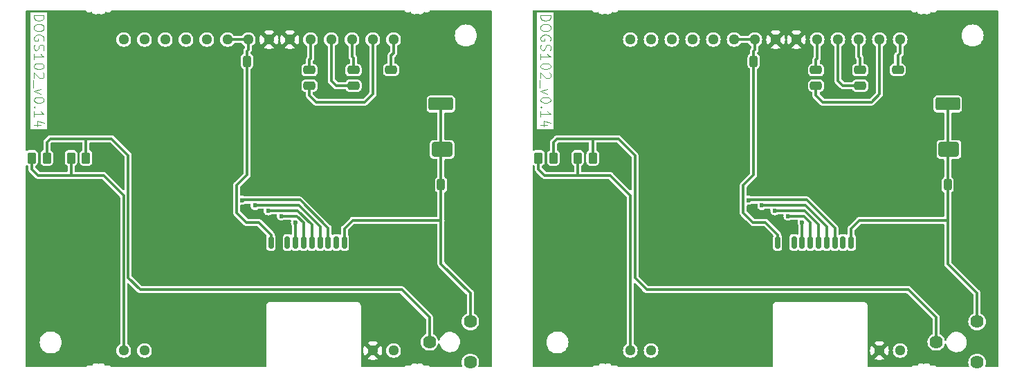
<source format=gtl>
G04 #@! TF.GenerationSoftware,KiCad,Pcbnew,7.0.10*
G04 #@! TF.CreationDate,2024-03-22T18:32:09+01:00*
G04 #@! TF.ProjectId,dogs102,646f6773-3130-4322-9e6b-696361645f70,rev?*
G04 #@! TF.SameCoordinates,Original*
G04 #@! TF.FileFunction,Copper,L1,Top*
G04 #@! TF.FilePolarity,Positive*
%FSLAX46Y46*%
G04 Gerber Fmt 4.6, Leading zero omitted, Abs format (unit mm)*
G04 Created by KiCad (PCBNEW 7.0.10) date 2024-03-22 18:32:09*
%MOMM*%
%LPD*%
G01*
G04 APERTURE LIST*
G04 Aperture macros list*
%AMRoundRect*
0 Rectangle with rounded corners*
0 $1 Rounding radius*
0 $2 $3 $4 $5 $6 $7 $8 $9 X,Y pos of 4 corners*
0 Add a 4 corners polygon primitive as box body*
4,1,4,$2,$3,$4,$5,$6,$7,$8,$9,$2,$3,0*
0 Add four circle primitives for the rounded corners*
1,1,$1+$1,$2,$3*
1,1,$1+$1,$4,$5*
1,1,$1+$1,$6,$7*
1,1,$1+$1,$8,$9*
0 Add four rect primitives between the rounded corners*
20,1,$1+$1,$2,$3,$4,$5,0*
20,1,$1+$1,$4,$5,$6,$7,0*
20,1,$1+$1,$6,$7,$8,$9,0*
20,1,$1+$1,$8,$9,$2,$3,0*%
G04 Aperture macros list end*
%ADD10C,0.101600*%
G04 #@! TA.AperFunction,NonConductor*
%ADD11C,0.101600*%
G04 #@! TD*
G04 #@! TA.AperFunction,SMDPad,CuDef*
%ADD12RoundRect,0.150000X-0.150000X-0.625000X0.150000X-0.625000X0.150000X0.625000X-0.150000X0.625000X0*%
G04 #@! TD*
G04 #@! TA.AperFunction,SMDPad,CuDef*
%ADD13RoundRect,0.250000X-0.350000X-0.650000X0.350000X-0.650000X0.350000X0.650000X-0.350000X0.650000X0*%
G04 #@! TD*
G04 #@! TA.AperFunction,SMDPad,CuDef*
%ADD14RoundRect,0.250000X-0.262500X-0.450000X0.262500X-0.450000X0.262500X0.450000X-0.262500X0.450000X0*%
G04 #@! TD*
G04 #@! TA.AperFunction,ComponentPad*
%ADD15C,1.620000*%
G04 #@! TD*
G04 #@! TA.AperFunction,ComponentPad*
%ADD16C,1.280000*%
G04 #@! TD*
G04 #@! TA.AperFunction,SMDPad,CuDef*
%ADD17RoundRect,0.250000X-1.000000X-0.650000X1.000000X-0.650000X1.000000X0.650000X-1.000000X0.650000X0*%
G04 #@! TD*
G04 #@! TA.AperFunction,SMDPad,CuDef*
%ADD18RoundRect,0.243750X-0.243750X-0.456250X0.243750X-0.456250X0.243750X0.456250X-0.243750X0.456250X0*%
G04 #@! TD*
G04 #@! TA.AperFunction,SMDPad,CuDef*
%ADD19RoundRect,0.250000X-1.250000X-0.550000X1.250000X-0.550000X1.250000X0.550000X-1.250000X0.550000X0*%
G04 #@! TD*
G04 #@! TA.AperFunction,SMDPad,CuDef*
%ADD20RoundRect,0.243750X0.243750X0.456250X-0.243750X0.456250X-0.243750X-0.456250X0.243750X-0.456250X0*%
G04 #@! TD*
G04 #@! TA.AperFunction,SMDPad,CuDef*
%ADD21RoundRect,0.250000X0.475000X-0.250000X0.475000X0.250000X-0.475000X0.250000X-0.475000X-0.250000X0*%
G04 #@! TD*
G04 #@! TA.AperFunction,ViaPad*
%ADD22C,0.600000*%
G04 #@! TD*
G04 #@! TA.AperFunction,Conductor*
%ADD23C,0.350000*%
G04 #@! TD*
G04 APERTURE END LIST*
D10*
D11*
X181601331Y-83354103D02*
X182807831Y-83354103D01*
X182807831Y-83354103D02*
X182807831Y-83641365D01*
X182807831Y-83641365D02*
X182750379Y-83813722D01*
X182750379Y-83813722D02*
X182635474Y-83928627D01*
X182635474Y-83928627D02*
X182520569Y-83986080D01*
X182520569Y-83986080D02*
X182290760Y-84043532D01*
X182290760Y-84043532D02*
X182118403Y-84043532D01*
X182118403Y-84043532D02*
X181888593Y-83986080D01*
X181888593Y-83986080D02*
X181773688Y-83928627D01*
X181773688Y-83928627D02*
X181658784Y-83813722D01*
X181658784Y-83813722D02*
X181601331Y-83641365D01*
X181601331Y-83641365D02*
X181601331Y-83354103D01*
X182807831Y-84790413D02*
X182807831Y-85020222D01*
X182807831Y-85020222D02*
X182750379Y-85135127D01*
X182750379Y-85135127D02*
X182635474Y-85250032D01*
X182635474Y-85250032D02*
X182405664Y-85307484D01*
X182405664Y-85307484D02*
X182003498Y-85307484D01*
X182003498Y-85307484D02*
X181773688Y-85250032D01*
X181773688Y-85250032D02*
X181658784Y-85135127D01*
X181658784Y-85135127D02*
X181601331Y-85020222D01*
X181601331Y-85020222D02*
X181601331Y-84790413D01*
X181601331Y-84790413D02*
X181658784Y-84675508D01*
X181658784Y-84675508D02*
X181773688Y-84560603D01*
X181773688Y-84560603D02*
X182003498Y-84503151D01*
X182003498Y-84503151D02*
X182405664Y-84503151D01*
X182405664Y-84503151D02*
X182635474Y-84560603D01*
X182635474Y-84560603D02*
X182750379Y-84675508D01*
X182750379Y-84675508D02*
X182807831Y-84790413D01*
X182750379Y-86456532D02*
X182807831Y-86341627D01*
X182807831Y-86341627D02*
X182807831Y-86169270D01*
X182807831Y-86169270D02*
X182750379Y-85996913D01*
X182750379Y-85996913D02*
X182635474Y-85882008D01*
X182635474Y-85882008D02*
X182520569Y-85824555D01*
X182520569Y-85824555D02*
X182290760Y-85767103D01*
X182290760Y-85767103D02*
X182118403Y-85767103D01*
X182118403Y-85767103D02*
X181888593Y-85824555D01*
X181888593Y-85824555D02*
X181773688Y-85882008D01*
X181773688Y-85882008D02*
X181658784Y-85996913D01*
X181658784Y-85996913D02*
X181601331Y-86169270D01*
X181601331Y-86169270D02*
X181601331Y-86284174D01*
X181601331Y-86284174D02*
X181658784Y-86456532D01*
X181658784Y-86456532D02*
X181716236Y-86513984D01*
X181716236Y-86513984D02*
X182118403Y-86513984D01*
X182118403Y-86513984D02*
X182118403Y-86284174D01*
X181658784Y-86973603D02*
X181601331Y-87145960D01*
X181601331Y-87145960D02*
X181601331Y-87433222D01*
X181601331Y-87433222D02*
X181658784Y-87548127D01*
X181658784Y-87548127D02*
X181716236Y-87605579D01*
X181716236Y-87605579D02*
X181831141Y-87663032D01*
X181831141Y-87663032D02*
X181946045Y-87663032D01*
X181946045Y-87663032D02*
X182060950Y-87605579D01*
X182060950Y-87605579D02*
X182118403Y-87548127D01*
X182118403Y-87548127D02*
X182175855Y-87433222D01*
X182175855Y-87433222D02*
X182233307Y-87203413D01*
X182233307Y-87203413D02*
X182290760Y-87088508D01*
X182290760Y-87088508D02*
X182348212Y-87031055D01*
X182348212Y-87031055D02*
X182463117Y-86973603D01*
X182463117Y-86973603D02*
X182578022Y-86973603D01*
X182578022Y-86973603D02*
X182692926Y-87031055D01*
X182692926Y-87031055D02*
X182750379Y-87088508D01*
X182750379Y-87088508D02*
X182807831Y-87203413D01*
X182807831Y-87203413D02*
X182807831Y-87490674D01*
X182807831Y-87490674D02*
X182750379Y-87663032D01*
X181601331Y-88812080D02*
X181601331Y-88122651D01*
X181601331Y-88467365D02*
X182807831Y-88467365D01*
X182807831Y-88467365D02*
X182635474Y-88352461D01*
X182635474Y-88352461D02*
X182520569Y-88237556D01*
X182520569Y-88237556D02*
X182463117Y-88122651D01*
X182807831Y-89558961D02*
X182807831Y-89673866D01*
X182807831Y-89673866D02*
X182750379Y-89788770D01*
X182750379Y-89788770D02*
X182692926Y-89846223D01*
X182692926Y-89846223D02*
X182578022Y-89903675D01*
X182578022Y-89903675D02*
X182348212Y-89961128D01*
X182348212Y-89961128D02*
X182060950Y-89961128D01*
X182060950Y-89961128D02*
X181831141Y-89903675D01*
X181831141Y-89903675D02*
X181716236Y-89846223D01*
X181716236Y-89846223D02*
X181658784Y-89788770D01*
X181658784Y-89788770D02*
X181601331Y-89673866D01*
X181601331Y-89673866D02*
X181601331Y-89558961D01*
X181601331Y-89558961D02*
X181658784Y-89444056D01*
X181658784Y-89444056D02*
X181716236Y-89386604D01*
X181716236Y-89386604D02*
X181831141Y-89329151D01*
X181831141Y-89329151D02*
X182060950Y-89271699D01*
X182060950Y-89271699D02*
X182348212Y-89271699D01*
X182348212Y-89271699D02*
X182578022Y-89329151D01*
X182578022Y-89329151D02*
X182692926Y-89386604D01*
X182692926Y-89386604D02*
X182750379Y-89444056D01*
X182750379Y-89444056D02*
X182807831Y-89558961D01*
X182692926Y-90420747D02*
X182750379Y-90478199D01*
X182750379Y-90478199D02*
X182807831Y-90593104D01*
X182807831Y-90593104D02*
X182807831Y-90880366D01*
X182807831Y-90880366D02*
X182750379Y-90995271D01*
X182750379Y-90995271D02*
X182692926Y-91052723D01*
X182692926Y-91052723D02*
X182578022Y-91110176D01*
X182578022Y-91110176D02*
X182463117Y-91110176D01*
X182463117Y-91110176D02*
X182290760Y-91052723D01*
X182290760Y-91052723D02*
X181601331Y-90363295D01*
X181601331Y-90363295D02*
X181601331Y-91110176D01*
X181486426Y-91339986D02*
X181486426Y-92259224D01*
X182405664Y-92431581D02*
X181601331Y-92718843D01*
X181601331Y-92718843D02*
X182405664Y-93006104D01*
X182807831Y-93695533D02*
X182807831Y-93810438D01*
X182807831Y-93810438D02*
X182750379Y-93925342D01*
X182750379Y-93925342D02*
X182692926Y-93982795D01*
X182692926Y-93982795D02*
X182578022Y-94040247D01*
X182578022Y-94040247D02*
X182348212Y-94097700D01*
X182348212Y-94097700D02*
X182060950Y-94097700D01*
X182060950Y-94097700D02*
X181831141Y-94040247D01*
X181831141Y-94040247D02*
X181716236Y-93982795D01*
X181716236Y-93982795D02*
X181658784Y-93925342D01*
X181658784Y-93925342D02*
X181601331Y-93810438D01*
X181601331Y-93810438D02*
X181601331Y-93695533D01*
X181601331Y-93695533D02*
X181658784Y-93580628D01*
X181658784Y-93580628D02*
X181716236Y-93523176D01*
X181716236Y-93523176D02*
X181831141Y-93465723D01*
X181831141Y-93465723D02*
X182060950Y-93408271D01*
X182060950Y-93408271D02*
X182348212Y-93408271D01*
X182348212Y-93408271D02*
X182578022Y-93465723D01*
X182578022Y-93465723D02*
X182692926Y-93523176D01*
X182692926Y-93523176D02*
X182750379Y-93580628D01*
X182750379Y-93580628D02*
X182807831Y-93695533D01*
X181716236Y-94614771D02*
X181658784Y-94672224D01*
X181658784Y-94672224D02*
X181601331Y-94614771D01*
X181601331Y-94614771D02*
X181658784Y-94557319D01*
X181658784Y-94557319D02*
X181716236Y-94614771D01*
X181716236Y-94614771D02*
X181601331Y-94614771D01*
X181601331Y-95821272D02*
X181601331Y-95131843D01*
X181601331Y-95476557D02*
X182807831Y-95476557D01*
X182807831Y-95476557D02*
X182635474Y-95361653D01*
X182635474Y-95361653D02*
X182520569Y-95246748D01*
X182520569Y-95246748D02*
X182463117Y-95131843D01*
X182405664Y-96855415D02*
X181601331Y-96855415D01*
X182865284Y-96568153D02*
X182003498Y-96280891D01*
X182003498Y-96280891D02*
X182003498Y-97027772D01*
D10*
D11*
X119601331Y-83354103D02*
X120807831Y-83354103D01*
X120807831Y-83354103D02*
X120807831Y-83641365D01*
X120807831Y-83641365D02*
X120750379Y-83813722D01*
X120750379Y-83813722D02*
X120635474Y-83928627D01*
X120635474Y-83928627D02*
X120520569Y-83986080D01*
X120520569Y-83986080D02*
X120290760Y-84043532D01*
X120290760Y-84043532D02*
X120118403Y-84043532D01*
X120118403Y-84043532D02*
X119888593Y-83986080D01*
X119888593Y-83986080D02*
X119773688Y-83928627D01*
X119773688Y-83928627D02*
X119658784Y-83813722D01*
X119658784Y-83813722D02*
X119601331Y-83641365D01*
X119601331Y-83641365D02*
X119601331Y-83354103D01*
X120807831Y-84790413D02*
X120807831Y-85020222D01*
X120807831Y-85020222D02*
X120750379Y-85135127D01*
X120750379Y-85135127D02*
X120635474Y-85250032D01*
X120635474Y-85250032D02*
X120405664Y-85307484D01*
X120405664Y-85307484D02*
X120003498Y-85307484D01*
X120003498Y-85307484D02*
X119773688Y-85250032D01*
X119773688Y-85250032D02*
X119658784Y-85135127D01*
X119658784Y-85135127D02*
X119601331Y-85020222D01*
X119601331Y-85020222D02*
X119601331Y-84790413D01*
X119601331Y-84790413D02*
X119658784Y-84675508D01*
X119658784Y-84675508D02*
X119773688Y-84560603D01*
X119773688Y-84560603D02*
X120003498Y-84503151D01*
X120003498Y-84503151D02*
X120405664Y-84503151D01*
X120405664Y-84503151D02*
X120635474Y-84560603D01*
X120635474Y-84560603D02*
X120750379Y-84675508D01*
X120750379Y-84675508D02*
X120807831Y-84790413D01*
X120750379Y-86456532D02*
X120807831Y-86341627D01*
X120807831Y-86341627D02*
X120807831Y-86169270D01*
X120807831Y-86169270D02*
X120750379Y-85996913D01*
X120750379Y-85996913D02*
X120635474Y-85882008D01*
X120635474Y-85882008D02*
X120520569Y-85824555D01*
X120520569Y-85824555D02*
X120290760Y-85767103D01*
X120290760Y-85767103D02*
X120118403Y-85767103D01*
X120118403Y-85767103D02*
X119888593Y-85824555D01*
X119888593Y-85824555D02*
X119773688Y-85882008D01*
X119773688Y-85882008D02*
X119658784Y-85996913D01*
X119658784Y-85996913D02*
X119601331Y-86169270D01*
X119601331Y-86169270D02*
X119601331Y-86284174D01*
X119601331Y-86284174D02*
X119658784Y-86456532D01*
X119658784Y-86456532D02*
X119716236Y-86513984D01*
X119716236Y-86513984D02*
X120118403Y-86513984D01*
X120118403Y-86513984D02*
X120118403Y-86284174D01*
X119658784Y-86973603D02*
X119601331Y-87145960D01*
X119601331Y-87145960D02*
X119601331Y-87433222D01*
X119601331Y-87433222D02*
X119658784Y-87548127D01*
X119658784Y-87548127D02*
X119716236Y-87605579D01*
X119716236Y-87605579D02*
X119831141Y-87663032D01*
X119831141Y-87663032D02*
X119946045Y-87663032D01*
X119946045Y-87663032D02*
X120060950Y-87605579D01*
X120060950Y-87605579D02*
X120118403Y-87548127D01*
X120118403Y-87548127D02*
X120175855Y-87433222D01*
X120175855Y-87433222D02*
X120233307Y-87203413D01*
X120233307Y-87203413D02*
X120290760Y-87088508D01*
X120290760Y-87088508D02*
X120348212Y-87031055D01*
X120348212Y-87031055D02*
X120463117Y-86973603D01*
X120463117Y-86973603D02*
X120578022Y-86973603D01*
X120578022Y-86973603D02*
X120692926Y-87031055D01*
X120692926Y-87031055D02*
X120750379Y-87088508D01*
X120750379Y-87088508D02*
X120807831Y-87203413D01*
X120807831Y-87203413D02*
X120807831Y-87490674D01*
X120807831Y-87490674D02*
X120750379Y-87663032D01*
X119601331Y-88812080D02*
X119601331Y-88122651D01*
X119601331Y-88467365D02*
X120807831Y-88467365D01*
X120807831Y-88467365D02*
X120635474Y-88352461D01*
X120635474Y-88352461D02*
X120520569Y-88237556D01*
X120520569Y-88237556D02*
X120463117Y-88122651D01*
X120807831Y-89558961D02*
X120807831Y-89673866D01*
X120807831Y-89673866D02*
X120750379Y-89788770D01*
X120750379Y-89788770D02*
X120692926Y-89846223D01*
X120692926Y-89846223D02*
X120578022Y-89903675D01*
X120578022Y-89903675D02*
X120348212Y-89961128D01*
X120348212Y-89961128D02*
X120060950Y-89961128D01*
X120060950Y-89961128D02*
X119831141Y-89903675D01*
X119831141Y-89903675D02*
X119716236Y-89846223D01*
X119716236Y-89846223D02*
X119658784Y-89788770D01*
X119658784Y-89788770D02*
X119601331Y-89673866D01*
X119601331Y-89673866D02*
X119601331Y-89558961D01*
X119601331Y-89558961D02*
X119658784Y-89444056D01*
X119658784Y-89444056D02*
X119716236Y-89386604D01*
X119716236Y-89386604D02*
X119831141Y-89329151D01*
X119831141Y-89329151D02*
X120060950Y-89271699D01*
X120060950Y-89271699D02*
X120348212Y-89271699D01*
X120348212Y-89271699D02*
X120578022Y-89329151D01*
X120578022Y-89329151D02*
X120692926Y-89386604D01*
X120692926Y-89386604D02*
X120750379Y-89444056D01*
X120750379Y-89444056D02*
X120807831Y-89558961D01*
X120692926Y-90420747D02*
X120750379Y-90478199D01*
X120750379Y-90478199D02*
X120807831Y-90593104D01*
X120807831Y-90593104D02*
X120807831Y-90880366D01*
X120807831Y-90880366D02*
X120750379Y-90995271D01*
X120750379Y-90995271D02*
X120692926Y-91052723D01*
X120692926Y-91052723D02*
X120578022Y-91110176D01*
X120578022Y-91110176D02*
X120463117Y-91110176D01*
X120463117Y-91110176D02*
X120290760Y-91052723D01*
X120290760Y-91052723D02*
X119601331Y-90363295D01*
X119601331Y-90363295D02*
X119601331Y-91110176D01*
X119486426Y-91339986D02*
X119486426Y-92259224D01*
X120405664Y-92431581D02*
X119601331Y-92718843D01*
X119601331Y-92718843D02*
X120405664Y-93006104D01*
X120807831Y-93695533D02*
X120807831Y-93810438D01*
X120807831Y-93810438D02*
X120750379Y-93925342D01*
X120750379Y-93925342D02*
X120692926Y-93982795D01*
X120692926Y-93982795D02*
X120578022Y-94040247D01*
X120578022Y-94040247D02*
X120348212Y-94097700D01*
X120348212Y-94097700D02*
X120060950Y-94097700D01*
X120060950Y-94097700D02*
X119831141Y-94040247D01*
X119831141Y-94040247D02*
X119716236Y-93982795D01*
X119716236Y-93982795D02*
X119658784Y-93925342D01*
X119658784Y-93925342D02*
X119601331Y-93810438D01*
X119601331Y-93810438D02*
X119601331Y-93695533D01*
X119601331Y-93695533D02*
X119658784Y-93580628D01*
X119658784Y-93580628D02*
X119716236Y-93523176D01*
X119716236Y-93523176D02*
X119831141Y-93465723D01*
X119831141Y-93465723D02*
X120060950Y-93408271D01*
X120060950Y-93408271D02*
X120348212Y-93408271D01*
X120348212Y-93408271D02*
X120578022Y-93465723D01*
X120578022Y-93465723D02*
X120692926Y-93523176D01*
X120692926Y-93523176D02*
X120750379Y-93580628D01*
X120750379Y-93580628D02*
X120807831Y-93695533D01*
X119716236Y-94614771D02*
X119658784Y-94672224D01*
X119658784Y-94672224D02*
X119601331Y-94614771D01*
X119601331Y-94614771D02*
X119658784Y-94557319D01*
X119658784Y-94557319D02*
X119716236Y-94614771D01*
X119716236Y-94614771D02*
X119601331Y-94614771D01*
X119601331Y-95821272D02*
X119601331Y-95131843D01*
X119601331Y-95476557D02*
X120807831Y-95476557D01*
X120807831Y-95476557D02*
X120635474Y-95361653D01*
X120635474Y-95361653D02*
X120520569Y-95246748D01*
X120520569Y-95246748D02*
X120463117Y-95131843D01*
X120405664Y-96855415D02*
X119601331Y-96855415D01*
X120865284Y-96568153D02*
X120003498Y-96280891D01*
X120003498Y-96280891D02*
X120003498Y-97027772D01*
D12*
X210610000Y-111200000D03*
X211610000Y-111200000D03*
X212610000Y-111200000D03*
X213610000Y-111200000D03*
X214610000Y-111200000D03*
X215610000Y-111200000D03*
X216610000Y-111200000D03*
X217610000Y-111200000D03*
X218610000Y-111200000D03*
X219610000Y-111200000D03*
D13*
X209310000Y-115075000D03*
X220910000Y-115075000D03*
D14*
X181347500Y-100850000D03*
X183172500Y-100850000D03*
D15*
X235010000Y-120900000D03*
X230010000Y-123400000D03*
X235010000Y-125900000D03*
D14*
X186147500Y-100850000D03*
X187972500Y-100850000D03*
D16*
X192590000Y-124460000D03*
X195130000Y-124460000D03*
X223070000Y-124460000D03*
X225610000Y-124460000D03*
X225610000Y-86360000D03*
X223070000Y-86360000D03*
X220530000Y-86360000D03*
X217990000Y-86360000D03*
X215450000Y-86360000D03*
X212910000Y-86360000D03*
X210370000Y-86360000D03*
X207830000Y-86360000D03*
X205290000Y-86360000D03*
X202750000Y-86360000D03*
X200210000Y-86360000D03*
X197670000Y-86360000D03*
X195130000Y-86360000D03*
X192590000Y-86360000D03*
D17*
X231568000Y-99822000D03*
X235568000Y-99822000D03*
D18*
X231418000Y-104140000D03*
X233293000Y-104140000D03*
D19*
X231418000Y-94234000D03*
X235818000Y-94234000D03*
D20*
X209547500Y-89000000D03*
X207672500Y-89000000D03*
D21*
X215310000Y-91987500D03*
X215310000Y-90087500D03*
X225310000Y-91950000D03*
X225310000Y-90050000D03*
X220710000Y-91987500D03*
X220710000Y-90087500D03*
X158710000Y-91987500D03*
X158710000Y-90087500D03*
X163310000Y-91950000D03*
X163310000Y-90050000D03*
X153310000Y-91987500D03*
X153310000Y-90087500D03*
D20*
X147547500Y-89000000D03*
X145672500Y-89000000D03*
D19*
X169418000Y-94234000D03*
X173818000Y-94234000D03*
D18*
X169418000Y-104140000D03*
X171293000Y-104140000D03*
D17*
X169568000Y-99822000D03*
X173568000Y-99822000D03*
D16*
X130590000Y-124460000D03*
X133130000Y-124460000D03*
X161070000Y-124460000D03*
X163610000Y-124460000D03*
X163610000Y-86360000D03*
X161070000Y-86360000D03*
X158530000Y-86360000D03*
X155990000Y-86360000D03*
X153450000Y-86360000D03*
X150910000Y-86360000D03*
X148370000Y-86360000D03*
X145830000Y-86360000D03*
X143290000Y-86360000D03*
X140750000Y-86360000D03*
X138210000Y-86360000D03*
X135670000Y-86360000D03*
X133130000Y-86360000D03*
X130590000Y-86360000D03*
D15*
X173010000Y-120900000D03*
X168010000Y-123400000D03*
X173010000Y-125900000D03*
D14*
X124147500Y-100850000D03*
X125972500Y-100850000D03*
X119347500Y-100850000D03*
X121172500Y-100850000D03*
D12*
X148610000Y-111200000D03*
X149610000Y-111200000D03*
X150610000Y-111200000D03*
X151610000Y-111200000D03*
X152610000Y-111200000D03*
X153610000Y-111200000D03*
X154610000Y-111200000D03*
X155610000Y-111200000D03*
X156610000Y-111200000D03*
X157610000Y-111200000D03*
D13*
X147310000Y-115075000D03*
X158910000Y-115075000D03*
D22*
X213610000Y-108750000D03*
X207075808Y-106034192D03*
X208678106Y-106681894D03*
X210280404Y-107329596D03*
X211882702Y-107977298D03*
X151610000Y-108750000D03*
X149882702Y-107977298D03*
X148280404Y-107329596D03*
X146678106Y-106681894D03*
X145075808Y-106034192D03*
D23*
X214154943Y-106006894D02*
X217610000Y-109461951D01*
X207075808Y-106034192D02*
X207353106Y-106006894D01*
X217610000Y-109461951D02*
X217610000Y-111200000D01*
X207353106Y-106006894D02*
X214154943Y-106006894D01*
X208955404Y-106654596D02*
X214024827Y-106654596D01*
X216610000Y-109239769D02*
X216610000Y-111200000D01*
X214024827Y-106654596D02*
X216610000Y-109239769D01*
X208678106Y-106681894D02*
X208955404Y-106654596D01*
X210280404Y-107329596D02*
X210307702Y-107302298D01*
X210307702Y-107302298D02*
X213894711Y-107302298D01*
X213894711Y-107302298D02*
X215610000Y-109017587D01*
X215610000Y-109017587D02*
X215610000Y-111200000D01*
X187972500Y-100850000D02*
X187972500Y-98505675D01*
X187972500Y-98505675D02*
X187966825Y-98500000D01*
X230010000Y-123400000D02*
X230010000Y-120400000D01*
X230010000Y-120400000D02*
X226610000Y-117000000D01*
X193140000Y-115530000D02*
X193140000Y-100530000D01*
X183610000Y-98500000D02*
X187966825Y-98500000D01*
X226610000Y-117000000D02*
X194610000Y-117000000D01*
X191110000Y-98500000D02*
X187966825Y-98500000D01*
X194610000Y-117000000D02*
X193140000Y-115530000D01*
X183172500Y-100850000D02*
X183172500Y-98937500D01*
X193140000Y-100530000D02*
X191110000Y-98500000D01*
X183172500Y-98937500D02*
X183610000Y-98500000D01*
X220610000Y-108500000D02*
X231418000Y-108500000D01*
X231418000Y-94234000D02*
X231418000Y-99822000D01*
X235010000Y-117400000D02*
X235010000Y-120900000D01*
X219610000Y-109500000D02*
X220610000Y-108500000D01*
X231418000Y-104140000D02*
X231418000Y-108500000D01*
X231418000Y-99822000D02*
X231418000Y-104140000D01*
X231418000Y-108500000D02*
X231418000Y-113808000D01*
X231418000Y-113808000D02*
X235010000Y-117400000D01*
X219610000Y-111200000D02*
X219610000Y-109500000D01*
X192590000Y-124460000D02*
X192590000Y-105480000D01*
X186147500Y-100850000D02*
X186147500Y-102962500D01*
X186147500Y-102962500D02*
X186110000Y-103000000D01*
X192590000Y-105480000D02*
X190110000Y-103000000D01*
X182110000Y-103000000D02*
X181347500Y-102237500D01*
X186110000Y-103000000D02*
X182110000Y-103000000D01*
X181347500Y-102237500D02*
X181347500Y-100850000D01*
X190110000Y-103000000D02*
X186110000Y-103000000D01*
X213791893Y-107977298D02*
X214610000Y-108795405D01*
X214610000Y-108795405D02*
X214610000Y-111200000D01*
X211882702Y-107977298D02*
X213791893Y-107977298D01*
X213610000Y-108750000D02*
X213610000Y-111200000D01*
X225610000Y-86360000D02*
X225610000Y-88000000D01*
X225310000Y-90050000D02*
X225310000Y-88300000D01*
X225310000Y-88300000D02*
X225610000Y-88000000D01*
X218610000Y-92000000D02*
X218622500Y-91987500D01*
X217990000Y-91380000D02*
X218610000Y-92000000D01*
X218622500Y-91987500D02*
X220710000Y-91987500D01*
X217990000Y-86360000D02*
X217990000Y-91380000D01*
X220710000Y-88600000D02*
X220530000Y-88420000D01*
X220530000Y-88420000D02*
X220530000Y-86360000D01*
X220710000Y-90087500D02*
X220710000Y-88600000D01*
X223070000Y-86360000D02*
X223070000Y-93040000D01*
X223070000Y-93040000D02*
X222110000Y-94000000D01*
X222110000Y-94000000D02*
X216110000Y-94000000D01*
X216110000Y-94000000D02*
X215310000Y-93200000D01*
X215310000Y-93200000D02*
X215310000Y-91987500D01*
X215310000Y-90087500D02*
X215310000Y-88800000D01*
X215450000Y-86360000D02*
X215450000Y-88660000D01*
X215450000Y-88660000D02*
X215310000Y-88800000D01*
X207672500Y-102937500D02*
X206400808Y-104209192D01*
X207610000Y-108750000D02*
X209110000Y-108750000D01*
X209110000Y-108750000D02*
X210610000Y-110250000D01*
X210610000Y-111200000D02*
X210610000Y-110250000D01*
X206400808Y-107540808D02*
X207610000Y-108750000D01*
X207672500Y-89000000D02*
X207672500Y-102937500D01*
X207830000Y-87580000D02*
X207830000Y-86360000D01*
X207672500Y-89000000D02*
X207672500Y-87737500D01*
X207672500Y-87737500D02*
X207830000Y-87580000D01*
X207830000Y-86360000D02*
X205290000Y-86360000D01*
X206400808Y-104209192D02*
X206400808Y-107540808D01*
X145672500Y-87737500D02*
X145830000Y-87580000D01*
X144400808Y-104209192D02*
X144400808Y-107540808D01*
X145830000Y-86360000D02*
X143290000Y-86360000D01*
X145672500Y-89000000D02*
X145672500Y-87737500D01*
X145830000Y-87580000D02*
X145830000Y-86360000D01*
X145672500Y-89000000D02*
X145672500Y-102937500D01*
X144400808Y-107540808D02*
X145610000Y-108750000D01*
X148610000Y-111200000D02*
X148610000Y-110250000D01*
X147110000Y-108750000D02*
X148610000Y-110250000D01*
X145610000Y-108750000D02*
X147110000Y-108750000D01*
X145672500Y-102937500D02*
X144400808Y-104209192D01*
X153450000Y-88660000D02*
X153310000Y-88800000D01*
X153450000Y-86360000D02*
X153450000Y-88660000D01*
X153310000Y-90087500D02*
X153310000Y-88800000D01*
X153310000Y-93200000D02*
X153310000Y-91987500D01*
X154110000Y-94000000D02*
X153310000Y-93200000D01*
X160110000Y-94000000D02*
X154110000Y-94000000D01*
X161070000Y-93040000D02*
X160110000Y-94000000D01*
X161070000Y-86360000D02*
X161070000Y-93040000D01*
X158710000Y-90087500D02*
X158710000Y-88600000D01*
X158530000Y-88420000D02*
X158530000Y-86360000D01*
X158710000Y-88600000D02*
X158530000Y-88420000D01*
X155990000Y-86360000D02*
X155990000Y-91380000D01*
X156622500Y-91987500D02*
X158710000Y-91987500D01*
X155990000Y-91380000D02*
X156610000Y-92000000D01*
X156610000Y-92000000D02*
X156622500Y-91987500D01*
X163310000Y-88300000D02*
X163610000Y-88000000D01*
X163310000Y-90050000D02*
X163310000Y-88300000D01*
X163610000Y-86360000D02*
X163610000Y-88000000D01*
X151610000Y-108750000D02*
X151610000Y-111200000D01*
X149882702Y-107977298D02*
X151791893Y-107977298D01*
X152610000Y-108795405D02*
X152610000Y-111200000D01*
X151791893Y-107977298D02*
X152610000Y-108795405D01*
X128110000Y-103000000D02*
X124110000Y-103000000D01*
X119347500Y-102237500D02*
X119347500Y-100850000D01*
X124110000Y-103000000D02*
X120110000Y-103000000D01*
X120110000Y-103000000D02*
X119347500Y-102237500D01*
X130590000Y-105480000D02*
X128110000Y-103000000D01*
X124147500Y-102962500D02*
X124110000Y-103000000D01*
X124147500Y-100850000D02*
X124147500Y-102962500D01*
X130590000Y-124460000D02*
X130590000Y-105480000D01*
X157610000Y-111200000D02*
X157610000Y-109500000D01*
X169418000Y-113808000D02*
X173010000Y-117400000D01*
X169418000Y-108500000D02*
X169418000Y-113808000D01*
X169418000Y-99822000D02*
X169418000Y-104140000D01*
X169418000Y-104140000D02*
X169418000Y-108500000D01*
X157610000Y-109500000D02*
X158610000Y-108500000D01*
X173010000Y-117400000D02*
X173010000Y-120900000D01*
X169418000Y-94234000D02*
X169418000Y-99822000D01*
X158610000Y-108500000D02*
X169418000Y-108500000D01*
X121172500Y-98937500D02*
X121610000Y-98500000D01*
X131140000Y-100530000D02*
X129110000Y-98500000D01*
X121172500Y-100850000D02*
X121172500Y-98937500D01*
X132610000Y-117000000D02*
X131140000Y-115530000D01*
X129110000Y-98500000D02*
X125966825Y-98500000D01*
X164610000Y-117000000D02*
X132610000Y-117000000D01*
X121610000Y-98500000D02*
X125966825Y-98500000D01*
X131140000Y-115530000D02*
X131140000Y-100530000D01*
X168010000Y-120400000D02*
X164610000Y-117000000D01*
X168010000Y-123400000D02*
X168010000Y-120400000D01*
X125972500Y-98505675D02*
X125966825Y-98500000D01*
X125972500Y-100850000D02*
X125972500Y-98505675D01*
X153610000Y-109017587D02*
X153610000Y-111200000D01*
X151894711Y-107302298D02*
X153610000Y-109017587D01*
X148307702Y-107302298D02*
X151894711Y-107302298D01*
X148280404Y-107329596D02*
X148307702Y-107302298D01*
X146678106Y-106681894D02*
X146955404Y-106654596D01*
X152024827Y-106654596D02*
X154610000Y-109239769D01*
X154610000Y-109239769D02*
X154610000Y-111200000D01*
X146955404Y-106654596D02*
X152024827Y-106654596D01*
X145353106Y-106006894D02*
X152154943Y-106006894D01*
X155610000Y-109461951D02*
X155610000Y-111200000D01*
X145075808Y-106034192D02*
X145353106Y-106006894D01*
X152154943Y-106006894D02*
X155610000Y-109461951D01*
G04 #@! TA.AperFunction,Conductor*
G36*
X125925360Y-82770502D02*
G01*
X125963237Y-82808379D01*
X125977857Y-82831128D01*
X126086627Y-82925377D01*
X126217543Y-82985165D01*
X126324201Y-83000500D01*
X126324205Y-83000500D01*
X126395795Y-83000500D01*
X126395799Y-83000500D01*
X126502457Y-82985165D01*
X126568377Y-82955059D01*
X126638649Y-82944955D01*
X126703230Y-82974448D01*
X126726717Y-83001553D01*
X126777855Y-83081126D01*
X126777856Y-83081127D01*
X126777857Y-83081128D01*
X126886627Y-83175377D01*
X127017543Y-83235165D01*
X127124201Y-83250500D01*
X127124205Y-83250500D01*
X127195795Y-83250500D01*
X127195799Y-83250500D01*
X127302457Y-83235165D01*
X127433373Y-83175377D01*
X127433377Y-83175373D01*
X127440954Y-83170505D01*
X127442855Y-83173464D01*
X127492031Y-83150989D01*
X127562308Y-83161072D01*
X127578444Y-83171441D01*
X127579046Y-83170505D01*
X127586625Y-83175375D01*
X127586627Y-83175377D01*
X127717543Y-83235165D01*
X127824201Y-83250500D01*
X127824205Y-83250500D01*
X127895795Y-83250500D01*
X127895799Y-83250500D01*
X128002457Y-83235165D01*
X128133373Y-83175377D01*
X128242143Y-83081128D01*
X128293284Y-83001549D01*
X128346936Y-82955060D01*
X128417210Y-82944955D01*
X128451622Y-82955059D01*
X128517543Y-82985165D01*
X128624201Y-83000500D01*
X128624205Y-83000500D01*
X128695795Y-83000500D01*
X128695799Y-83000500D01*
X128802457Y-82985165D01*
X128933373Y-82925377D01*
X129042143Y-82831128D01*
X129056763Y-82808379D01*
X129110419Y-82761886D01*
X129162761Y-82750500D01*
X164857239Y-82750500D01*
X164925360Y-82770502D01*
X164963237Y-82808379D01*
X164977857Y-82831128D01*
X165086627Y-82925377D01*
X165217543Y-82985165D01*
X165324201Y-83000500D01*
X165324205Y-83000500D01*
X165395795Y-83000500D01*
X165395799Y-83000500D01*
X165502457Y-82985165D01*
X165568377Y-82955059D01*
X165638649Y-82944955D01*
X165703230Y-82974448D01*
X165726717Y-83001553D01*
X165777855Y-83081126D01*
X165777856Y-83081127D01*
X165777857Y-83081128D01*
X165886627Y-83175377D01*
X166017543Y-83235165D01*
X166124201Y-83250500D01*
X166124205Y-83250500D01*
X166195795Y-83250500D01*
X166195799Y-83250500D01*
X166302457Y-83235165D01*
X166433373Y-83175377D01*
X166433377Y-83175373D01*
X166440954Y-83170505D01*
X166442855Y-83173464D01*
X166492031Y-83150989D01*
X166562308Y-83161072D01*
X166578444Y-83171441D01*
X166579046Y-83170505D01*
X166586625Y-83175375D01*
X166586627Y-83175377D01*
X166717543Y-83235165D01*
X166824201Y-83250500D01*
X166824205Y-83250500D01*
X166895795Y-83250500D01*
X166895799Y-83250500D01*
X167002457Y-83235165D01*
X167133373Y-83175377D01*
X167242143Y-83081128D01*
X167293284Y-83001549D01*
X167346936Y-82955060D01*
X167417210Y-82944955D01*
X167451622Y-82955059D01*
X167517543Y-82985165D01*
X167624201Y-83000500D01*
X167624205Y-83000500D01*
X167695795Y-83000500D01*
X167695799Y-83000500D01*
X167802457Y-82985165D01*
X167933373Y-82925377D01*
X168042143Y-82831128D01*
X168055191Y-82810824D01*
X168108843Y-82764333D01*
X168161145Y-82752945D01*
X175483463Y-82750692D01*
X175551588Y-82770673D01*
X175598098Y-82824314D01*
X175609500Y-82876692D01*
X175609500Y-126373500D01*
X175589498Y-126441621D01*
X175535842Y-126488114D01*
X175483500Y-126499500D01*
X174106804Y-126499500D01*
X174038683Y-126479498D01*
X173992190Y-126425842D01*
X173982086Y-126355568D01*
X173995680Y-126314107D01*
X173996106Y-126313308D01*
X173998229Y-126309338D01*
X174059098Y-126108679D01*
X174060050Y-126099021D01*
X174079651Y-125900003D01*
X174079651Y-125899996D01*
X174059099Y-125691327D01*
X174059098Y-125691325D01*
X174059098Y-125691321D01*
X173998229Y-125490662D01*
X173899382Y-125305734D01*
X173766357Y-125143643D01*
X173604266Y-125010618D01*
X173419338Y-124911771D01*
X173218679Y-124850902D01*
X173218678Y-124850901D01*
X173218672Y-124850900D01*
X173010003Y-124830349D01*
X173009997Y-124830349D01*
X172801327Y-124850900D01*
X172600661Y-124911771D01*
X172415733Y-125010618D01*
X172253643Y-125143643D01*
X172120618Y-125305733D01*
X172021771Y-125490661D01*
X171960900Y-125691327D01*
X171940349Y-125899996D01*
X171940349Y-125900003D01*
X171960900Y-126108672D01*
X172021770Y-126309337D01*
X172024320Y-126314107D01*
X172038789Y-126383614D01*
X172013384Y-126449909D01*
X171956170Y-126491945D01*
X171913196Y-126499500D01*
X168162761Y-126499500D01*
X168094640Y-126479498D01*
X168056763Y-126441621D01*
X168042143Y-126418872D01*
X167933373Y-126324623D01*
X167899904Y-126309338D01*
X167802457Y-126264835D01*
X167695799Y-126249500D01*
X167624201Y-126249500D01*
X167538874Y-126261768D01*
X167517542Y-126264835D01*
X167451622Y-126294940D01*
X167381348Y-126305043D01*
X167316767Y-126275550D01*
X167293282Y-126248446D01*
X167242144Y-126168873D01*
X167133373Y-126074623D01*
X167002457Y-126014835D01*
X166895799Y-125999500D01*
X166824201Y-125999500D01*
X166738874Y-126011768D01*
X166717542Y-126014835D01*
X166586626Y-126074623D01*
X166579046Y-126079495D01*
X166577150Y-126076544D01*
X166527892Y-126099021D01*
X166457621Y-126088895D01*
X166441550Y-126078567D01*
X166440954Y-126079495D01*
X166433373Y-126074623D01*
X166302457Y-126014835D01*
X166195799Y-125999500D01*
X166124201Y-125999500D01*
X166038874Y-126011768D01*
X166017542Y-126014835D01*
X165886626Y-126074623D01*
X165777856Y-126168872D01*
X165726717Y-126248447D01*
X165673061Y-126294940D01*
X165602787Y-126305043D01*
X165568377Y-126294940D01*
X165502457Y-126264835D01*
X165395799Y-126249500D01*
X165324201Y-126249500D01*
X165238874Y-126261768D01*
X165217542Y-126264835D01*
X165086626Y-126324623D01*
X164977856Y-126418872D01*
X164963237Y-126441621D01*
X164909581Y-126488114D01*
X164857239Y-126499500D01*
X159736500Y-126499500D01*
X159668379Y-126479498D01*
X159621886Y-126425842D01*
X159610500Y-126373500D01*
X159610500Y-124460004D01*
X159917082Y-124460004D01*
X159936712Y-124671842D01*
X159936712Y-124671846D01*
X159994933Y-124876473D01*
X159994936Y-124876481D01*
X160089770Y-125066935D01*
X160095829Y-125074958D01*
X160095830Y-125074958D01*
X160680013Y-124490774D01*
X160694465Y-124582019D01*
X160750551Y-124692093D01*
X160837907Y-124779449D01*
X160947981Y-124835535D01*
X161039223Y-124849986D01*
X160457939Y-125431269D01*
X160556100Y-125492050D01*
X160754487Y-125568905D01*
X160963625Y-125608000D01*
X161176375Y-125608000D01*
X161385512Y-125568905D01*
X161583897Y-125492050D01*
X161682059Y-125431269D01*
X161100776Y-124849986D01*
X161192019Y-124835535D01*
X161302093Y-124779449D01*
X161389449Y-124692093D01*
X161445535Y-124582019D01*
X161459986Y-124490777D01*
X162044168Y-125074959D01*
X162044168Y-125074958D01*
X162050229Y-125066934D01*
X162050231Y-125066932D01*
X162145063Y-124876481D01*
X162145066Y-124876473D01*
X162203287Y-124671846D01*
X162203287Y-124671842D01*
X162222918Y-124460004D01*
X162222918Y-124460000D01*
X162710573Y-124460000D01*
X162729006Y-124635377D01*
X162730229Y-124647006D01*
X162788330Y-124825824D01*
X162788334Y-124825832D01*
X162882346Y-124988667D01*
X162882351Y-124988674D01*
X163008163Y-125128403D01*
X163008166Y-125128405D01*
X163160286Y-125238927D01*
X163332062Y-125315406D01*
X163515984Y-125354500D01*
X163704016Y-125354500D01*
X163887938Y-125315406D01*
X164059714Y-125238927D01*
X164211834Y-125128405D01*
X164337652Y-124988670D01*
X164431667Y-124825830D01*
X164489772Y-124647001D01*
X164509427Y-124460000D01*
X164489772Y-124272999D01*
X164475121Y-124227907D01*
X164431669Y-124094175D01*
X164431665Y-124094167D01*
X164430230Y-124091682D01*
X164337652Y-123931330D01*
X164337649Y-123931327D01*
X164337648Y-123931325D01*
X164211836Y-123791596D01*
X164059714Y-123681073D01*
X163887938Y-123604594D01*
X163704016Y-123565500D01*
X163515984Y-123565500D01*
X163332061Y-123604594D01*
X163160282Y-123681075D01*
X163008163Y-123791596D01*
X162882351Y-123931325D01*
X162882346Y-123931332D01*
X162788334Y-124094167D01*
X162788330Y-124094175D01*
X162730229Y-124272993D01*
X162730228Y-124272997D01*
X162730228Y-124272999D01*
X162710573Y-124460000D01*
X162222918Y-124460000D01*
X162222918Y-124459995D01*
X162203287Y-124248157D01*
X162203287Y-124248153D01*
X162145066Y-124043526D01*
X162145063Y-124043518D01*
X162050229Y-123853064D01*
X162044169Y-123845040D01*
X162044168Y-123845040D01*
X161459986Y-124429222D01*
X161445535Y-124337981D01*
X161389449Y-124227907D01*
X161302093Y-124140551D01*
X161192019Y-124084465D01*
X161100776Y-124070013D01*
X161682060Y-123488728D01*
X161583905Y-123427953D01*
X161583901Y-123427951D01*
X161385512Y-123351094D01*
X161176375Y-123312000D01*
X160963625Y-123312000D01*
X160754487Y-123351094D01*
X160556098Y-123427951D01*
X160556094Y-123427953D01*
X160457938Y-123488729D01*
X161039222Y-124070013D01*
X160947981Y-124084465D01*
X160837907Y-124140551D01*
X160750551Y-124227907D01*
X160694465Y-124337981D01*
X160680013Y-124429223D01*
X160095829Y-123845040D01*
X160089770Y-123853064D01*
X159994936Y-124043518D01*
X159994933Y-124043526D01*
X159936712Y-124248153D01*
X159936712Y-124248157D01*
X159917082Y-124459995D01*
X159917082Y-124460004D01*
X159610500Y-124460004D01*
X159610500Y-118928043D01*
X159610500Y-118928039D01*
X159602848Y-118901980D01*
X159599030Y-118884427D01*
X159595165Y-118857543D01*
X159583882Y-118832837D01*
X159577602Y-118815999D01*
X159569953Y-118789948D01*
X159569953Y-118789947D01*
X159569951Y-118789944D01*
X159569951Y-118789943D01*
X159555272Y-118767103D01*
X159546657Y-118751327D01*
X159535377Y-118726627D01*
X159517593Y-118706103D01*
X159506824Y-118691716D01*
X159492143Y-118668872D01*
X159471620Y-118651088D01*
X159458911Y-118638379D01*
X159454982Y-118633845D01*
X159441128Y-118617857D01*
X159418279Y-118603173D01*
X159403891Y-118592402D01*
X159383374Y-118574624D01*
X159383373Y-118574623D01*
X159383370Y-118574621D01*
X159383366Y-118574619D01*
X159358668Y-118563338D01*
X159342899Y-118554727D01*
X159320059Y-118540049D01*
X159320056Y-118540048D01*
X159320053Y-118540047D01*
X159293995Y-118532395D01*
X159277161Y-118526116D01*
X159252457Y-118514835D01*
X159225570Y-118510968D01*
X159208019Y-118507150D01*
X159181961Y-118499500D01*
X159145799Y-118499500D01*
X148581961Y-118499500D01*
X148438039Y-118499500D01*
X148438038Y-118499500D01*
X148411986Y-118507149D01*
X148394428Y-118510968D01*
X148389158Y-118511726D01*
X148367540Y-118514835D01*
X148342843Y-118526114D01*
X148326007Y-118532394D01*
X148299948Y-118540046D01*
X148299939Y-118540050D01*
X148277094Y-118554731D01*
X148261327Y-118563341D01*
X148236629Y-118574621D01*
X148216103Y-118592406D01*
X148201718Y-118603173D01*
X148178875Y-118617853D01*
X148178870Y-118617857D01*
X148161082Y-118638384D01*
X148148384Y-118651082D01*
X148127857Y-118668870D01*
X148127853Y-118668875D01*
X148113173Y-118691718D01*
X148102406Y-118706103D01*
X148084621Y-118726629D01*
X148073341Y-118751327D01*
X148064731Y-118767094D01*
X148050050Y-118789939D01*
X148050046Y-118789948D01*
X148042394Y-118816007D01*
X148036114Y-118832843D01*
X148024835Y-118857540D01*
X148020969Y-118884427D01*
X148017149Y-118901984D01*
X148015368Y-118908050D01*
X148009500Y-118928038D01*
X148009500Y-126373500D01*
X147989498Y-126441621D01*
X147935842Y-126488114D01*
X147883500Y-126499500D01*
X129162761Y-126499500D01*
X129094640Y-126479498D01*
X129056763Y-126441621D01*
X129042143Y-126418872D01*
X128933373Y-126324623D01*
X128899904Y-126309338D01*
X128802457Y-126264835D01*
X128695799Y-126249500D01*
X128624201Y-126249500D01*
X128538874Y-126261768D01*
X128517542Y-126264835D01*
X128451622Y-126294940D01*
X128381348Y-126305043D01*
X128316767Y-126275550D01*
X128293282Y-126248446D01*
X128242144Y-126168873D01*
X128133373Y-126074623D01*
X128002457Y-126014835D01*
X127895799Y-125999500D01*
X127824201Y-125999500D01*
X127738874Y-126011768D01*
X127717542Y-126014835D01*
X127586626Y-126074623D01*
X127579046Y-126079495D01*
X127577150Y-126076544D01*
X127527892Y-126099021D01*
X127457621Y-126088895D01*
X127441550Y-126078567D01*
X127440954Y-126079495D01*
X127433373Y-126074623D01*
X127302457Y-126014835D01*
X127195799Y-125999500D01*
X127124201Y-125999500D01*
X127038874Y-126011768D01*
X127017542Y-126014835D01*
X126886626Y-126074623D01*
X126777856Y-126168872D01*
X126726717Y-126248447D01*
X126673061Y-126294940D01*
X126602787Y-126305043D01*
X126568377Y-126294940D01*
X126502457Y-126264835D01*
X126395799Y-126249500D01*
X126324201Y-126249500D01*
X126238874Y-126261768D01*
X126217542Y-126264835D01*
X126086626Y-126324623D01*
X125977856Y-126418872D01*
X125963237Y-126441621D01*
X125909581Y-126488114D01*
X125857239Y-126499500D01*
X118736500Y-126499500D01*
X118668379Y-126479498D01*
X118621886Y-126425842D01*
X118610500Y-126373500D01*
X118610500Y-123450000D01*
X120304341Y-123450000D01*
X120324937Y-123685411D01*
X120386096Y-123913661D01*
X120386098Y-123913665D01*
X120485966Y-124127832D01*
X120621498Y-124321392D01*
X120621502Y-124321397D01*
X120621505Y-124321401D01*
X120788599Y-124488495D01*
X120788603Y-124488498D01*
X120788607Y-124488501D01*
X120982167Y-124624033D01*
X120982166Y-124624033D01*
X121031421Y-124647001D01*
X121196337Y-124723903D01*
X121424592Y-124785063D01*
X121601034Y-124800500D01*
X121601041Y-124800500D01*
X121718959Y-124800500D01*
X121718966Y-124800500D01*
X121895408Y-124785063D01*
X122123663Y-124723903D01*
X122337829Y-124624035D01*
X122531401Y-124488495D01*
X122698495Y-124321401D01*
X122834035Y-124127830D01*
X122933903Y-123913663D01*
X122995063Y-123685408D01*
X123015659Y-123450000D01*
X122995063Y-123214592D01*
X122933903Y-122986337D01*
X122834035Y-122772171D01*
X122834034Y-122772169D01*
X122834033Y-122772167D01*
X122698501Y-122578607D01*
X122698497Y-122578602D01*
X122698495Y-122578599D01*
X122531401Y-122411505D01*
X122531397Y-122411502D01*
X122531392Y-122411498D01*
X122337832Y-122275966D01*
X122337833Y-122275966D01*
X122123665Y-122176098D01*
X122123661Y-122176096D01*
X121895411Y-122114937D01*
X121842475Y-122110305D01*
X121718966Y-122099500D01*
X121601034Y-122099500D01*
X121488752Y-122109323D01*
X121424588Y-122114937D01*
X121196338Y-122176096D01*
X121196334Y-122176098D01*
X120982167Y-122275966D01*
X120788607Y-122411498D01*
X120788596Y-122411507D01*
X120621507Y-122578596D01*
X120621502Y-122578602D01*
X120485965Y-122772169D01*
X120386098Y-122986334D01*
X120386096Y-122986338D01*
X120324937Y-123214588D01*
X120304341Y-123450000D01*
X118610500Y-123450000D01*
X118610500Y-101826707D01*
X118630502Y-101758586D01*
X118684158Y-101712093D01*
X118754432Y-101701989D01*
X118812005Y-101725837D01*
X118840733Y-101747342D01*
X118840735Y-101747342D01*
X118840741Y-101747347D01*
X118848646Y-101751664D01*
X118847340Y-101754054D01*
X118892867Y-101788134D01*
X118917679Y-101854654D01*
X118918000Y-101863645D01*
X118918000Y-102206300D01*
X118917208Y-102220408D01*
X118913452Y-102253742D01*
X118913452Y-102253744D01*
X118923555Y-102307140D01*
X118924344Y-102311784D01*
X118932443Y-102365520D01*
X118934844Y-102373304D01*
X118937524Y-102380961D01*
X118962913Y-102429000D01*
X118965036Y-102433204D01*
X118988622Y-102482179D01*
X118993171Y-102488851D01*
X118998020Y-102495423D01*
X118998022Y-102495426D01*
X118998024Y-102495428D01*
X118998027Y-102495432D01*
X119036441Y-102533845D01*
X119039686Y-102537212D01*
X119076687Y-102577089D01*
X119076689Y-102577090D01*
X119084072Y-102582978D01*
X119083497Y-102583698D01*
X119095510Y-102592914D01*
X119784242Y-103281647D01*
X119793658Y-103292184D01*
X119814563Y-103318399D01*
X119814565Y-103318401D01*
X119814566Y-103318402D01*
X119828367Y-103327811D01*
X119859472Y-103349018D01*
X119863316Y-103351745D01*
X119907040Y-103384016D01*
X119914228Y-103387814D01*
X119921539Y-103391335D01*
X119921542Y-103391337D01*
X119973484Y-103407359D01*
X119977930Y-103408821D01*
X120029249Y-103426779D01*
X120029253Y-103426779D01*
X120037251Y-103428292D01*
X120045262Y-103429500D01*
X120045263Y-103429500D01*
X120099613Y-103429500D01*
X120104323Y-103429587D01*
X120158632Y-103431620D01*
X120158632Y-103431619D01*
X120158634Y-103431620D01*
X120168017Y-103430563D01*
X120168119Y-103431477D01*
X120183133Y-103429500D01*
X124045263Y-103429500D01*
X124078801Y-103429500D01*
X124092909Y-103430292D01*
X124126241Y-103434048D01*
X124138666Y-103431696D01*
X124162092Y-103429500D01*
X127879906Y-103429500D01*
X127948027Y-103449502D01*
X127969001Y-103466405D01*
X130123595Y-105620999D01*
X130157621Y-105683311D01*
X130160500Y-105710094D01*
X130160500Y-123602187D01*
X130140498Y-123670308D01*
X130108561Y-123704123D01*
X129988163Y-123791596D01*
X129862351Y-123931325D01*
X129862346Y-123931332D01*
X129768334Y-124094167D01*
X129768330Y-124094175D01*
X129710229Y-124272993D01*
X129710228Y-124272997D01*
X129710228Y-124272999D01*
X129690573Y-124460000D01*
X129709006Y-124635377D01*
X129710229Y-124647006D01*
X129768330Y-124825824D01*
X129768334Y-124825832D01*
X129862346Y-124988667D01*
X129862351Y-124988674D01*
X129988163Y-125128403D01*
X129988166Y-125128405D01*
X130140286Y-125238927D01*
X130312062Y-125315406D01*
X130495984Y-125354500D01*
X130684016Y-125354500D01*
X130867938Y-125315406D01*
X131039714Y-125238927D01*
X131191834Y-125128405D01*
X131317652Y-124988670D01*
X131411667Y-124825830D01*
X131469772Y-124647001D01*
X131489427Y-124460000D01*
X132230573Y-124460000D01*
X132249006Y-124635377D01*
X132250229Y-124647006D01*
X132308330Y-124825824D01*
X132308334Y-124825832D01*
X132402346Y-124988667D01*
X132402351Y-124988674D01*
X132528163Y-125128403D01*
X132528166Y-125128405D01*
X132680286Y-125238927D01*
X132852062Y-125315406D01*
X133035984Y-125354500D01*
X133224016Y-125354500D01*
X133407938Y-125315406D01*
X133579714Y-125238927D01*
X133731834Y-125128405D01*
X133857652Y-124988670D01*
X133951667Y-124825830D01*
X134009772Y-124647001D01*
X134029427Y-124460000D01*
X134009772Y-124272999D01*
X133995121Y-124227907D01*
X133951669Y-124094175D01*
X133951665Y-124094167D01*
X133950230Y-124091682D01*
X133857652Y-123931330D01*
X133857649Y-123931327D01*
X133857648Y-123931325D01*
X133731836Y-123791596D01*
X133579714Y-123681073D01*
X133407938Y-123604594D01*
X133224016Y-123565500D01*
X133035984Y-123565500D01*
X132852061Y-123604594D01*
X132680282Y-123681075D01*
X132528163Y-123791596D01*
X132402351Y-123931325D01*
X132402346Y-123931332D01*
X132308334Y-124094167D01*
X132308330Y-124094175D01*
X132250229Y-124272993D01*
X132250228Y-124272997D01*
X132250228Y-124272999D01*
X132230573Y-124460000D01*
X131489427Y-124460000D01*
X131469772Y-124272999D01*
X131455121Y-124227907D01*
X131411669Y-124094175D01*
X131411665Y-124094167D01*
X131410230Y-124091682D01*
X131317652Y-123931330D01*
X131317649Y-123931327D01*
X131317648Y-123931325D01*
X131191836Y-123791596D01*
X131191837Y-123791596D01*
X131071439Y-123704122D01*
X131028085Y-123647899D01*
X131019500Y-123602186D01*
X131019500Y-116321094D01*
X131039502Y-116252973D01*
X131093158Y-116206480D01*
X131163432Y-116196376D01*
X131228012Y-116225870D01*
X131234592Y-116231996D01*
X132047181Y-117044586D01*
X132284237Y-117281642D01*
X132293654Y-117292179D01*
X132314563Y-117318399D01*
X132314565Y-117318401D01*
X132359472Y-117349018D01*
X132363316Y-117351745D01*
X132407040Y-117384016D01*
X132414228Y-117387814D01*
X132421539Y-117391335D01*
X132421542Y-117391337D01*
X132473484Y-117407359D01*
X132477930Y-117408821D01*
X132529249Y-117426779D01*
X132529253Y-117426779D01*
X132537251Y-117428292D01*
X132545262Y-117429500D01*
X132545263Y-117429500D01*
X132599629Y-117429500D01*
X132604339Y-117429588D01*
X132658632Y-117431619D01*
X132668015Y-117430562D01*
X132668117Y-117431475D01*
X132683129Y-117429500D01*
X164379906Y-117429500D01*
X164448027Y-117449502D01*
X164469001Y-117466405D01*
X167543595Y-120540999D01*
X167577621Y-120603311D01*
X167580500Y-120630094D01*
X167580500Y-122347025D01*
X167560498Y-122415146D01*
X167513898Y-122458146D01*
X167415735Y-122510616D01*
X167253643Y-122643643D01*
X167120618Y-122805733D01*
X167021771Y-122990661D01*
X166960900Y-123191327D01*
X166940349Y-123399996D01*
X166940349Y-123400003D01*
X166960900Y-123608672D01*
X166960901Y-123608678D01*
X166960902Y-123608679D01*
X167021771Y-123809338D01*
X167120618Y-123994266D01*
X167253643Y-124156357D01*
X167415734Y-124289382D01*
X167600662Y-124388229D01*
X167801321Y-124449098D01*
X167801325Y-124449098D01*
X167801327Y-124449099D01*
X168009997Y-124469651D01*
X168010000Y-124469651D01*
X168010003Y-124469651D01*
X168218672Y-124449099D01*
X168218673Y-124449098D01*
X168218679Y-124449098D01*
X168419338Y-124388229D01*
X168604266Y-124289382D01*
X168766357Y-124156357D01*
X168899382Y-123994266D01*
X168998229Y-123809338D01*
X169041535Y-123666574D01*
X169080449Y-123607195D01*
X169145290Y-123578280D01*
X169215471Y-123589010D01*
X169268710Y-123635979D01*
X169284951Y-123675118D01*
X169285926Y-123679392D01*
X169355484Y-123893467D01*
X169462144Y-124091675D01*
X169462148Y-124091682D01*
X169534833Y-124182825D01*
X169602492Y-124267666D01*
X169772004Y-124415765D01*
X169965236Y-124531215D01*
X170175976Y-124610307D01*
X170175978Y-124610307D01*
X170175980Y-124610308D01*
X170309229Y-124634489D01*
X170397453Y-124650500D01*
X170397454Y-124650500D01*
X170566149Y-124650500D01*
X170566155Y-124650500D01*
X170723759Y-124636315D01*
X170734189Y-124635377D01*
X170734189Y-124635376D01*
X170927524Y-124582019D01*
X170951167Y-124575494D01*
X170951167Y-124575493D01*
X170951170Y-124575493D01*
X171153973Y-124477829D01*
X171336078Y-124345522D01*
X171491632Y-124182825D01*
X171615635Y-123994968D01*
X171704103Y-123787988D01*
X171754191Y-123568537D01*
X171764290Y-123343670D01*
X171734075Y-123120613D01*
X171664517Y-122906536D01*
X171609897Y-122805035D01*
X171557855Y-122708324D01*
X171557851Y-122708317D01*
X171417506Y-122532332D01*
X171247998Y-122384237D01*
X171247996Y-122384235D01*
X171054764Y-122268785D01*
X170844024Y-122189693D01*
X170844019Y-122189691D01*
X170654091Y-122155224D01*
X170622547Y-122149500D01*
X170453845Y-122149500D01*
X170422558Y-122152315D01*
X170285810Y-122164622D01*
X170285810Y-122164623D01*
X170068832Y-122224505D01*
X169866031Y-122322168D01*
X169866023Y-122322173D01*
X169683921Y-122454478D01*
X169683920Y-122454479D01*
X169528369Y-122617172D01*
X169404367Y-122805027D01*
X169404363Y-122805035D01*
X169315897Y-123012011D01*
X169287908Y-123134638D01*
X169253249Y-123196600D01*
X169190593Y-123229987D01*
X169119832Y-123224200D01*
X169063434Y-123181076D01*
X169044494Y-123143180D01*
X168998229Y-122990662D01*
X168899382Y-122805734D01*
X168766357Y-122643643D01*
X168604266Y-122510618D01*
X168604267Y-122510618D01*
X168604264Y-122510616D01*
X168506102Y-122458146D01*
X168455455Y-122408393D01*
X168439500Y-122347025D01*
X168439500Y-120431199D01*
X168440292Y-120417091D01*
X168440450Y-120415686D01*
X168444048Y-120383759D01*
X168433929Y-120330286D01*
X168433154Y-120325723D01*
X168425054Y-120271973D01*
X168422664Y-120264227D01*
X168419978Y-120256551D01*
X168419977Y-120256543D01*
X168394564Y-120208460D01*
X168392470Y-120204312D01*
X168368878Y-120155321D01*
X168368875Y-120155318D01*
X168364310Y-120148622D01*
X168359475Y-120142070D01*
X168321057Y-120103653D01*
X168317813Y-120100287D01*
X168280813Y-120060411D01*
X168280810Y-120060409D01*
X168280809Y-120060408D01*
X168273433Y-120054526D01*
X168274005Y-120053808D01*
X168261990Y-120044586D01*
X164935761Y-116718356D01*
X164926344Y-116707819D01*
X164905434Y-116681598D01*
X164860516Y-116650974D01*
X164856687Y-116648256D01*
X164812964Y-116615986D01*
X164805782Y-116612190D01*
X164798460Y-116608664D01*
X164798458Y-116608663D01*
X164798455Y-116608662D01*
X164798453Y-116608661D01*
X164746511Y-116592638D01*
X164742039Y-116591167D01*
X164690748Y-116573220D01*
X164682772Y-116571710D01*
X164674737Y-116570500D01*
X164620371Y-116570500D01*
X164615661Y-116570412D01*
X164561367Y-116568380D01*
X164551985Y-116569438D01*
X164551882Y-116568524D01*
X164536871Y-116570500D01*
X132840094Y-116570500D01*
X132771973Y-116550498D01*
X132750999Y-116533595D01*
X131606405Y-115389000D01*
X131572379Y-115326688D01*
X131569500Y-115299905D01*
X131569500Y-100561200D01*
X131570292Y-100547092D01*
X131574048Y-100513760D01*
X131563941Y-100460349D01*
X131563153Y-100455710D01*
X131555054Y-100401973D01*
X131555052Y-100401968D01*
X131552665Y-100394229D01*
X131549978Y-100386550D01*
X131549977Y-100386543D01*
X131531590Y-100351753D01*
X131524575Y-100338479D01*
X131522452Y-100334273D01*
X131498879Y-100285322D01*
X131494301Y-100278608D01*
X131489480Y-100272077D01*
X131489479Y-100272074D01*
X131451045Y-100233640D01*
X131447801Y-100230274D01*
X131410813Y-100190411D01*
X131410812Y-100190410D01*
X131410809Y-100190407D01*
X131403431Y-100184523D01*
X131404003Y-100183805D01*
X131391990Y-100174585D01*
X129435761Y-98218356D01*
X129426344Y-98207819D01*
X129411302Y-98188957D01*
X129405434Y-98181598D01*
X129360516Y-98150974D01*
X129356687Y-98148256D01*
X129312964Y-98115986D01*
X129305782Y-98112190D01*
X129298460Y-98108664D01*
X129298458Y-98108663D01*
X129298455Y-98108662D01*
X129298453Y-98108661D01*
X129246511Y-98092638D01*
X129242039Y-98091167D01*
X129190748Y-98073220D01*
X129182772Y-98071710D01*
X129174737Y-98070500D01*
X129120371Y-98070500D01*
X129115661Y-98070412D01*
X129061367Y-98068380D01*
X129051985Y-98069438D01*
X129051882Y-98068524D01*
X129036871Y-98070500D01*
X125977196Y-98070500D01*
X125972486Y-98070412D01*
X125918192Y-98068380D01*
X125908810Y-98069438D01*
X125908707Y-98068524D01*
X125893696Y-98070500D01*
X121641192Y-98070500D01*
X121627084Y-98069708D01*
X121615298Y-98068380D01*
X121593759Y-98065953D01*
X121593758Y-98065953D01*
X121593755Y-98065953D01*
X121540340Y-98076058D01*
X121535701Y-98076846D01*
X121481979Y-98084944D01*
X121474194Y-98087345D01*
X121466539Y-98090023D01*
X121418491Y-98115417D01*
X121414290Y-98117538D01*
X121365320Y-98141122D01*
X121358622Y-98145688D01*
X121352066Y-98150527D01*
X121313635Y-98188957D01*
X121310248Y-98192221D01*
X121270410Y-98229187D01*
X121264527Y-98236565D01*
X121263811Y-98235994D01*
X121254590Y-98248003D01*
X120890858Y-98611735D01*
X120880325Y-98621149D01*
X120854098Y-98642065D01*
X120854096Y-98642066D01*
X120823467Y-98686990D01*
X120820744Y-98690828D01*
X120788484Y-98734540D01*
X120784688Y-98741720D01*
X120781160Y-98749048D01*
X120765138Y-98800987D01*
X120763667Y-98805457D01*
X120745721Y-98856746D01*
X120744210Y-98864732D01*
X120743000Y-98872762D01*
X120743000Y-98927128D01*
X120742912Y-98931838D01*
X120740880Y-98986132D01*
X120741938Y-98995511D01*
X120741021Y-98995614D01*
X120743000Y-99010626D01*
X120743000Y-99836355D01*
X120722998Y-99904476D01*
X120673234Y-99947596D01*
X120673640Y-99948340D01*
X120670222Y-99950206D01*
X120669342Y-99950969D01*
X120667200Y-99951856D01*
X120665732Y-99952657D01*
X120549596Y-100039595D01*
X120462657Y-100155734D01*
X120411962Y-100291650D01*
X120411960Y-100291658D01*
X120405500Y-100351737D01*
X120405500Y-101348246D01*
X120405502Y-101348270D01*
X120411959Y-101408339D01*
X120411959Y-101408341D01*
X120462657Y-101544266D01*
X120462658Y-101544267D01*
X120549596Y-101660404D01*
X120665733Y-101747342D01*
X120801658Y-101798040D01*
X120861745Y-101804500D01*
X121483254Y-101804499D01*
X121543342Y-101798040D01*
X121679267Y-101747342D01*
X121795404Y-101660404D01*
X121882342Y-101544267D01*
X121933040Y-101408342D01*
X121939500Y-101348255D01*
X121939499Y-100351746D01*
X121933040Y-100291658D01*
X121882342Y-100155733D01*
X121795404Y-100039596D01*
X121741135Y-99998971D01*
X121679267Y-99952657D01*
X121671360Y-99948340D01*
X121672663Y-99945952D01*
X121627122Y-99911851D01*
X121602320Y-99845327D01*
X121602000Y-99836355D01*
X121602000Y-99167595D01*
X121622002Y-99099474D01*
X121638905Y-99078499D01*
X121751001Y-98966404D01*
X121813313Y-98932379D01*
X121840096Y-98929500D01*
X125417000Y-98929500D01*
X125485121Y-98949502D01*
X125531614Y-99003158D01*
X125543000Y-99055500D01*
X125543000Y-99836355D01*
X125522998Y-99904476D01*
X125473234Y-99947596D01*
X125473640Y-99948340D01*
X125470222Y-99950206D01*
X125469342Y-99950969D01*
X125467200Y-99951856D01*
X125465732Y-99952657D01*
X125349596Y-100039595D01*
X125262657Y-100155734D01*
X125211962Y-100291650D01*
X125211960Y-100291658D01*
X125205500Y-100351737D01*
X125205500Y-101348246D01*
X125205502Y-101348270D01*
X125211959Y-101408339D01*
X125211959Y-101408341D01*
X125262657Y-101544266D01*
X125262658Y-101544267D01*
X125349596Y-101660404D01*
X125465733Y-101747342D01*
X125601658Y-101798040D01*
X125661745Y-101804500D01*
X126283254Y-101804499D01*
X126343342Y-101798040D01*
X126479267Y-101747342D01*
X126595404Y-101660404D01*
X126682342Y-101544267D01*
X126733040Y-101408342D01*
X126739500Y-101348255D01*
X126739499Y-100351746D01*
X126733040Y-100291658D01*
X126682342Y-100155733D01*
X126595404Y-100039596D01*
X126541135Y-99998971D01*
X126479267Y-99952657D01*
X126471360Y-99948340D01*
X126472663Y-99945952D01*
X126427122Y-99911851D01*
X126402320Y-99845327D01*
X126402000Y-99836355D01*
X126402000Y-99055500D01*
X126422002Y-98987379D01*
X126475658Y-98940886D01*
X126528000Y-98929500D01*
X128879906Y-98929500D01*
X128948027Y-98949502D01*
X128969001Y-98966405D01*
X130673595Y-100670999D01*
X130707621Y-100733311D01*
X130710500Y-100760094D01*
X130710500Y-104688905D01*
X130690498Y-104757026D01*
X130636842Y-104803519D01*
X130566568Y-104813623D01*
X130501988Y-104784129D01*
X130495405Y-104778000D01*
X128435761Y-102718356D01*
X128426344Y-102707819D01*
X128405434Y-102681598D01*
X128360516Y-102650974D01*
X128356687Y-102648256D01*
X128312964Y-102615986D01*
X128305782Y-102612190D01*
X128298460Y-102608664D01*
X128298458Y-102608663D01*
X128298455Y-102608662D01*
X128298453Y-102608661D01*
X128246511Y-102592638D01*
X128242039Y-102591167D01*
X128190748Y-102573220D01*
X128182772Y-102571710D01*
X128174737Y-102570500D01*
X128120371Y-102570500D01*
X128115661Y-102570412D01*
X128061367Y-102568380D01*
X128051985Y-102569438D01*
X128051882Y-102568524D01*
X128036871Y-102570500D01*
X124703000Y-102570500D01*
X124634879Y-102550498D01*
X124588386Y-102496842D01*
X124577000Y-102444500D01*
X124577000Y-101863645D01*
X124597002Y-101795524D01*
X124646760Y-101752408D01*
X124646354Y-101751664D01*
X124649775Y-101749795D01*
X124650658Y-101749031D01*
X124652800Y-101748143D01*
X124654261Y-101747345D01*
X124654263Y-101747343D01*
X124654267Y-101747342D01*
X124770404Y-101660404D01*
X124857342Y-101544267D01*
X124908040Y-101408342D01*
X124914500Y-101348255D01*
X124914499Y-100351746D01*
X124908040Y-100291658D01*
X124857342Y-100155733D01*
X124770404Y-100039596D01*
X124654267Y-99952658D01*
X124654265Y-99952657D01*
X124654266Y-99952657D01*
X124518349Y-99901962D01*
X124518344Y-99901960D01*
X124518342Y-99901960D01*
X124488298Y-99898730D01*
X124458256Y-99895500D01*
X123836753Y-99895500D01*
X123836729Y-99895502D01*
X123776660Y-99901959D01*
X123776658Y-99901959D01*
X123640733Y-99952657D01*
X123524596Y-100039596D01*
X123437657Y-100155734D01*
X123386962Y-100291650D01*
X123386960Y-100291658D01*
X123380500Y-100351737D01*
X123380500Y-101348246D01*
X123380502Y-101348270D01*
X123386959Y-101408339D01*
X123386959Y-101408341D01*
X123437657Y-101544266D01*
X123437658Y-101544267D01*
X123524596Y-101660404D01*
X123640733Y-101747342D01*
X123640734Y-101747342D01*
X123640738Y-101747345D01*
X123648646Y-101751664D01*
X123647340Y-101754054D01*
X123692867Y-101788134D01*
X123717679Y-101854654D01*
X123718000Y-101863645D01*
X123718000Y-102444500D01*
X123697998Y-102512621D01*
X123644342Y-102559114D01*
X123592000Y-102570500D01*
X120340095Y-102570500D01*
X120271974Y-102550498D01*
X120250999Y-102533595D01*
X119813904Y-102096499D01*
X119779879Y-102034187D01*
X119777000Y-102007404D01*
X119777000Y-101863645D01*
X119797002Y-101795524D01*
X119846760Y-101752408D01*
X119846354Y-101751664D01*
X119849775Y-101749795D01*
X119850658Y-101749031D01*
X119852800Y-101748143D01*
X119854261Y-101747345D01*
X119854263Y-101747343D01*
X119854267Y-101747342D01*
X119970404Y-101660404D01*
X120057342Y-101544267D01*
X120108040Y-101408342D01*
X120114500Y-101348255D01*
X120114499Y-100351746D01*
X120108040Y-100291658D01*
X120057342Y-100155733D01*
X119970404Y-100039596D01*
X119854267Y-99952658D01*
X119854265Y-99952657D01*
X119854266Y-99952657D01*
X119718349Y-99901962D01*
X119718344Y-99901960D01*
X119718342Y-99901960D01*
X119688298Y-99898730D01*
X119658256Y-99895500D01*
X119036753Y-99895500D01*
X119036729Y-99895502D01*
X118976660Y-99901959D01*
X118976658Y-99901959D01*
X118840733Y-99952657D01*
X118812008Y-99974161D01*
X118745487Y-99998971D01*
X118676113Y-99983879D01*
X118625912Y-99933676D01*
X118610500Y-99873292D01*
X118610500Y-83044617D01*
X119181126Y-83044617D01*
X119181126Y-97337258D01*
X121171948Y-97337258D01*
X121171948Y-86360000D01*
X129690573Y-86360000D01*
X129708213Y-86527832D01*
X129710229Y-86547006D01*
X129768330Y-86725824D01*
X129768334Y-86725832D01*
X129862346Y-86888667D01*
X129862351Y-86888674D01*
X129988163Y-87028403D01*
X129988166Y-87028405D01*
X130140286Y-87138927D01*
X130312062Y-87215406D01*
X130495984Y-87254500D01*
X130684016Y-87254500D01*
X130867938Y-87215406D01*
X131039714Y-87138927D01*
X131191834Y-87028405D01*
X131317652Y-86888670D01*
X131411667Y-86725830D01*
X131469772Y-86547001D01*
X131489427Y-86360000D01*
X132230573Y-86360000D01*
X132248213Y-86527832D01*
X132250229Y-86547006D01*
X132308330Y-86725824D01*
X132308334Y-86725832D01*
X132402346Y-86888667D01*
X132402351Y-86888674D01*
X132528163Y-87028403D01*
X132528166Y-87028405D01*
X132680286Y-87138927D01*
X132852062Y-87215406D01*
X133035984Y-87254500D01*
X133224016Y-87254500D01*
X133407938Y-87215406D01*
X133579714Y-87138927D01*
X133731834Y-87028405D01*
X133857652Y-86888670D01*
X133951667Y-86725830D01*
X134009772Y-86547001D01*
X134029427Y-86360000D01*
X134770573Y-86360000D01*
X134788213Y-86527832D01*
X134790229Y-86547006D01*
X134848330Y-86725824D01*
X134848334Y-86725832D01*
X134942346Y-86888667D01*
X134942351Y-86888674D01*
X135068163Y-87028403D01*
X135068166Y-87028405D01*
X135220286Y-87138927D01*
X135392062Y-87215406D01*
X135575984Y-87254500D01*
X135764016Y-87254500D01*
X135947938Y-87215406D01*
X136119714Y-87138927D01*
X136271834Y-87028405D01*
X136397652Y-86888670D01*
X136491667Y-86725830D01*
X136549772Y-86547001D01*
X136569427Y-86360000D01*
X137310573Y-86360000D01*
X137328213Y-86527832D01*
X137330229Y-86547006D01*
X137388330Y-86725824D01*
X137388334Y-86725832D01*
X137482346Y-86888667D01*
X137482351Y-86888674D01*
X137608163Y-87028403D01*
X137608166Y-87028405D01*
X137760286Y-87138927D01*
X137932062Y-87215406D01*
X138115984Y-87254500D01*
X138304016Y-87254500D01*
X138487938Y-87215406D01*
X138659714Y-87138927D01*
X138811834Y-87028405D01*
X138937652Y-86888670D01*
X139031667Y-86725830D01*
X139089772Y-86547001D01*
X139109427Y-86360000D01*
X139850573Y-86360000D01*
X139868213Y-86527832D01*
X139870229Y-86547006D01*
X139928330Y-86725824D01*
X139928334Y-86725832D01*
X140022346Y-86888667D01*
X140022351Y-86888674D01*
X140148163Y-87028403D01*
X140148166Y-87028405D01*
X140300286Y-87138927D01*
X140472062Y-87215406D01*
X140655984Y-87254500D01*
X140844016Y-87254500D01*
X141027938Y-87215406D01*
X141199714Y-87138927D01*
X141351834Y-87028405D01*
X141477652Y-86888670D01*
X141571667Y-86725830D01*
X141629772Y-86547001D01*
X141649427Y-86360000D01*
X142390573Y-86360000D01*
X142408213Y-86527832D01*
X142410229Y-86547006D01*
X142468330Y-86725824D01*
X142468334Y-86725832D01*
X142562346Y-86888667D01*
X142562351Y-86888674D01*
X142688163Y-87028403D01*
X142688166Y-87028405D01*
X142840286Y-87138927D01*
X143012062Y-87215406D01*
X143195984Y-87254500D01*
X143384016Y-87254500D01*
X143567938Y-87215406D01*
X143739714Y-87138927D01*
X143891834Y-87028405D01*
X144017652Y-86888670D01*
X144029650Y-86867887D01*
X144038535Y-86852500D01*
X144089917Y-86803507D01*
X144147654Y-86789500D01*
X144972346Y-86789500D01*
X145040467Y-86809502D01*
X145081465Y-86852500D01*
X145102346Y-86888667D01*
X145102351Y-86888674D01*
X145228163Y-87028403D01*
X145228166Y-87028405D01*
X145348561Y-87115877D01*
X145391915Y-87172099D01*
X145400500Y-87217813D01*
X145400500Y-87344382D01*
X145380498Y-87412503D01*
X145360269Y-87434909D01*
X145360521Y-87435143D01*
X145354096Y-87442066D01*
X145323467Y-87486990D01*
X145320744Y-87490828D01*
X145288484Y-87534540D01*
X145284688Y-87541720D01*
X145281160Y-87549048D01*
X145265138Y-87600987D01*
X145263667Y-87605457D01*
X145245721Y-87656746D01*
X145244210Y-87664732D01*
X145243000Y-87672762D01*
X145243000Y-87727128D01*
X145242912Y-87731838D01*
X145240880Y-87786132D01*
X145241938Y-87795511D01*
X145241021Y-87795614D01*
X145243000Y-87810626D01*
X145243000Y-87997337D01*
X145222998Y-88065458D01*
X145192509Y-88098205D01*
X145072810Y-88187810D01*
X144986950Y-88302505D01*
X144936880Y-88436750D01*
X144930500Y-88496083D01*
X144930500Y-89503900D01*
X144930502Y-89503921D01*
X144936879Y-89563246D01*
X144936879Y-89563248D01*
X144936880Y-89563250D01*
X144977200Y-89671355D01*
X144986950Y-89697494D01*
X145055623Y-89789229D01*
X145072811Y-89812189D01*
X145187509Y-89898051D01*
X145187512Y-89898052D01*
X145192508Y-89901792D01*
X145235055Y-89958628D01*
X145243000Y-90002661D01*
X145243000Y-102707404D01*
X145222998Y-102775525D01*
X145206095Y-102796499D01*
X144119166Y-103883427D01*
X144108633Y-103892841D01*
X144082406Y-103913757D01*
X144082404Y-103913758D01*
X144051775Y-103958682D01*
X144049052Y-103962520D01*
X144016792Y-104006232D01*
X144012996Y-104013412D01*
X144009468Y-104020740D01*
X143993446Y-104072679D01*
X143991975Y-104077149D01*
X143974029Y-104128438D01*
X143972518Y-104136424D01*
X143971308Y-104144454D01*
X143971308Y-104198820D01*
X143971220Y-104203530D01*
X143969188Y-104257824D01*
X143970246Y-104267203D01*
X143969329Y-104267306D01*
X143971308Y-104282318D01*
X143971308Y-107509608D01*
X143970516Y-107523716D01*
X143966760Y-107557050D01*
X143966760Y-107557052D01*
X143976863Y-107610448D01*
X143977652Y-107615092D01*
X143985751Y-107668828D01*
X143988152Y-107676612D01*
X143990832Y-107684269D01*
X144016221Y-107732308D01*
X144018344Y-107736512D01*
X144041930Y-107785487D01*
X144046479Y-107792159D01*
X144051328Y-107798731D01*
X144051330Y-107798734D01*
X144051332Y-107798736D01*
X144051335Y-107798740D01*
X144089749Y-107837153D01*
X144092994Y-107840520D01*
X144129995Y-107880397D01*
X144129997Y-107880398D01*
X144137380Y-107886286D01*
X144136806Y-107887005D01*
X144148819Y-107896223D01*
X144720411Y-108467816D01*
X145284237Y-109031642D01*
X145293654Y-109042179D01*
X145314563Y-109068399D01*
X145314565Y-109068401D01*
X145359472Y-109099018D01*
X145363316Y-109101745D01*
X145407040Y-109134016D01*
X145414228Y-109137814D01*
X145421539Y-109141335D01*
X145421542Y-109141337D01*
X145473484Y-109157359D01*
X145477930Y-109158821D01*
X145529249Y-109176779D01*
X145529253Y-109176779D01*
X145537251Y-109178292D01*
X145545262Y-109179500D01*
X145545263Y-109179500D01*
X145599613Y-109179500D01*
X145604323Y-109179587D01*
X145658632Y-109181620D01*
X145658632Y-109181619D01*
X145658634Y-109181620D01*
X145668017Y-109180563D01*
X145668119Y-109181477D01*
X145683133Y-109179500D01*
X146879906Y-109179500D01*
X146948027Y-109199502D01*
X146969001Y-109216405D01*
X148049832Y-110297236D01*
X148083858Y-110359548D01*
X148078793Y-110430363D01*
X148073005Y-110443531D01*
X148070501Y-110448443D01*
X148055500Y-110543167D01*
X148055500Y-111856832D01*
X148070501Y-111951553D01*
X148128673Y-112065723D01*
X148219276Y-112156326D01*
X148276361Y-112185412D01*
X148333445Y-112214498D01*
X148428166Y-112229500D01*
X148428168Y-112229500D01*
X148791832Y-112229500D01*
X148791834Y-112229500D01*
X148886555Y-112214498D01*
X149000723Y-112156326D01*
X149091326Y-112065723D01*
X149149498Y-111951555D01*
X149164500Y-111856834D01*
X149164500Y-110543166D01*
X149149498Y-110448445D01*
X149110000Y-110370926D01*
X149091326Y-110334276D01*
X149081084Y-110324034D01*
X149047058Y-110261722D01*
X149044267Y-110239646D01*
X149044046Y-110233765D01*
X149044047Y-110233759D01*
X149033935Y-110180317D01*
X149033161Y-110175766D01*
X149025054Y-110121973D01*
X149025051Y-110121968D01*
X149022660Y-110114211D01*
X149019977Y-110106543D01*
X148994557Y-110058447D01*
X148992481Y-110054335D01*
X148968878Y-110005321D01*
X148968876Y-110005319D01*
X148968876Y-110005318D01*
X148964304Y-109998613D01*
X148959479Y-109992076D01*
X148959478Y-109992073D01*
X148921045Y-109953640D01*
X148917801Y-109950274D01*
X148880813Y-109910411D01*
X148880812Y-109910410D01*
X148880809Y-109910407D01*
X148873431Y-109904523D01*
X148874003Y-109903805D01*
X148861990Y-109894585D01*
X147435761Y-108468356D01*
X147426344Y-108457819D01*
X147405434Y-108431598D01*
X147360516Y-108400974D01*
X147356687Y-108398256D01*
X147312964Y-108365986D01*
X147305782Y-108362190D01*
X147298460Y-108358664D01*
X147298458Y-108358663D01*
X147298455Y-108358662D01*
X147298453Y-108358661D01*
X147246511Y-108342638D01*
X147242039Y-108341167D01*
X147190748Y-108323220D01*
X147182772Y-108321710D01*
X147174737Y-108320500D01*
X147120371Y-108320500D01*
X147115661Y-108320412D01*
X147061367Y-108318380D01*
X147051985Y-108319438D01*
X147051882Y-108318524D01*
X147036871Y-108320500D01*
X145840095Y-108320500D01*
X145771974Y-108300498D01*
X145751000Y-108283595D01*
X144867213Y-107399808D01*
X144833187Y-107337496D01*
X144830308Y-107310713D01*
X144830308Y-106704831D01*
X144850310Y-106636710D01*
X144903966Y-106590217D01*
X144972751Y-106579909D01*
X145075808Y-106593477D01*
X145220562Y-106574420D01*
X145355451Y-106518547D01*
X145428581Y-106462431D01*
X145494801Y-106436831D01*
X145505285Y-106436394D01*
X146007466Y-106436394D01*
X146075587Y-106456396D01*
X146122080Y-106510052D01*
X146132388Y-106578840D01*
X146118821Y-106681893D01*
X146118821Y-106681894D01*
X146137877Y-106826646D01*
X146193750Y-106961535D01*
X146193755Y-106961543D01*
X146282631Y-107077368D01*
X146387392Y-107157754D01*
X146398463Y-107166249D01*
X146533352Y-107222122D01*
X146678106Y-107241179D01*
X146822860Y-107222122D01*
X146957749Y-107166249D01*
X147030879Y-107110133D01*
X147097099Y-107084533D01*
X147107583Y-107084096D01*
X147609764Y-107084096D01*
X147677885Y-107104098D01*
X147724378Y-107157754D01*
X147734686Y-107226542D01*
X147721119Y-107329595D01*
X147721119Y-107329596D01*
X147740175Y-107474348D01*
X147796048Y-107609237D01*
X147796053Y-107609245D01*
X147884929Y-107725070D01*
X147989690Y-107805456D01*
X148000761Y-107813951D01*
X148135650Y-107869824D01*
X148280404Y-107888881D01*
X148425158Y-107869824D01*
X148560047Y-107813951D01*
X148633177Y-107757835D01*
X148699397Y-107732235D01*
X148709881Y-107731798D01*
X149212062Y-107731798D01*
X149280183Y-107751800D01*
X149326676Y-107805456D01*
X149336984Y-107874244D01*
X149323417Y-107977297D01*
X149323417Y-107977298D01*
X149342473Y-108122050D01*
X149398346Y-108256939D01*
X149398351Y-108256947D01*
X149487227Y-108372772D01*
X149565504Y-108432836D01*
X149603059Y-108461653D01*
X149737948Y-108517526D01*
X149882702Y-108536583D01*
X150027456Y-108517526D01*
X150162345Y-108461653D01*
X150199900Y-108432835D01*
X150266119Y-108407235D01*
X150276604Y-108406798D01*
X150963400Y-108406798D01*
X151031521Y-108426800D01*
X151078014Y-108480456D01*
X151088118Y-108550730D01*
X151079808Y-108581018D01*
X151069772Y-108605245D01*
X151069771Y-108605246D01*
X151050715Y-108749999D01*
X151050715Y-108750000D01*
X151069771Y-108894752D01*
X151125646Y-109029645D01*
X151154461Y-109067196D01*
X151180063Y-109133415D01*
X151180500Y-109143901D01*
X151180500Y-110129661D01*
X151160498Y-110197782D01*
X151106842Y-110244275D01*
X151036568Y-110254379D01*
X150997297Y-110241928D01*
X150886553Y-110185501D01*
X150821836Y-110175251D01*
X150791834Y-110170500D01*
X150428166Y-110170500D01*
X150402266Y-110174602D01*
X150333446Y-110185501D01*
X150219276Y-110243673D01*
X150128673Y-110334276D01*
X150070501Y-110448446D01*
X150055500Y-110543167D01*
X150055500Y-111856832D01*
X150070501Y-111951553D01*
X150128673Y-112065723D01*
X150219276Y-112156326D01*
X150276361Y-112185412D01*
X150333445Y-112214498D01*
X150428166Y-112229500D01*
X150428168Y-112229500D01*
X150791832Y-112229500D01*
X150791834Y-112229500D01*
X150886555Y-112214498D01*
X151000723Y-112156326D01*
X151020905Y-112136143D01*
X151083215Y-112102119D01*
X151154030Y-112107183D01*
X151199094Y-112136143D01*
X151219277Y-112156326D01*
X151333445Y-112214498D01*
X151428166Y-112229500D01*
X151428168Y-112229500D01*
X151791832Y-112229500D01*
X151791834Y-112229500D01*
X151886555Y-112214498D01*
X152000723Y-112156326D01*
X152020905Y-112136143D01*
X152083215Y-112102119D01*
X152154030Y-112107183D01*
X152199094Y-112136143D01*
X152219277Y-112156326D01*
X152333445Y-112214498D01*
X152428166Y-112229500D01*
X152428168Y-112229500D01*
X152791832Y-112229500D01*
X152791834Y-112229500D01*
X152886555Y-112214498D01*
X153000723Y-112156326D01*
X153020905Y-112136143D01*
X153083215Y-112102119D01*
X153154030Y-112107183D01*
X153199094Y-112136143D01*
X153219277Y-112156326D01*
X153333445Y-112214498D01*
X153428166Y-112229500D01*
X153428168Y-112229500D01*
X153791832Y-112229500D01*
X153791834Y-112229500D01*
X153886555Y-112214498D01*
X154000723Y-112156326D01*
X154020905Y-112136143D01*
X154083215Y-112102119D01*
X154154030Y-112107183D01*
X154199094Y-112136143D01*
X154219277Y-112156326D01*
X154333445Y-112214498D01*
X154428166Y-112229500D01*
X154428168Y-112229500D01*
X154791832Y-112229500D01*
X154791834Y-112229500D01*
X154886555Y-112214498D01*
X155000723Y-112156326D01*
X155020905Y-112136143D01*
X155083215Y-112102119D01*
X155154030Y-112107183D01*
X155199094Y-112136143D01*
X155219277Y-112156326D01*
X155333445Y-112214498D01*
X155428166Y-112229500D01*
X155428168Y-112229500D01*
X155791832Y-112229500D01*
X155791834Y-112229500D01*
X155886555Y-112214498D01*
X156000723Y-112156326D01*
X156020905Y-112136143D01*
X156083215Y-112102119D01*
X156154030Y-112107183D01*
X156199094Y-112136143D01*
X156219277Y-112156326D01*
X156333445Y-112214498D01*
X156428166Y-112229500D01*
X156428168Y-112229500D01*
X156791832Y-112229500D01*
X156791834Y-112229500D01*
X156886555Y-112214498D01*
X157000723Y-112156326D01*
X157020905Y-112136143D01*
X157083215Y-112102119D01*
X157154030Y-112107183D01*
X157199094Y-112136143D01*
X157219277Y-112156326D01*
X157333445Y-112214498D01*
X157428166Y-112229500D01*
X157428168Y-112229500D01*
X157791832Y-112229500D01*
X157791834Y-112229500D01*
X157886555Y-112214498D01*
X158000723Y-112156326D01*
X158091326Y-112065723D01*
X158149498Y-111951555D01*
X158164500Y-111856834D01*
X158164500Y-110543166D01*
X158149498Y-110448445D01*
X158110000Y-110370926D01*
X158091326Y-110334276D01*
X158076405Y-110319355D01*
X158042379Y-110257043D01*
X158039500Y-110230260D01*
X158039500Y-109730095D01*
X158059502Y-109661974D01*
X158076405Y-109640999D01*
X158751001Y-108966404D01*
X158813313Y-108932379D01*
X158840096Y-108929500D01*
X168862500Y-108929500D01*
X168930621Y-108949502D01*
X168977114Y-109003158D01*
X168988500Y-109055500D01*
X168988500Y-113776800D01*
X168987708Y-113790908D01*
X168983952Y-113824242D01*
X168983952Y-113824244D01*
X168994055Y-113877640D01*
X168994844Y-113882284D01*
X169002943Y-113936020D01*
X169005344Y-113943804D01*
X169008024Y-113951461D01*
X169033413Y-113999500D01*
X169035536Y-114003704D01*
X169059122Y-114052679D01*
X169063671Y-114059351D01*
X169068520Y-114065923D01*
X169068522Y-114065926D01*
X169068524Y-114065928D01*
X169068527Y-114065932D01*
X169106941Y-114104345D01*
X169110186Y-114107712D01*
X169147187Y-114147589D01*
X169147189Y-114147590D01*
X169154572Y-114153478D01*
X169153998Y-114154197D01*
X169166012Y-114163416D01*
X172543595Y-117540999D01*
X172577621Y-117603311D01*
X172580500Y-117630094D01*
X172580500Y-119847025D01*
X172560498Y-119915146D01*
X172513898Y-119958146D01*
X172415735Y-120010616D01*
X172253643Y-120143643D01*
X172120618Y-120305733D01*
X172021771Y-120490661D01*
X171960900Y-120691327D01*
X171940349Y-120899996D01*
X171940349Y-120900003D01*
X171960900Y-121108672D01*
X171960901Y-121108678D01*
X171960902Y-121108679D01*
X172021771Y-121309338D01*
X172120618Y-121494266D01*
X172253643Y-121656357D01*
X172415734Y-121789382D01*
X172600662Y-121888229D01*
X172801321Y-121949098D01*
X172801325Y-121949098D01*
X172801327Y-121949099D01*
X173009997Y-121969651D01*
X173010000Y-121969651D01*
X173010003Y-121969651D01*
X173218672Y-121949099D01*
X173218673Y-121949098D01*
X173218679Y-121949098D01*
X173419338Y-121888229D01*
X173604266Y-121789382D01*
X173766357Y-121656357D01*
X173899382Y-121494266D01*
X173998229Y-121309338D01*
X174059098Y-121108679D01*
X174079651Y-120900000D01*
X174059098Y-120691321D01*
X173998229Y-120490662D01*
X173899382Y-120305734D01*
X173766357Y-120143643D01*
X173604266Y-120010618D01*
X173604267Y-120010618D01*
X173604264Y-120010616D01*
X173506102Y-119958146D01*
X173455455Y-119908393D01*
X173439500Y-119847025D01*
X173439500Y-117431199D01*
X173440292Y-117417091D01*
X173441389Y-117407356D01*
X173444048Y-117383759D01*
X173433929Y-117330286D01*
X173433154Y-117325723D01*
X173425054Y-117271973D01*
X173422664Y-117264227D01*
X173419978Y-117256551D01*
X173419977Y-117256543D01*
X173394564Y-117208460D01*
X173392470Y-117204312D01*
X173368878Y-117155321D01*
X173368875Y-117155318D01*
X173364310Y-117148622D01*
X173359475Y-117142070D01*
X173321057Y-117103653D01*
X173317813Y-117100287D01*
X173280813Y-117060411D01*
X173280810Y-117060409D01*
X173280809Y-117060408D01*
X173273433Y-117054526D01*
X173274005Y-117053808D01*
X173261990Y-117044586D01*
X169884405Y-113667000D01*
X169850379Y-113604688D01*
X169847500Y-113577905D01*
X169847500Y-108562586D01*
X169850660Y-108534546D01*
X169851136Y-108532460D01*
X169851135Y-108532459D01*
X169851136Y-108532459D01*
X169847852Y-108488634D01*
X169847500Y-108479220D01*
X169847500Y-105142661D01*
X169867502Y-105074540D01*
X169897992Y-105041792D01*
X169902987Y-105038052D01*
X169902991Y-105038051D01*
X170017689Y-104952189D01*
X170103551Y-104837491D01*
X170153620Y-104703250D01*
X170160000Y-104643909D01*
X170159999Y-103636092D01*
X170153620Y-103576750D01*
X170103551Y-103442509D01*
X170103549Y-103442507D01*
X170103549Y-103442505D01*
X170017689Y-103327810D01*
X169897991Y-103238205D01*
X169855444Y-103181369D01*
X169847500Y-103137337D01*
X169847500Y-101102499D01*
X169867502Y-101034378D01*
X169921158Y-100987885D01*
X169973500Y-100976499D01*
X170616247Y-100976499D01*
X170616254Y-100976499D01*
X170676342Y-100970040D01*
X170812267Y-100919342D01*
X170928404Y-100832404D01*
X171015342Y-100716267D01*
X171066040Y-100580342D01*
X171072500Y-100520255D01*
X171072499Y-99123746D01*
X171066040Y-99063658D01*
X171015342Y-98927733D01*
X170928404Y-98811596D01*
X170812267Y-98724658D01*
X170812265Y-98724657D01*
X170812266Y-98724657D01*
X170676349Y-98673962D01*
X170676344Y-98673960D01*
X170676342Y-98673960D01*
X170668831Y-98673152D01*
X170616262Y-98667500D01*
X170616255Y-98667500D01*
X169973500Y-98667500D01*
X169905379Y-98647498D01*
X169858886Y-98593842D01*
X169847500Y-98541500D01*
X169847500Y-95414499D01*
X169867502Y-95346378D01*
X169921158Y-95299885D01*
X169973500Y-95288499D01*
X170716247Y-95288499D01*
X170716254Y-95288499D01*
X170776342Y-95282040D01*
X170912267Y-95231342D01*
X171028404Y-95144404D01*
X171115342Y-95028267D01*
X171166040Y-94892342D01*
X171172500Y-94832255D01*
X171172499Y-93635746D01*
X171166040Y-93575658D01*
X171115342Y-93439733D01*
X171028404Y-93323596D01*
X170912267Y-93236658D01*
X170912265Y-93236657D01*
X170912266Y-93236657D01*
X170776349Y-93185962D01*
X170776344Y-93185960D01*
X170776342Y-93185960D01*
X170746298Y-93182730D01*
X170716256Y-93179500D01*
X168119753Y-93179500D01*
X168119729Y-93179502D01*
X168059660Y-93185959D01*
X168059658Y-93185959D01*
X167923733Y-93236657D01*
X167807596Y-93323596D01*
X167720657Y-93439734D01*
X167669962Y-93575650D01*
X167669960Y-93575658D01*
X167663500Y-93635737D01*
X167663500Y-94832246D01*
X167663502Y-94832270D01*
X167669959Y-94892339D01*
X167669959Y-94892341D01*
X167720657Y-95028266D01*
X167720658Y-95028267D01*
X167807596Y-95144404D01*
X167923733Y-95231342D01*
X168059658Y-95282040D01*
X168119745Y-95288500D01*
X168862500Y-95288499D01*
X168930621Y-95308501D01*
X168977114Y-95362157D01*
X168988500Y-95414499D01*
X168988500Y-98541500D01*
X168968498Y-98609621D01*
X168914842Y-98656114D01*
X168862500Y-98667500D01*
X168519753Y-98667500D01*
X168519729Y-98667502D01*
X168459660Y-98673959D01*
X168459658Y-98673959D01*
X168323733Y-98724657D01*
X168207596Y-98811596D01*
X168120657Y-98927734D01*
X168069962Y-99063650D01*
X168069960Y-99063658D01*
X168063500Y-99123737D01*
X168063500Y-100520246D01*
X168063502Y-100520270D01*
X168069959Y-100580339D01*
X168069959Y-100580341D01*
X168120657Y-100716266D01*
X168120658Y-100716267D01*
X168207596Y-100832404D01*
X168323733Y-100919342D01*
X168459658Y-100970040D01*
X168519745Y-100976500D01*
X168862500Y-100976499D01*
X168930620Y-100996501D01*
X168977113Y-101050156D01*
X168988500Y-101102499D01*
X168988500Y-103137337D01*
X168968498Y-103205458D01*
X168938009Y-103238205D01*
X168818310Y-103327810D01*
X168732450Y-103442505D01*
X168682380Y-103576750D01*
X168676000Y-103636083D01*
X168676000Y-104643900D01*
X168676002Y-104643921D01*
X168682379Y-104703246D01*
X168682379Y-104703248D01*
X168682380Y-104703250D01*
X168710260Y-104778000D01*
X168732450Y-104837494D01*
X168818310Y-104952188D01*
X168818311Y-104952189D01*
X168933009Y-105038051D01*
X168933012Y-105038052D01*
X168938008Y-105041792D01*
X168980555Y-105098628D01*
X168988500Y-105142661D01*
X168988500Y-107944500D01*
X168968498Y-108012621D01*
X168914842Y-108059114D01*
X168862500Y-108070500D01*
X158641201Y-108070500D01*
X158627094Y-108069708D01*
X158593758Y-108065951D01*
X158593755Y-108065952D01*
X158540361Y-108076055D01*
X158535717Y-108076844D01*
X158481977Y-108084944D01*
X158474213Y-108087338D01*
X158466540Y-108090023D01*
X158418467Y-108115430D01*
X158414279Y-108117544D01*
X158404919Y-108122052D01*
X158365319Y-108141122D01*
X158358617Y-108145691D01*
X158352067Y-108150526D01*
X158313635Y-108188957D01*
X158310248Y-108192221D01*
X158270410Y-108229187D01*
X158264527Y-108236565D01*
X158263811Y-108235994D01*
X158254590Y-108248003D01*
X157328358Y-109174235D01*
X157317825Y-109183649D01*
X157291598Y-109204565D01*
X157291596Y-109204566D01*
X157260967Y-109249490D01*
X157258244Y-109253328D01*
X157225984Y-109297040D01*
X157222188Y-109304220D01*
X157218660Y-109311548D01*
X157202638Y-109363487D01*
X157201167Y-109367957D01*
X157183221Y-109419246D01*
X157181710Y-109427232D01*
X157180500Y-109435262D01*
X157180500Y-109489628D01*
X157180412Y-109494338D01*
X157178380Y-109548632D01*
X157179438Y-109558011D01*
X157178521Y-109558114D01*
X157180500Y-109573126D01*
X157180500Y-110129661D01*
X157160498Y-110197782D01*
X157106842Y-110244275D01*
X157036568Y-110254379D01*
X156997297Y-110241928D01*
X156886553Y-110185501D01*
X156821836Y-110175251D01*
X156791834Y-110170500D01*
X156428166Y-110170500D01*
X156402266Y-110174602D01*
X156333446Y-110185501D01*
X156222703Y-110241928D01*
X156152926Y-110255032D01*
X156087141Y-110228332D01*
X156046235Y-110170304D01*
X156039500Y-110129661D01*
X156039500Y-109493142D01*
X156040292Y-109479034D01*
X156044047Y-109445710D01*
X156033935Y-109392268D01*
X156033161Y-109387717D01*
X156025054Y-109333924D01*
X156025051Y-109333919D01*
X156022660Y-109326162D01*
X156019977Y-109318494D01*
X156012724Y-109304771D01*
X155994557Y-109270398D01*
X155992481Y-109266286D01*
X155968878Y-109217272D01*
X155968876Y-109217270D01*
X155968876Y-109217269D01*
X155964304Y-109210564D01*
X155959479Y-109204027D01*
X155959478Y-109204024D01*
X155921045Y-109165591D01*
X155917801Y-109162225D01*
X155880813Y-109122362D01*
X155880812Y-109122361D01*
X155880809Y-109122358D01*
X155873431Y-109116474D01*
X155874003Y-109115756D01*
X155861990Y-109106536D01*
X152480704Y-105725250D01*
X152471287Y-105714713D01*
X152450377Y-105688492D01*
X152405512Y-105657904D01*
X152405459Y-105657868D01*
X152401630Y-105655150D01*
X152357907Y-105622880D01*
X152350725Y-105619084D01*
X152343403Y-105615558D01*
X152343401Y-105615557D01*
X152343398Y-105615556D01*
X152343396Y-105615555D01*
X152291454Y-105599532D01*
X152286982Y-105598061D01*
X152235691Y-105580114D01*
X152227715Y-105578604D01*
X152219680Y-105577394D01*
X152165314Y-105577394D01*
X152160604Y-105577306D01*
X152106310Y-105575274D01*
X152096928Y-105576332D01*
X152096825Y-105575418D01*
X152081814Y-105577394D01*
X145434135Y-105577394D01*
X145366014Y-105557392D01*
X145357436Y-105551360D01*
X145355451Y-105549837D01*
X145220562Y-105493964D01*
X145220560Y-105493963D01*
X145075808Y-105474907D01*
X144972754Y-105488474D01*
X144902605Y-105477535D01*
X144849507Y-105430406D01*
X144830308Y-105363552D01*
X144830308Y-104439286D01*
X144850310Y-104371165D01*
X144867213Y-104350191D01*
X145333977Y-103883427D01*
X145954148Y-103263255D01*
X145964667Y-103253854D01*
X145990902Y-103232934D01*
X146021530Y-103188009D01*
X146024242Y-103184187D01*
X146056516Y-103140459D01*
X146060314Y-103133272D01*
X146063833Y-103125962D01*
X146063837Y-103125958D01*
X146079869Y-103073980D01*
X146081315Y-103069586D01*
X146099279Y-103018251D01*
X146099279Y-103018248D01*
X146100789Y-103010265D01*
X146102000Y-103002235D01*
X146102000Y-102947870D01*
X146102088Y-102943160D01*
X146104119Y-102888867D01*
X146103062Y-102879485D01*
X146103975Y-102879382D01*
X146102000Y-102864371D01*
X146102000Y-92285746D01*
X152330500Y-92285746D01*
X152330502Y-92285770D01*
X152336959Y-92345839D01*
X152336959Y-92345841D01*
X152387657Y-92481766D01*
X152387658Y-92481767D01*
X152474596Y-92597904D01*
X152590733Y-92684842D01*
X152726658Y-92735540D01*
X152767970Y-92739981D01*
X152833561Y-92767150D01*
X152874052Y-92825468D01*
X152880500Y-92865259D01*
X152880500Y-93168800D01*
X152879708Y-93182908D01*
X152875952Y-93216242D01*
X152875952Y-93216244D01*
X152886055Y-93269640D01*
X152886844Y-93274284D01*
X152894943Y-93328020D01*
X152897344Y-93335804D01*
X152900024Y-93343461D01*
X152925413Y-93391500D01*
X152927536Y-93395704D01*
X152951122Y-93444679D01*
X152955671Y-93451351D01*
X152960520Y-93457923D01*
X152960522Y-93457926D01*
X152960524Y-93457928D01*
X152960527Y-93457932D01*
X152998941Y-93496345D01*
X153002186Y-93499712D01*
X153039187Y-93539589D01*
X153039189Y-93539590D01*
X153046572Y-93545478D01*
X153045997Y-93546198D01*
X153058010Y-93555414D01*
X153784242Y-94281647D01*
X153793658Y-94292184D01*
X153814563Y-94318399D01*
X153814565Y-94318401D01*
X153859472Y-94349018D01*
X153863316Y-94351745D01*
X153907040Y-94384016D01*
X153914228Y-94387814D01*
X153921539Y-94391335D01*
X153921542Y-94391337D01*
X153973484Y-94407359D01*
X153977930Y-94408821D01*
X154029249Y-94426779D01*
X154029253Y-94426779D01*
X154037251Y-94428292D01*
X154045262Y-94429500D01*
X154045263Y-94429500D01*
X154099629Y-94429500D01*
X154104339Y-94429588D01*
X154158632Y-94431619D01*
X154168015Y-94430562D01*
X154168117Y-94431475D01*
X154183129Y-94429500D01*
X160078801Y-94429500D01*
X160092909Y-94430292D01*
X160126241Y-94434048D01*
X160179678Y-94423936D01*
X160184302Y-94423150D01*
X160194604Y-94421598D01*
X160238023Y-94415055D01*
X160238025Y-94415054D01*
X160238027Y-94415054D01*
X160238028Y-94415053D01*
X160245799Y-94412656D01*
X160253450Y-94409978D01*
X160253457Y-94409977D01*
X160301523Y-94384572D01*
X160305682Y-94382473D01*
X160354679Y-94358878D01*
X160354681Y-94358875D01*
X160361378Y-94354309D01*
X160367922Y-94349479D01*
X160367926Y-94349478D01*
X160406357Y-94311045D01*
X160409724Y-94307801D01*
X160449589Y-94270813D01*
X160449589Y-94270812D01*
X160455477Y-94263429D01*
X160456200Y-94264005D01*
X160465413Y-94251989D01*
X161351653Y-93365750D01*
X161362172Y-93356350D01*
X161388402Y-93335434D01*
X161419030Y-93290509D01*
X161421742Y-93286687D01*
X161454016Y-93242959D01*
X161457814Y-93235772D01*
X161461333Y-93228462D01*
X161461337Y-93228458D01*
X161477369Y-93176480D01*
X161478815Y-93172086D01*
X161496779Y-93120751D01*
X161496779Y-93120748D01*
X161498289Y-93112765D01*
X161499500Y-93104735D01*
X161499500Y-93050370D01*
X161499588Y-93045660D01*
X161501619Y-92991367D01*
X161500562Y-92981985D01*
X161501475Y-92981882D01*
X161499500Y-92966871D01*
X161499500Y-90348246D01*
X162330500Y-90348246D01*
X162330502Y-90348270D01*
X162336959Y-90408339D01*
X162336959Y-90408341D01*
X162387657Y-90544266D01*
X162387658Y-90544267D01*
X162474596Y-90660404D01*
X162590733Y-90747342D01*
X162726658Y-90798040D01*
X162786745Y-90804500D01*
X163833254Y-90804499D01*
X163893342Y-90798040D01*
X164029267Y-90747342D01*
X164145404Y-90660404D01*
X164232342Y-90544267D01*
X164283040Y-90408342D01*
X164289500Y-90348255D01*
X164289499Y-89751746D01*
X164283040Y-89691658D01*
X164232342Y-89555733D01*
X164145404Y-89439596D01*
X164029267Y-89352658D01*
X164029265Y-89352657D01*
X164029266Y-89352657D01*
X163893349Y-89301962D01*
X163893344Y-89301960D01*
X163893342Y-89301960D01*
X163884713Y-89301032D01*
X163852029Y-89297518D01*
X163786437Y-89270347D01*
X163745947Y-89212028D01*
X163739500Y-89172240D01*
X163739500Y-88530094D01*
X163759502Y-88461973D01*
X163776400Y-88441002D01*
X163891650Y-88325752D01*
X163902183Y-88316341D01*
X163928402Y-88295434D01*
X163959030Y-88250509D01*
X163961742Y-88246687D01*
X163970175Y-88235262D01*
X163994016Y-88202959D01*
X163997814Y-88195772D01*
X164001333Y-88188462D01*
X164001337Y-88188458D01*
X164017369Y-88136480D01*
X164018815Y-88132086D01*
X164036779Y-88080751D01*
X164036779Y-88080748D01*
X164038289Y-88072765D01*
X164039500Y-88064735D01*
X164039500Y-88010370D01*
X164039588Y-88005660D01*
X164041619Y-87951367D01*
X164040562Y-87941985D01*
X164041475Y-87941882D01*
X164039500Y-87926871D01*
X164039500Y-87217813D01*
X164059502Y-87149692D01*
X164091437Y-87115878D01*
X164211834Y-87028405D01*
X164337652Y-86888670D01*
X164431667Y-86725830D01*
X164489772Y-86547001D01*
X164509427Y-86360000D01*
X164489772Y-86172999D01*
X164431667Y-85994170D01*
X164348431Y-85850000D01*
X171104341Y-85850000D01*
X171124937Y-86085411D01*
X171186096Y-86313661D01*
X171186098Y-86313665D01*
X171285966Y-86527832D01*
X171421498Y-86721392D01*
X171421502Y-86721397D01*
X171421505Y-86721401D01*
X171588599Y-86888495D01*
X171588603Y-86888498D01*
X171588607Y-86888501D01*
X171782167Y-87024033D01*
X171782166Y-87024033D01*
X171791538Y-87028403D01*
X171996337Y-87123903D01*
X172224592Y-87185063D01*
X172401034Y-87200500D01*
X172401041Y-87200500D01*
X172518959Y-87200500D01*
X172518966Y-87200500D01*
X172695408Y-87185063D01*
X172923663Y-87123903D01*
X173137829Y-87024035D01*
X173331401Y-86888495D01*
X173498495Y-86721401D01*
X173634035Y-86527830D01*
X173733903Y-86313663D01*
X173795063Y-86085408D01*
X173815659Y-85850000D01*
X173795063Y-85614592D01*
X173733903Y-85386337D01*
X173634035Y-85172171D01*
X173634034Y-85172169D01*
X173634033Y-85172167D01*
X173498501Y-84978607D01*
X173498497Y-84978602D01*
X173498495Y-84978599D01*
X173331401Y-84811505D01*
X173331397Y-84811502D01*
X173331392Y-84811498D01*
X173137832Y-84675966D01*
X173137833Y-84675966D01*
X172923665Y-84576098D01*
X172923661Y-84576096D01*
X172695411Y-84514937D01*
X172642475Y-84510305D01*
X172518966Y-84499500D01*
X172401034Y-84499500D01*
X172288752Y-84509323D01*
X172224588Y-84514937D01*
X171996338Y-84576096D01*
X171996334Y-84576098D01*
X171782167Y-84675966D01*
X171588607Y-84811498D01*
X171588596Y-84811507D01*
X171421507Y-84978596D01*
X171421502Y-84978602D01*
X171285965Y-85172169D01*
X171186098Y-85386334D01*
X171186096Y-85386338D01*
X171124937Y-85614588D01*
X171104341Y-85850000D01*
X164348431Y-85850000D01*
X164337652Y-85831330D01*
X164337649Y-85831327D01*
X164337648Y-85831325D01*
X164211836Y-85691596D01*
X164059714Y-85581073D01*
X163887938Y-85504594D01*
X163704016Y-85465500D01*
X163515984Y-85465500D01*
X163332061Y-85504594D01*
X163160282Y-85581075D01*
X163008163Y-85691596D01*
X162882351Y-85831325D01*
X162882346Y-85831332D01*
X162788334Y-85994167D01*
X162788330Y-85994175D01*
X162730229Y-86172993D01*
X162730228Y-86172997D01*
X162730228Y-86172999D01*
X162710573Y-86360000D01*
X162728213Y-86527832D01*
X162730229Y-86547006D01*
X162788330Y-86725824D01*
X162788334Y-86725832D01*
X162882346Y-86888667D01*
X162882351Y-86888674D01*
X163008163Y-87028403D01*
X163008166Y-87028405D01*
X163128561Y-87115877D01*
X163171915Y-87172099D01*
X163180500Y-87217813D01*
X163180500Y-87769905D01*
X163160498Y-87838026D01*
X163143599Y-87858995D01*
X163075724Y-87926871D01*
X163028357Y-87974238D01*
X163017822Y-87983653D01*
X162991597Y-88004566D01*
X162991592Y-88004571D01*
X162960968Y-88049489D01*
X162958243Y-88053330D01*
X162925984Y-88097039D01*
X162922188Y-88104220D01*
X162918660Y-88111548D01*
X162902638Y-88163487D01*
X162901167Y-88167957D01*
X162883221Y-88219246D01*
X162881710Y-88227232D01*
X162880500Y-88235262D01*
X162880500Y-88289628D01*
X162880412Y-88294338D01*
X162878380Y-88348632D01*
X162879438Y-88358011D01*
X162878521Y-88358114D01*
X162880500Y-88373126D01*
X162880500Y-89172241D01*
X162860498Y-89240362D01*
X162806842Y-89286855D01*
X162767967Y-89297519D01*
X162726660Y-89301959D01*
X162726658Y-89301959D01*
X162590733Y-89352657D01*
X162474596Y-89439596D01*
X162387657Y-89555734D01*
X162336962Y-89691650D01*
X162336960Y-89691658D01*
X162330500Y-89751737D01*
X162330500Y-90348246D01*
X161499500Y-90348246D01*
X161499500Y-87217813D01*
X161519502Y-87149692D01*
X161551437Y-87115878D01*
X161671834Y-87028405D01*
X161797652Y-86888670D01*
X161891667Y-86725830D01*
X161949772Y-86547001D01*
X161969427Y-86360000D01*
X161949772Y-86172999D01*
X161891667Y-85994170D01*
X161797652Y-85831330D01*
X161797649Y-85831327D01*
X161797648Y-85831325D01*
X161671836Y-85691596D01*
X161519714Y-85581073D01*
X161347938Y-85504594D01*
X161164016Y-85465500D01*
X160975984Y-85465500D01*
X160792061Y-85504594D01*
X160620282Y-85581075D01*
X160468163Y-85691596D01*
X160342351Y-85831325D01*
X160342346Y-85831332D01*
X160248334Y-85994167D01*
X160248330Y-85994175D01*
X160190229Y-86172993D01*
X160190228Y-86172997D01*
X160190228Y-86172999D01*
X160170573Y-86360000D01*
X160188213Y-86527832D01*
X160190229Y-86547006D01*
X160248330Y-86725824D01*
X160248334Y-86725832D01*
X160342346Y-86888667D01*
X160342351Y-86888674D01*
X160468163Y-87028403D01*
X160468166Y-87028405D01*
X160588561Y-87115877D01*
X160631915Y-87172099D01*
X160640500Y-87217813D01*
X160640500Y-92809905D01*
X160620498Y-92878026D01*
X160603595Y-92899000D01*
X159969000Y-93533595D01*
X159906688Y-93567621D01*
X159879905Y-93570500D01*
X154340095Y-93570500D01*
X154271974Y-93550498D01*
X154250999Y-93533595D01*
X153776404Y-93058999D01*
X153742379Y-92996687D01*
X153739500Y-92969904D01*
X153739500Y-92865258D01*
X153759502Y-92797137D01*
X153813158Y-92750644D01*
X153852029Y-92739980D01*
X153893342Y-92735540D01*
X154029267Y-92684842D01*
X154145404Y-92597904D01*
X154232342Y-92481767D01*
X154283040Y-92345842D01*
X154289500Y-92285755D01*
X154289499Y-91689246D01*
X154283040Y-91629158D01*
X154232342Y-91493233D01*
X154145404Y-91377096D01*
X154029267Y-91290158D01*
X154029265Y-91290157D01*
X154029266Y-91290157D01*
X153893349Y-91239462D01*
X153893344Y-91239460D01*
X153893342Y-91239460D01*
X153863298Y-91236230D01*
X153833256Y-91233000D01*
X152786753Y-91233000D01*
X152786729Y-91233002D01*
X152726660Y-91239459D01*
X152726658Y-91239459D01*
X152590733Y-91290157D01*
X152474596Y-91377096D01*
X152387657Y-91493234D01*
X152336962Y-91629150D01*
X152336960Y-91629158D01*
X152330500Y-91689237D01*
X152330500Y-92285746D01*
X146102000Y-92285746D01*
X146102000Y-90385746D01*
X152330500Y-90385746D01*
X152330502Y-90385770D01*
X152336959Y-90445839D01*
X152336959Y-90445841D01*
X152387657Y-90581766D01*
X152387658Y-90581767D01*
X152474596Y-90697904D01*
X152590733Y-90784842D01*
X152726658Y-90835540D01*
X152786745Y-90842000D01*
X153833254Y-90841999D01*
X153893342Y-90835540D01*
X154029267Y-90784842D01*
X154145404Y-90697904D01*
X154232342Y-90581767D01*
X154283040Y-90445842D01*
X154289500Y-90385755D01*
X154289499Y-89789246D01*
X154283040Y-89729158D01*
X154232342Y-89593233D01*
X154145404Y-89477096D01*
X154029267Y-89390158D01*
X154029265Y-89390157D01*
X154029266Y-89390157D01*
X153893349Y-89339462D01*
X153893344Y-89339460D01*
X153893342Y-89339460D01*
X153884713Y-89338532D01*
X153852029Y-89335018D01*
X153786437Y-89307847D01*
X153745947Y-89249528D01*
X153739500Y-89209740D01*
X153739500Y-89036034D01*
X153759502Y-88967913D01*
X153763111Y-88963258D01*
X153763082Y-88963238D01*
X153776962Y-88942878D01*
X153799030Y-88910509D01*
X153801742Y-88906687D01*
X153834016Y-88862959D01*
X153837814Y-88855772D01*
X153841333Y-88848462D01*
X153841337Y-88848458D01*
X153857369Y-88796480D01*
X153858815Y-88792086D01*
X153876779Y-88740751D01*
X153876779Y-88740748D01*
X153878289Y-88732765D01*
X153879500Y-88724735D01*
X153879500Y-88670370D01*
X153879588Y-88665660D01*
X153881619Y-88611367D01*
X153880562Y-88601985D01*
X153881475Y-88601882D01*
X153879500Y-88586871D01*
X153879500Y-87217813D01*
X153899502Y-87149692D01*
X153931437Y-87115878D01*
X154051834Y-87028405D01*
X154177652Y-86888670D01*
X154271667Y-86725830D01*
X154329772Y-86547001D01*
X154349427Y-86360000D01*
X155090573Y-86360000D01*
X155108213Y-86527832D01*
X155110229Y-86547006D01*
X155168330Y-86725824D01*
X155168334Y-86725832D01*
X155262346Y-86888667D01*
X155262351Y-86888674D01*
X155388163Y-87028403D01*
X155388166Y-87028405D01*
X155508561Y-87115877D01*
X155551915Y-87172099D01*
X155560500Y-87217813D01*
X155560500Y-91348800D01*
X155559708Y-91362908D01*
X155555952Y-91396242D01*
X155555952Y-91396244D01*
X155566055Y-91449640D01*
X155566844Y-91454284D01*
X155574943Y-91508020D01*
X155577344Y-91515804D01*
X155580024Y-91523461D01*
X155605413Y-91571500D01*
X155607536Y-91575704D01*
X155631122Y-91624679D01*
X155635671Y-91631351D01*
X155640520Y-91637923D01*
X155640522Y-91637926D01*
X155640524Y-91637928D01*
X155640527Y-91637932D01*
X155678941Y-91676345D01*
X155682186Y-91679712D01*
X155719187Y-91719589D01*
X155719189Y-91719590D01*
X155726572Y-91725478D01*
X155725997Y-91726198D01*
X155738010Y-91735414D01*
X156262045Y-92259450D01*
X156279633Y-92281504D01*
X156280775Y-92283321D01*
X156314082Y-92311984D01*
X156320978Y-92318383D01*
X156329055Y-92326460D01*
X156338238Y-92333237D01*
X156345592Y-92339101D01*
X156353425Y-92345842D01*
X156378911Y-92367775D01*
X156380873Y-92368631D01*
X156405309Y-92382738D01*
X156407041Y-92384016D01*
X156448530Y-92398533D01*
X156457294Y-92401973D01*
X156467553Y-92406449D01*
X156497581Y-92419550D01*
X156499711Y-92419790D01*
X156527225Y-92426070D01*
X156529249Y-92426779D01*
X156573169Y-92428421D01*
X156582544Y-92429124D01*
X156626241Y-92434048D01*
X156628353Y-92433648D01*
X156656501Y-92431539D01*
X156658632Y-92431619D01*
X156690069Y-92423194D01*
X156697163Y-92421294D01*
X156729776Y-92417000D01*
X157677534Y-92417000D01*
X157745655Y-92437002D01*
X157781288Y-92475278D01*
X157782258Y-92474553D01*
X157787657Y-92481765D01*
X157787658Y-92481767D01*
X157874596Y-92597904D01*
X157990733Y-92684842D01*
X158126658Y-92735540D01*
X158186745Y-92742000D01*
X159233254Y-92741999D01*
X159293342Y-92735540D01*
X159429267Y-92684842D01*
X159545404Y-92597904D01*
X159632342Y-92481767D01*
X159683040Y-92345842D01*
X159689500Y-92285755D01*
X159689499Y-91689246D01*
X159683040Y-91629158D01*
X159632342Y-91493233D01*
X159545404Y-91377096D01*
X159429267Y-91290158D01*
X159429265Y-91290157D01*
X159429266Y-91290157D01*
X159293349Y-91239462D01*
X159293344Y-91239460D01*
X159293342Y-91239460D01*
X159263298Y-91236230D01*
X159233256Y-91233000D01*
X158186753Y-91233000D01*
X158186729Y-91233002D01*
X158126660Y-91239459D01*
X158126658Y-91239459D01*
X157990733Y-91290157D01*
X157893549Y-91362908D01*
X157874596Y-91377096D01*
X157816815Y-91454284D01*
X157782258Y-91500447D01*
X157780999Y-91499504D01*
X157737927Y-91542584D01*
X157677534Y-91558000D01*
X156827595Y-91558000D01*
X156759474Y-91537998D01*
X156738500Y-91521095D01*
X156456405Y-91239000D01*
X156422379Y-91176688D01*
X156419500Y-91149905D01*
X156419500Y-87217813D01*
X156439502Y-87149692D01*
X156471437Y-87115878D01*
X156591834Y-87028405D01*
X156717652Y-86888670D01*
X156811667Y-86725830D01*
X156869772Y-86547001D01*
X156889427Y-86360000D01*
X157630573Y-86360000D01*
X157648213Y-86527832D01*
X157650229Y-86547006D01*
X157708330Y-86725824D01*
X157708334Y-86725832D01*
X157802346Y-86888667D01*
X157802351Y-86888674D01*
X157928163Y-87028403D01*
X157928166Y-87028405D01*
X158048561Y-87115877D01*
X158091915Y-87172099D01*
X158100500Y-87217813D01*
X158100500Y-88388800D01*
X158099708Y-88402908D01*
X158095952Y-88436242D01*
X158095952Y-88436244D01*
X158106055Y-88489640D01*
X158106844Y-88494284D01*
X158114943Y-88548020D01*
X158117344Y-88555804D01*
X158120024Y-88563461D01*
X158145413Y-88611500D01*
X158147536Y-88615704D01*
X158171122Y-88664679D01*
X158175671Y-88671351D01*
X158180520Y-88677923D01*
X158180522Y-88677926D01*
X158180524Y-88677928D01*
X158180527Y-88677932D01*
X158218943Y-88716347D01*
X158222211Y-88719739D01*
X158246863Y-88746307D01*
X158278535Y-88809845D01*
X158280500Y-88832009D01*
X158280500Y-89209741D01*
X158260498Y-89277862D01*
X158206842Y-89324355D01*
X158167967Y-89335019D01*
X158126660Y-89339459D01*
X158126658Y-89339459D01*
X157990733Y-89390157D01*
X157874596Y-89477096D01*
X157787657Y-89593234D01*
X157736962Y-89729150D01*
X157736960Y-89729158D01*
X157730500Y-89789237D01*
X157730500Y-90385746D01*
X157730502Y-90385770D01*
X157736959Y-90445839D01*
X157736959Y-90445841D01*
X157787657Y-90581766D01*
X157787658Y-90581767D01*
X157874596Y-90697904D01*
X157990733Y-90784842D01*
X158126658Y-90835540D01*
X158186745Y-90842000D01*
X159233254Y-90841999D01*
X159293342Y-90835540D01*
X159429267Y-90784842D01*
X159545404Y-90697904D01*
X159632342Y-90581767D01*
X159683040Y-90445842D01*
X159689500Y-90385755D01*
X159689499Y-89789246D01*
X159683040Y-89729158D01*
X159632342Y-89593233D01*
X159545404Y-89477096D01*
X159429267Y-89390158D01*
X159429265Y-89390157D01*
X159429266Y-89390157D01*
X159293349Y-89339462D01*
X159293344Y-89339460D01*
X159293342Y-89339460D01*
X159284713Y-89338532D01*
X159252029Y-89335018D01*
X159186437Y-89307847D01*
X159145947Y-89249528D01*
X159139500Y-89209740D01*
X159139500Y-88631191D01*
X159140292Y-88617083D01*
X159144047Y-88583759D01*
X159133935Y-88530317D01*
X159133161Y-88525766D01*
X159125054Y-88471973D01*
X159125051Y-88471968D01*
X159122660Y-88464211D01*
X159119977Y-88456543D01*
X159094557Y-88408447D01*
X159092481Y-88404335D01*
X159068878Y-88355321D01*
X159068876Y-88355319D01*
X159068876Y-88355318D01*
X159064304Y-88348613D01*
X159059479Y-88342076D01*
X159059478Y-88342073D01*
X159021045Y-88303640D01*
X159017775Y-88300246D01*
X158993135Y-88273690D01*
X158961464Y-88210149D01*
X158959500Y-88187989D01*
X158959500Y-87217813D01*
X158979502Y-87149692D01*
X159011437Y-87115878D01*
X159131834Y-87028405D01*
X159257652Y-86888670D01*
X159351667Y-86725830D01*
X159409772Y-86547001D01*
X159429427Y-86360000D01*
X159409772Y-86172999D01*
X159351667Y-85994170D01*
X159257652Y-85831330D01*
X159257649Y-85831327D01*
X159257648Y-85831325D01*
X159131836Y-85691596D01*
X158979714Y-85581073D01*
X158807938Y-85504594D01*
X158624016Y-85465500D01*
X158435984Y-85465500D01*
X158252061Y-85504594D01*
X158080282Y-85581075D01*
X157928163Y-85691596D01*
X157802351Y-85831325D01*
X157802346Y-85831332D01*
X157708334Y-85994167D01*
X157708330Y-85994175D01*
X157650229Y-86172993D01*
X157650228Y-86172997D01*
X157650228Y-86172999D01*
X157630573Y-86360000D01*
X156889427Y-86360000D01*
X156869772Y-86172999D01*
X156811667Y-85994170D01*
X156717652Y-85831330D01*
X156717649Y-85831327D01*
X156717648Y-85831325D01*
X156591836Y-85691596D01*
X156439714Y-85581073D01*
X156267938Y-85504594D01*
X156084016Y-85465500D01*
X155895984Y-85465500D01*
X155712061Y-85504594D01*
X155540282Y-85581075D01*
X155388163Y-85691596D01*
X155262351Y-85831325D01*
X155262346Y-85831332D01*
X155168334Y-85994167D01*
X155168330Y-85994175D01*
X155110229Y-86172993D01*
X155110228Y-86172997D01*
X155110228Y-86172999D01*
X155090573Y-86360000D01*
X154349427Y-86360000D01*
X154329772Y-86172999D01*
X154271667Y-85994170D01*
X154177652Y-85831330D01*
X154177649Y-85831327D01*
X154177648Y-85831325D01*
X154051836Y-85691596D01*
X153899714Y-85581073D01*
X153727938Y-85504594D01*
X153544016Y-85465500D01*
X153355984Y-85465500D01*
X153172061Y-85504594D01*
X153000282Y-85581075D01*
X152848163Y-85691596D01*
X152722351Y-85831325D01*
X152722346Y-85831332D01*
X152628334Y-85994167D01*
X152628330Y-85994175D01*
X152570229Y-86172993D01*
X152570228Y-86172997D01*
X152570228Y-86172999D01*
X152550573Y-86360000D01*
X152568213Y-86527832D01*
X152570229Y-86547006D01*
X152628330Y-86725824D01*
X152628334Y-86725832D01*
X152722346Y-86888667D01*
X152722351Y-86888674D01*
X152848163Y-87028403D01*
X152848166Y-87028405D01*
X152968561Y-87115877D01*
X153011915Y-87172099D01*
X153020500Y-87217813D01*
X153020500Y-88423965D01*
X153000498Y-88492086D01*
X152996884Y-88496746D01*
X152996915Y-88496767D01*
X152960967Y-88549490D01*
X152958244Y-88553328D01*
X152925984Y-88597040D01*
X152922188Y-88604220D01*
X152918660Y-88611548D01*
X152902638Y-88663487D01*
X152901167Y-88667957D01*
X152883221Y-88719246D01*
X152881710Y-88727232D01*
X152880500Y-88735262D01*
X152880500Y-88789628D01*
X152880412Y-88794338D01*
X152878380Y-88848632D01*
X152879438Y-88858011D01*
X152878521Y-88858114D01*
X152880500Y-88873126D01*
X152880500Y-89209741D01*
X152860498Y-89277862D01*
X152806842Y-89324355D01*
X152767967Y-89335019D01*
X152726660Y-89339459D01*
X152726658Y-89339459D01*
X152590733Y-89390157D01*
X152474596Y-89477096D01*
X152387657Y-89593234D01*
X152336962Y-89729150D01*
X152336960Y-89729158D01*
X152330500Y-89789237D01*
X152330500Y-90385746D01*
X146102000Y-90385746D01*
X146102000Y-90002661D01*
X146122002Y-89934540D01*
X146152492Y-89901792D01*
X146157487Y-89898052D01*
X146157491Y-89898051D01*
X146272189Y-89812189D01*
X146358051Y-89697491D01*
X146408120Y-89563250D01*
X146414500Y-89503909D01*
X146414499Y-88496092D01*
X146408120Y-88436750D01*
X146358051Y-88302509D01*
X146358049Y-88302507D01*
X146358049Y-88302505D01*
X146272189Y-88187810D01*
X146152491Y-88098205D01*
X146109944Y-88041369D01*
X146102000Y-87997337D01*
X146102000Y-87973117D01*
X146122002Y-87904996D01*
X146142230Y-87882592D01*
X146141978Y-87882358D01*
X146148401Y-87875435D01*
X146148402Y-87875434D01*
X146179041Y-87830493D01*
X146181723Y-87826713D01*
X146214017Y-87782958D01*
X146214018Y-87782955D01*
X146217806Y-87775788D01*
X146221333Y-87768463D01*
X146221337Y-87768458D01*
X146237372Y-87716470D01*
X146238824Y-87712064D01*
X146256780Y-87660751D01*
X146256780Y-87660745D01*
X146258283Y-87652805D01*
X146259500Y-87644737D01*
X146259500Y-87590396D01*
X146259588Y-87585686D01*
X146261620Y-87531368D01*
X146260563Y-87521986D01*
X146261475Y-87521883D01*
X146259500Y-87506868D01*
X146259500Y-87217813D01*
X146279502Y-87149692D01*
X146311437Y-87115878D01*
X146431834Y-87028405D01*
X146557652Y-86888670D01*
X146651667Y-86725830D01*
X146709772Y-86547001D01*
X146729427Y-86360004D01*
X147217082Y-86360004D01*
X147236712Y-86571842D01*
X147236712Y-86571846D01*
X147294933Y-86776473D01*
X147294936Y-86776481D01*
X147389770Y-86966935D01*
X147395829Y-86974958D01*
X147395830Y-86974958D01*
X147980013Y-86390774D01*
X147994465Y-86482019D01*
X148050551Y-86592093D01*
X148137907Y-86679449D01*
X148247981Y-86735535D01*
X148339223Y-86749986D01*
X147757939Y-87331269D01*
X147856100Y-87392050D01*
X148054487Y-87468905D01*
X148263625Y-87508000D01*
X148476375Y-87508000D01*
X148685512Y-87468905D01*
X148883897Y-87392050D01*
X148982059Y-87331269D01*
X148400776Y-86749986D01*
X148492019Y-86735535D01*
X148602093Y-86679449D01*
X148689449Y-86592093D01*
X148745535Y-86482019D01*
X148759986Y-86390777D01*
X149344168Y-86974959D01*
X149344168Y-86974958D01*
X149350229Y-86966934D01*
X149350231Y-86966932D01*
X149445063Y-86776481D01*
X149445066Y-86776473D01*
X149503287Y-86571846D01*
X149503287Y-86571842D01*
X149514538Y-86450437D01*
X149540740Y-86384452D01*
X149574841Y-86360024D01*
X149705088Y-86360024D01*
X149730947Y-86374858D01*
X149763656Y-86437871D01*
X149765462Y-86450437D01*
X149776712Y-86571842D01*
X149776712Y-86571846D01*
X149834933Y-86776473D01*
X149834936Y-86776481D01*
X149929770Y-86966935D01*
X149935829Y-86974958D01*
X149935830Y-86974958D01*
X150520013Y-86390774D01*
X150534465Y-86482019D01*
X150590551Y-86592093D01*
X150677907Y-86679449D01*
X150787981Y-86735535D01*
X150879223Y-86749986D01*
X150297939Y-87331269D01*
X150396100Y-87392050D01*
X150594487Y-87468905D01*
X150803625Y-87508000D01*
X151016375Y-87508000D01*
X151225512Y-87468905D01*
X151423897Y-87392050D01*
X151522059Y-87331269D01*
X150940776Y-86749986D01*
X151032019Y-86735535D01*
X151142093Y-86679449D01*
X151229449Y-86592093D01*
X151285535Y-86482019D01*
X151299986Y-86390777D01*
X151884168Y-86974959D01*
X151884168Y-86974958D01*
X151890229Y-86966934D01*
X151890231Y-86966932D01*
X151985063Y-86776481D01*
X151985066Y-86776473D01*
X152043287Y-86571846D01*
X152043287Y-86571842D01*
X152062918Y-86360004D01*
X152062918Y-86359995D01*
X152043287Y-86148157D01*
X152043287Y-86148153D01*
X151985066Y-85943526D01*
X151985063Y-85943518D01*
X151890229Y-85753064D01*
X151884169Y-85745040D01*
X151884168Y-85745040D01*
X151299986Y-86329222D01*
X151285535Y-86237981D01*
X151229449Y-86127907D01*
X151142093Y-86040551D01*
X151032019Y-85984465D01*
X150940776Y-85970013D01*
X151522060Y-85388728D01*
X151423905Y-85327953D01*
X151423901Y-85327951D01*
X151225512Y-85251094D01*
X151016375Y-85212000D01*
X150803625Y-85212000D01*
X150594487Y-85251094D01*
X150396098Y-85327951D01*
X150396094Y-85327953D01*
X150297938Y-85388729D01*
X150879222Y-85970013D01*
X150787981Y-85984465D01*
X150677907Y-86040551D01*
X150590551Y-86127907D01*
X150534465Y-86237981D01*
X150520013Y-86329223D01*
X149935829Y-85745040D01*
X149929770Y-85753064D01*
X149834936Y-85943518D01*
X149834933Y-85943526D01*
X149776712Y-86148153D01*
X149776712Y-86148157D01*
X149765462Y-86269562D01*
X149739260Y-86335547D01*
X149705088Y-86360024D01*
X149574841Y-86360024D01*
X149574911Y-86359974D01*
X149549053Y-86345141D01*
X149516344Y-86282128D01*
X149514538Y-86269562D01*
X149503287Y-86148157D01*
X149503287Y-86148153D01*
X149445066Y-85943526D01*
X149445063Y-85943518D01*
X149350229Y-85753064D01*
X149344169Y-85745040D01*
X149344168Y-85745040D01*
X148759986Y-86329222D01*
X148745535Y-86237981D01*
X148689449Y-86127907D01*
X148602093Y-86040551D01*
X148492019Y-85984465D01*
X148400776Y-85970013D01*
X148982060Y-85388728D01*
X148883905Y-85327953D01*
X148883901Y-85327951D01*
X148685512Y-85251094D01*
X148476375Y-85212000D01*
X148263625Y-85212000D01*
X148054487Y-85251094D01*
X147856098Y-85327951D01*
X147856094Y-85327953D01*
X147757938Y-85388729D01*
X148339222Y-85970013D01*
X148247981Y-85984465D01*
X148137907Y-86040551D01*
X148050551Y-86127907D01*
X147994465Y-86237981D01*
X147980013Y-86329223D01*
X147395829Y-85745040D01*
X147389770Y-85753064D01*
X147294936Y-85943518D01*
X147294933Y-85943526D01*
X147236712Y-86148153D01*
X147236712Y-86148157D01*
X147217082Y-86359995D01*
X147217082Y-86360004D01*
X146729427Y-86360004D01*
X146729427Y-86360000D01*
X146709772Y-86172999D01*
X146651667Y-85994170D01*
X146557652Y-85831330D01*
X146557649Y-85831327D01*
X146557648Y-85831325D01*
X146431836Y-85691596D01*
X146279714Y-85581073D01*
X146107938Y-85504594D01*
X145924016Y-85465500D01*
X145735984Y-85465500D01*
X145552061Y-85504594D01*
X145380282Y-85581075D01*
X145228163Y-85691596D01*
X145102351Y-85831325D01*
X145102346Y-85831332D01*
X145081465Y-85867500D01*
X145030083Y-85916493D01*
X144972346Y-85930500D01*
X144147654Y-85930500D01*
X144079533Y-85910498D01*
X144038535Y-85867500D01*
X144017653Y-85831332D01*
X144017648Y-85831325D01*
X143891836Y-85691596D01*
X143739714Y-85581073D01*
X143567938Y-85504594D01*
X143384016Y-85465500D01*
X143195984Y-85465500D01*
X143012061Y-85504594D01*
X142840282Y-85581075D01*
X142688163Y-85691596D01*
X142562351Y-85831325D01*
X142562346Y-85831332D01*
X142468334Y-85994167D01*
X142468330Y-85994175D01*
X142410229Y-86172993D01*
X142410228Y-86172997D01*
X142410228Y-86172999D01*
X142390573Y-86360000D01*
X141649427Y-86360000D01*
X141629772Y-86172999D01*
X141571667Y-85994170D01*
X141477652Y-85831330D01*
X141477649Y-85831327D01*
X141477648Y-85831325D01*
X141351836Y-85691596D01*
X141199714Y-85581073D01*
X141027938Y-85504594D01*
X140844016Y-85465500D01*
X140655984Y-85465500D01*
X140472061Y-85504594D01*
X140300282Y-85581075D01*
X140148163Y-85691596D01*
X140022351Y-85831325D01*
X140022346Y-85831332D01*
X139928334Y-85994167D01*
X139928330Y-85994175D01*
X139870229Y-86172993D01*
X139870228Y-86172997D01*
X139870228Y-86172999D01*
X139850573Y-86360000D01*
X139109427Y-86360000D01*
X139089772Y-86172999D01*
X139031667Y-85994170D01*
X138937652Y-85831330D01*
X138937649Y-85831327D01*
X138937648Y-85831325D01*
X138811836Y-85691596D01*
X138659714Y-85581073D01*
X138487938Y-85504594D01*
X138304016Y-85465500D01*
X138115984Y-85465500D01*
X137932061Y-85504594D01*
X137760282Y-85581075D01*
X137608163Y-85691596D01*
X137482351Y-85831325D01*
X137482346Y-85831332D01*
X137388334Y-85994167D01*
X137388330Y-85994175D01*
X137330229Y-86172993D01*
X137330228Y-86172997D01*
X137330228Y-86172999D01*
X137310573Y-86360000D01*
X136569427Y-86360000D01*
X136549772Y-86172999D01*
X136491667Y-85994170D01*
X136397652Y-85831330D01*
X136397649Y-85831327D01*
X136397648Y-85831325D01*
X136271836Y-85691596D01*
X136119714Y-85581073D01*
X135947938Y-85504594D01*
X135764016Y-85465500D01*
X135575984Y-85465500D01*
X135392061Y-85504594D01*
X135220282Y-85581075D01*
X135068163Y-85691596D01*
X134942351Y-85831325D01*
X134942346Y-85831332D01*
X134848334Y-85994167D01*
X134848330Y-85994175D01*
X134790229Y-86172993D01*
X134790228Y-86172997D01*
X134790228Y-86172999D01*
X134770573Y-86360000D01*
X134029427Y-86360000D01*
X134009772Y-86172999D01*
X133951667Y-85994170D01*
X133857652Y-85831330D01*
X133857649Y-85831327D01*
X133857648Y-85831325D01*
X133731836Y-85691596D01*
X133579714Y-85581073D01*
X133407938Y-85504594D01*
X133224016Y-85465500D01*
X133035984Y-85465500D01*
X132852061Y-85504594D01*
X132680282Y-85581075D01*
X132528163Y-85691596D01*
X132402351Y-85831325D01*
X132402346Y-85831332D01*
X132308334Y-85994167D01*
X132308330Y-85994175D01*
X132250229Y-86172993D01*
X132250228Y-86172997D01*
X132250228Y-86172999D01*
X132230573Y-86360000D01*
X131489427Y-86360000D01*
X131469772Y-86172999D01*
X131411667Y-85994170D01*
X131317652Y-85831330D01*
X131317649Y-85831327D01*
X131317648Y-85831325D01*
X131191836Y-85691596D01*
X131039714Y-85581073D01*
X130867938Y-85504594D01*
X130684016Y-85465500D01*
X130495984Y-85465500D01*
X130312061Y-85504594D01*
X130140282Y-85581075D01*
X129988163Y-85691596D01*
X129862351Y-85831325D01*
X129862346Y-85831332D01*
X129768334Y-85994167D01*
X129768330Y-85994175D01*
X129710229Y-86172993D01*
X129710228Y-86172997D01*
X129710228Y-86172999D01*
X129690573Y-86360000D01*
X121171948Y-86360000D01*
X121171948Y-83044617D01*
X119181126Y-83044617D01*
X118610500Y-83044617D01*
X118610500Y-82876500D01*
X118630502Y-82808379D01*
X118684158Y-82761886D01*
X118736500Y-82750500D01*
X125857239Y-82750500D01*
X125925360Y-82770502D01*
G37*
G04 #@! TD.AperFunction*
G04 #@! TA.AperFunction,Conductor*
G36*
X187925360Y-82770502D02*
G01*
X187963237Y-82808379D01*
X187977857Y-82831128D01*
X188086627Y-82925377D01*
X188217543Y-82985165D01*
X188324201Y-83000500D01*
X188324205Y-83000500D01*
X188395795Y-83000500D01*
X188395799Y-83000500D01*
X188502457Y-82985165D01*
X188568377Y-82955059D01*
X188638649Y-82944955D01*
X188703230Y-82974448D01*
X188726717Y-83001553D01*
X188777855Y-83081126D01*
X188777856Y-83081127D01*
X188777857Y-83081128D01*
X188886627Y-83175377D01*
X189017543Y-83235165D01*
X189124201Y-83250500D01*
X189124205Y-83250500D01*
X189195795Y-83250500D01*
X189195799Y-83250500D01*
X189302457Y-83235165D01*
X189433373Y-83175377D01*
X189433377Y-83175373D01*
X189440954Y-83170505D01*
X189442855Y-83173464D01*
X189492031Y-83150989D01*
X189562308Y-83161072D01*
X189578444Y-83171441D01*
X189579046Y-83170505D01*
X189586625Y-83175375D01*
X189586627Y-83175377D01*
X189717543Y-83235165D01*
X189824201Y-83250500D01*
X189824205Y-83250500D01*
X189895795Y-83250500D01*
X189895799Y-83250500D01*
X190002457Y-83235165D01*
X190133373Y-83175377D01*
X190242143Y-83081128D01*
X190293284Y-83001549D01*
X190346936Y-82955060D01*
X190417210Y-82944955D01*
X190451622Y-82955059D01*
X190517543Y-82985165D01*
X190624201Y-83000500D01*
X190624205Y-83000500D01*
X190695795Y-83000500D01*
X190695799Y-83000500D01*
X190802457Y-82985165D01*
X190933373Y-82925377D01*
X191042143Y-82831128D01*
X191056763Y-82808379D01*
X191110419Y-82761886D01*
X191162761Y-82750500D01*
X226857239Y-82750500D01*
X226925360Y-82770502D01*
X226963237Y-82808379D01*
X226977857Y-82831128D01*
X227086627Y-82925377D01*
X227217543Y-82985165D01*
X227324201Y-83000500D01*
X227324205Y-83000500D01*
X227395795Y-83000500D01*
X227395799Y-83000500D01*
X227502457Y-82985165D01*
X227568377Y-82955059D01*
X227638649Y-82944955D01*
X227703230Y-82974448D01*
X227726717Y-83001553D01*
X227777855Y-83081126D01*
X227777856Y-83081127D01*
X227777857Y-83081128D01*
X227886627Y-83175377D01*
X228017543Y-83235165D01*
X228124201Y-83250500D01*
X228124205Y-83250500D01*
X228195795Y-83250500D01*
X228195799Y-83250500D01*
X228302457Y-83235165D01*
X228433373Y-83175377D01*
X228433377Y-83175373D01*
X228440954Y-83170505D01*
X228442855Y-83173464D01*
X228492031Y-83150989D01*
X228562308Y-83161072D01*
X228578444Y-83171441D01*
X228579046Y-83170505D01*
X228586625Y-83175375D01*
X228586627Y-83175377D01*
X228717543Y-83235165D01*
X228824201Y-83250500D01*
X228824205Y-83250500D01*
X228895795Y-83250500D01*
X228895799Y-83250500D01*
X229002457Y-83235165D01*
X229133373Y-83175377D01*
X229242143Y-83081128D01*
X229293284Y-83001549D01*
X229346936Y-82955060D01*
X229417210Y-82944955D01*
X229451622Y-82955059D01*
X229517543Y-82985165D01*
X229624201Y-83000500D01*
X229624205Y-83000500D01*
X229695795Y-83000500D01*
X229695799Y-83000500D01*
X229802457Y-82985165D01*
X229933373Y-82925377D01*
X230042143Y-82831128D01*
X230055191Y-82810824D01*
X230108843Y-82764333D01*
X230161145Y-82752945D01*
X237483463Y-82750692D01*
X237551588Y-82770673D01*
X237598098Y-82824314D01*
X237609500Y-82876692D01*
X237609500Y-126373500D01*
X237589498Y-126441621D01*
X237535842Y-126488114D01*
X237483500Y-126499500D01*
X236106804Y-126499500D01*
X236038683Y-126479498D01*
X235992190Y-126425842D01*
X235982086Y-126355568D01*
X235995680Y-126314107D01*
X235996106Y-126313308D01*
X235998229Y-126309338D01*
X236059098Y-126108679D01*
X236060050Y-126099021D01*
X236079651Y-125900003D01*
X236079651Y-125899996D01*
X236059099Y-125691327D01*
X236059098Y-125691325D01*
X236059098Y-125691321D01*
X235998229Y-125490662D01*
X235899382Y-125305734D01*
X235766357Y-125143643D01*
X235604266Y-125010618D01*
X235419338Y-124911771D01*
X235218679Y-124850902D01*
X235218678Y-124850901D01*
X235218672Y-124850900D01*
X235010003Y-124830349D01*
X235009997Y-124830349D01*
X234801327Y-124850900D01*
X234600661Y-124911771D01*
X234415733Y-125010618D01*
X234253643Y-125143643D01*
X234120618Y-125305733D01*
X234021771Y-125490661D01*
X233960900Y-125691327D01*
X233940349Y-125899996D01*
X233940349Y-125900003D01*
X233960900Y-126108672D01*
X234021770Y-126309337D01*
X234024320Y-126314107D01*
X234038789Y-126383614D01*
X234013384Y-126449909D01*
X233956170Y-126491945D01*
X233913196Y-126499500D01*
X230162761Y-126499500D01*
X230094640Y-126479498D01*
X230056763Y-126441621D01*
X230042143Y-126418872D01*
X229933373Y-126324623D01*
X229899904Y-126309338D01*
X229802457Y-126264835D01*
X229695799Y-126249500D01*
X229624201Y-126249500D01*
X229538874Y-126261768D01*
X229517542Y-126264835D01*
X229451622Y-126294940D01*
X229381348Y-126305043D01*
X229316767Y-126275550D01*
X229293282Y-126248446D01*
X229242144Y-126168873D01*
X229133373Y-126074623D01*
X229002457Y-126014835D01*
X228895799Y-125999500D01*
X228824201Y-125999500D01*
X228738874Y-126011768D01*
X228717542Y-126014835D01*
X228586626Y-126074623D01*
X228579046Y-126079495D01*
X228577150Y-126076544D01*
X228527892Y-126099021D01*
X228457621Y-126088895D01*
X228441550Y-126078567D01*
X228440954Y-126079495D01*
X228433373Y-126074623D01*
X228302457Y-126014835D01*
X228195799Y-125999500D01*
X228124201Y-125999500D01*
X228038874Y-126011768D01*
X228017542Y-126014835D01*
X227886626Y-126074623D01*
X227777856Y-126168872D01*
X227726717Y-126248447D01*
X227673061Y-126294940D01*
X227602787Y-126305043D01*
X227568377Y-126294940D01*
X227502457Y-126264835D01*
X227395799Y-126249500D01*
X227324201Y-126249500D01*
X227238874Y-126261768D01*
X227217542Y-126264835D01*
X227086626Y-126324623D01*
X226977856Y-126418872D01*
X226963237Y-126441621D01*
X226909581Y-126488114D01*
X226857239Y-126499500D01*
X221736500Y-126499500D01*
X221668379Y-126479498D01*
X221621886Y-126425842D01*
X221610500Y-126373500D01*
X221610500Y-124460004D01*
X221917082Y-124460004D01*
X221936712Y-124671842D01*
X221936712Y-124671846D01*
X221994933Y-124876473D01*
X221994936Y-124876481D01*
X222089770Y-125066935D01*
X222095829Y-125074958D01*
X222095830Y-125074958D01*
X222680013Y-124490774D01*
X222694465Y-124582019D01*
X222750551Y-124692093D01*
X222837907Y-124779449D01*
X222947981Y-124835535D01*
X223039223Y-124849986D01*
X222457939Y-125431269D01*
X222556100Y-125492050D01*
X222754487Y-125568905D01*
X222963625Y-125608000D01*
X223176375Y-125608000D01*
X223385512Y-125568905D01*
X223583897Y-125492050D01*
X223682059Y-125431269D01*
X223100776Y-124849986D01*
X223192019Y-124835535D01*
X223302093Y-124779449D01*
X223389449Y-124692093D01*
X223445535Y-124582019D01*
X223459986Y-124490777D01*
X224044168Y-125074959D01*
X224044168Y-125074958D01*
X224050229Y-125066934D01*
X224050231Y-125066932D01*
X224145063Y-124876481D01*
X224145066Y-124876473D01*
X224203287Y-124671846D01*
X224203287Y-124671842D01*
X224222918Y-124460004D01*
X224222918Y-124460000D01*
X224710573Y-124460000D01*
X224729006Y-124635377D01*
X224730229Y-124647006D01*
X224788330Y-124825824D01*
X224788334Y-124825832D01*
X224882346Y-124988667D01*
X224882351Y-124988674D01*
X225008163Y-125128403D01*
X225008166Y-125128405D01*
X225160286Y-125238927D01*
X225332062Y-125315406D01*
X225515984Y-125354500D01*
X225704016Y-125354500D01*
X225887938Y-125315406D01*
X226059714Y-125238927D01*
X226211834Y-125128405D01*
X226337652Y-124988670D01*
X226431667Y-124825830D01*
X226489772Y-124647001D01*
X226509427Y-124460000D01*
X226489772Y-124272999D01*
X226475121Y-124227907D01*
X226431669Y-124094175D01*
X226431665Y-124094167D01*
X226430230Y-124091682D01*
X226337652Y-123931330D01*
X226337649Y-123931327D01*
X226337648Y-123931325D01*
X226211836Y-123791596D01*
X226059714Y-123681073D01*
X225887938Y-123604594D01*
X225704016Y-123565500D01*
X225515984Y-123565500D01*
X225332061Y-123604594D01*
X225160282Y-123681075D01*
X225008163Y-123791596D01*
X224882351Y-123931325D01*
X224882346Y-123931332D01*
X224788334Y-124094167D01*
X224788330Y-124094175D01*
X224730229Y-124272993D01*
X224730228Y-124272997D01*
X224730228Y-124272999D01*
X224710573Y-124460000D01*
X224222918Y-124460000D01*
X224222918Y-124459995D01*
X224203287Y-124248157D01*
X224203287Y-124248153D01*
X224145066Y-124043526D01*
X224145063Y-124043518D01*
X224050229Y-123853064D01*
X224044169Y-123845040D01*
X224044168Y-123845040D01*
X223459986Y-124429222D01*
X223445535Y-124337981D01*
X223389449Y-124227907D01*
X223302093Y-124140551D01*
X223192019Y-124084465D01*
X223100776Y-124070013D01*
X223682060Y-123488728D01*
X223583905Y-123427953D01*
X223583901Y-123427951D01*
X223385512Y-123351094D01*
X223176375Y-123312000D01*
X222963625Y-123312000D01*
X222754487Y-123351094D01*
X222556098Y-123427951D01*
X222556094Y-123427953D01*
X222457938Y-123488729D01*
X223039222Y-124070013D01*
X222947981Y-124084465D01*
X222837907Y-124140551D01*
X222750551Y-124227907D01*
X222694465Y-124337981D01*
X222680013Y-124429223D01*
X222095829Y-123845040D01*
X222089770Y-123853064D01*
X221994936Y-124043518D01*
X221994933Y-124043526D01*
X221936712Y-124248153D01*
X221936712Y-124248157D01*
X221917082Y-124459995D01*
X221917082Y-124460004D01*
X221610500Y-124460004D01*
X221610500Y-118928043D01*
X221610500Y-118928039D01*
X221602848Y-118901980D01*
X221599030Y-118884427D01*
X221595165Y-118857543D01*
X221583882Y-118832837D01*
X221577602Y-118815999D01*
X221569953Y-118789948D01*
X221569953Y-118789947D01*
X221569951Y-118789944D01*
X221569951Y-118789943D01*
X221555272Y-118767103D01*
X221546657Y-118751327D01*
X221535377Y-118726627D01*
X221517593Y-118706103D01*
X221506824Y-118691716D01*
X221492143Y-118668872D01*
X221471620Y-118651088D01*
X221458911Y-118638379D01*
X221454982Y-118633845D01*
X221441128Y-118617857D01*
X221418279Y-118603173D01*
X221403891Y-118592402D01*
X221383374Y-118574624D01*
X221383373Y-118574623D01*
X221383370Y-118574621D01*
X221383366Y-118574619D01*
X221358668Y-118563338D01*
X221342899Y-118554727D01*
X221320059Y-118540049D01*
X221320056Y-118540048D01*
X221320053Y-118540047D01*
X221293995Y-118532395D01*
X221277161Y-118526116D01*
X221252457Y-118514835D01*
X221225570Y-118510968D01*
X221208019Y-118507150D01*
X221181961Y-118499500D01*
X221145799Y-118499500D01*
X210581961Y-118499500D01*
X210438039Y-118499500D01*
X210438038Y-118499500D01*
X210411986Y-118507149D01*
X210394428Y-118510968D01*
X210389158Y-118511726D01*
X210367540Y-118514835D01*
X210342843Y-118526114D01*
X210326007Y-118532394D01*
X210299948Y-118540046D01*
X210299939Y-118540050D01*
X210277094Y-118554731D01*
X210261327Y-118563341D01*
X210236629Y-118574621D01*
X210216103Y-118592406D01*
X210201718Y-118603173D01*
X210178875Y-118617853D01*
X210178870Y-118617857D01*
X210161082Y-118638384D01*
X210148384Y-118651082D01*
X210127857Y-118668870D01*
X210127853Y-118668875D01*
X210113173Y-118691718D01*
X210102406Y-118706103D01*
X210084621Y-118726629D01*
X210073341Y-118751327D01*
X210064731Y-118767094D01*
X210050050Y-118789939D01*
X210050046Y-118789948D01*
X210042394Y-118816007D01*
X210036114Y-118832843D01*
X210024835Y-118857540D01*
X210020969Y-118884427D01*
X210017149Y-118901984D01*
X210015368Y-118908050D01*
X210009500Y-118928038D01*
X210009500Y-126373500D01*
X209989498Y-126441621D01*
X209935842Y-126488114D01*
X209883500Y-126499500D01*
X191162761Y-126499500D01*
X191094640Y-126479498D01*
X191056763Y-126441621D01*
X191042143Y-126418872D01*
X190933373Y-126324623D01*
X190899904Y-126309338D01*
X190802457Y-126264835D01*
X190695799Y-126249500D01*
X190624201Y-126249500D01*
X190538874Y-126261768D01*
X190517542Y-126264835D01*
X190451622Y-126294940D01*
X190381348Y-126305043D01*
X190316767Y-126275550D01*
X190293282Y-126248446D01*
X190242144Y-126168873D01*
X190133373Y-126074623D01*
X190002457Y-126014835D01*
X189895799Y-125999500D01*
X189824201Y-125999500D01*
X189738874Y-126011768D01*
X189717542Y-126014835D01*
X189586626Y-126074623D01*
X189579046Y-126079495D01*
X189577150Y-126076544D01*
X189527892Y-126099021D01*
X189457621Y-126088895D01*
X189441550Y-126078567D01*
X189440954Y-126079495D01*
X189433373Y-126074623D01*
X189302457Y-126014835D01*
X189195799Y-125999500D01*
X189124201Y-125999500D01*
X189038874Y-126011768D01*
X189017542Y-126014835D01*
X188886626Y-126074623D01*
X188777856Y-126168872D01*
X188726717Y-126248447D01*
X188673061Y-126294940D01*
X188602787Y-126305043D01*
X188568377Y-126294940D01*
X188502457Y-126264835D01*
X188395799Y-126249500D01*
X188324201Y-126249500D01*
X188238874Y-126261768D01*
X188217542Y-126264835D01*
X188086626Y-126324623D01*
X187977856Y-126418872D01*
X187963237Y-126441621D01*
X187909581Y-126488114D01*
X187857239Y-126499500D01*
X180736500Y-126499500D01*
X180668379Y-126479498D01*
X180621886Y-126425842D01*
X180610500Y-126373500D01*
X180610500Y-123450000D01*
X182304341Y-123450000D01*
X182324937Y-123685411D01*
X182386096Y-123913661D01*
X182386098Y-123913665D01*
X182485966Y-124127832D01*
X182621498Y-124321392D01*
X182621502Y-124321397D01*
X182621505Y-124321401D01*
X182788599Y-124488495D01*
X182788603Y-124488498D01*
X182788607Y-124488501D01*
X182982167Y-124624033D01*
X182982166Y-124624033D01*
X183031421Y-124647001D01*
X183196337Y-124723903D01*
X183424592Y-124785063D01*
X183601034Y-124800500D01*
X183601041Y-124800500D01*
X183718959Y-124800500D01*
X183718966Y-124800500D01*
X183895408Y-124785063D01*
X184123663Y-124723903D01*
X184337829Y-124624035D01*
X184531401Y-124488495D01*
X184698495Y-124321401D01*
X184834035Y-124127830D01*
X184933903Y-123913663D01*
X184995063Y-123685408D01*
X185015659Y-123450000D01*
X184995063Y-123214592D01*
X184933903Y-122986337D01*
X184834035Y-122772171D01*
X184834034Y-122772169D01*
X184834033Y-122772167D01*
X184698501Y-122578607D01*
X184698497Y-122578602D01*
X184698495Y-122578599D01*
X184531401Y-122411505D01*
X184531397Y-122411502D01*
X184531392Y-122411498D01*
X184337832Y-122275966D01*
X184337833Y-122275966D01*
X184123665Y-122176098D01*
X184123661Y-122176096D01*
X183895411Y-122114937D01*
X183842475Y-122110305D01*
X183718966Y-122099500D01*
X183601034Y-122099500D01*
X183488752Y-122109323D01*
X183424588Y-122114937D01*
X183196338Y-122176096D01*
X183196334Y-122176098D01*
X182982167Y-122275966D01*
X182788607Y-122411498D01*
X182788596Y-122411507D01*
X182621507Y-122578596D01*
X182621502Y-122578602D01*
X182485965Y-122772169D01*
X182386098Y-122986334D01*
X182386096Y-122986338D01*
X182324937Y-123214588D01*
X182304341Y-123450000D01*
X180610500Y-123450000D01*
X180610500Y-101826707D01*
X180630502Y-101758586D01*
X180684158Y-101712093D01*
X180754432Y-101701989D01*
X180812005Y-101725837D01*
X180840733Y-101747342D01*
X180840735Y-101747342D01*
X180840741Y-101747347D01*
X180848646Y-101751664D01*
X180847340Y-101754054D01*
X180892867Y-101788134D01*
X180917679Y-101854654D01*
X180918000Y-101863645D01*
X180918000Y-102206300D01*
X180917208Y-102220408D01*
X180913452Y-102253742D01*
X180913452Y-102253744D01*
X180923555Y-102307140D01*
X180924344Y-102311784D01*
X180932443Y-102365520D01*
X180934844Y-102373304D01*
X180937524Y-102380961D01*
X180962913Y-102429000D01*
X180965036Y-102433204D01*
X180988622Y-102482179D01*
X180993171Y-102488851D01*
X180998020Y-102495423D01*
X180998022Y-102495426D01*
X180998024Y-102495428D01*
X180998027Y-102495432D01*
X181036441Y-102533845D01*
X181039686Y-102537212D01*
X181076687Y-102577089D01*
X181076689Y-102577090D01*
X181084072Y-102582978D01*
X181083497Y-102583698D01*
X181095510Y-102592914D01*
X181784242Y-103281647D01*
X181793658Y-103292184D01*
X181814563Y-103318399D01*
X181814565Y-103318401D01*
X181814566Y-103318402D01*
X181828367Y-103327811D01*
X181859472Y-103349018D01*
X181863316Y-103351745D01*
X181907040Y-103384016D01*
X181914228Y-103387814D01*
X181921539Y-103391335D01*
X181921542Y-103391337D01*
X181973484Y-103407359D01*
X181977930Y-103408821D01*
X182029249Y-103426779D01*
X182029253Y-103426779D01*
X182037251Y-103428292D01*
X182045262Y-103429500D01*
X182045263Y-103429500D01*
X182099613Y-103429500D01*
X182104323Y-103429587D01*
X182158632Y-103431620D01*
X182158632Y-103431619D01*
X182158634Y-103431620D01*
X182168017Y-103430563D01*
X182168119Y-103431477D01*
X182183133Y-103429500D01*
X186045263Y-103429500D01*
X186078801Y-103429500D01*
X186092909Y-103430292D01*
X186126241Y-103434048D01*
X186138666Y-103431696D01*
X186162092Y-103429500D01*
X189879906Y-103429500D01*
X189948027Y-103449502D01*
X189969001Y-103466405D01*
X192123595Y-105620999D01*
X192157621Y-105683311D01*
X192160500Y-105710094D01*
X192160500Y-123602187D01*
X192140498Y-123670308D01*
X192108561Y-123704123D01*
X191988163Y-123791596D01*
X191862351Y-123931325D01*
X191862346Y-123931332D01*
X191768334Y-124094167D01*
X191768330Y-124094175D01*
X191710229Y-124272993D01*
X191710228Y-124272997D01*
X191710228Y-124272999D01*
X191690573Y-124460000D01*
X191709006Y-124635377D01*
X191710229Y-124647006D01*
X191768330Y-124825824D01*
X191768334Y-124825832D01*
X191862346Y-124988667D01*
X191862351Y-124988674D01*
X191988163Y-125128403D01*
X191988166Y-125128405D01*
X192140286Y-125238927D01*
X192312062Y-125315406D01*
X192495984Y-125354500D01*
X192684016Y-125354500D01*
X192867938Y-125315406D01*
X193039714Y-125238927D01*
X193191834Y-125128405D01*
X193317652Y-124988670D01*
X193411667Y-124825830D01*
X193469772Y-124647001D01*
X193489427Y-124460000D01*
X194230573Y-124460000D01*
X194249006Y-124635377D01*
X194250229Y-124647006D01*
X194308330Y-124825824D01*
X194308334Y-124825832D01*
X194402346Y-124988667D01*
X194402351Y-124988674D01*
X194528163Y-125128403D01*
X194528166Y-125128405D01*
X194680286Y-125238927D01*
X194852062Y-125315406D01*
X195035984Y-125354500D01*
X195224016Y-125354500D01*
X195407938Y-125315406D01*
X195579714Y-125238927D01*
X195731834Y-125128405D01*
X195857652Y-124988670D01*
X195951667Y-124825830D01*
X196009772Y-124647001D01*
X196029427Y-124460000D01*
X196009772Y-124272999D01*
X195995121Y-124227907D01*
X195951669Y-124094175D01*
X195951665Y-124094167D01*
X195950230Y-124091682D01*
X195857652Y-123931330D01*
X195857649Y-123931327D01*
X195857648Y-123931325D01*
X195731836Y-123791596D01*
X195579714Y-123681073D01*
X195407938Y-123604594D01*
X195224016Y-123565500D01*
X195035984Y-123565500D01*
X194852061Y-123604594D01*
X194680282Y-123681075D01*
X194528163Y-123791596D01*
X194402351Y-123931325D01*
X194402346Y-123931332D01*
X194308334Y-124094167D01*
X194308330Y-124094175D01*
X194250229Y-124272993D01*
X194250228Y-124272997D01*
X194250228Y-124272999D01*
X194230573Y-124460000D01*
X193489427Y-124460000D01*
X193469772Y-124272999D01*
X193455121Y-124227907D01*
X193411669Y-124094175D01*
X193411665Y-124094167D01*
X193410230Y-124091682D01*
X193317652Y-123931330D01*
X193317649Y-123931327D01*
X193317648Y-123931325D01*
X193191836Y-123791596D01*
X193191837Y-123791596D01*
X193071439Y-123704122D01*
X193028085Y-123647899D01*
X193019500Y-123602186D01*
X193019500Y-116321094D01*
X193039502Y-116252973D01*
X193093158Y-116206480D01*
X193163432Y-116196376D01*
X193228012Y-116225870D01*
X193234592Y-116231996D01*
X194047181Y-117044586D01*
X194284237Y-117281642D01*
X194293654Y-117292179D01*
X194314563Y-117318399D01*
X194314565Y-117318401D01*
X194359472Y-117349018D01*
X194363316Y-117351745D01*
X194407040Y-117384016D01*
X194414228Y-117387814D01*
X194421539Y-117391335D01*
X194421542Y-117391337D01*
X194473484Y-117407359D01*
X194477930Y-117408821D01*
X194529249Y-117426779D01*
X194529253Y-117426779D01*
X194537251Y-117428292D01*
X194545262Y-117429500D01*
X194545263Y-117429500D01*
X194599629Y-117429500D01*
X194604339Y-117429588D01*
X194658632Y-117431619D01*
X194668015Y-117430562D01*
X194668117Y-117431475D01*
X194683129Y-117429500D01*
X226379906Y-117429500D01*
X226448027Y-117449502D01*
X226469001Y-117466405D01*
X229543595Y-120540999D01*
X229577621Y-120603311D01*
X229580500Y-120630094D01*
X229580500Y-122347025D01*
X229560498Y-122415146D01*
X229513898Y-122458146D01*
X229415735Y-122510616D01*
X229253643Y-122643643D01*
X229120618Y-122805733D01*
X229021771Y-122990661D01*
X228960900Y-123191327D01*
X228940349Y-123399996D01*
X228940349Y-123400003D01*
X228960900Y-123608672D01*
X228960901Y-123608678D01*
X228960902Y-123608679D01*
X229021771Y-123809338D01*
X229120618Y-123994266D01*
X229253643Y-124156357D01*
X229415734Y-124289382D01*
X229600662Y-124388229D01*
X229801321Y-124449098D01*
X229801325Y-124449098D01*
X229801327Y-124449099D01*
X230009997Y-124469651D01*
X230010000Y-124469651D01*
X230010003Y-124469651D01*
X230218672Y-124449099D01*
X230218673Y-124449098D01*
X230218679Y-124449098D01*
X230419338Y-124388229D01*
X230604266Y-124289382D01*
X230766357Y-124156357D01*
X230899382Y-123994266D01*
X230998229Y-123809338D01*
X231041535Y-123666574D01*
X231080449Y-123607195D01*
X231145290Y-123578280D01*
X231215471Y-123589010D01*
X231268710Y-123635979D01*
X231284951Y-123675118D01*
X231285926Y-123679392D01*
X231355484Y-123893467D01*
X231462144Y-124091675D01*
X231462148Y-124091682D01*
X231534833Y-124182825D01*
X231602492Y-124267666D01*
X231772004Y-124415765D01*
X231965236Y-124531215D01*
X232175976Y-124610307D01*
X232175978Y-124610307D01*
X232175980Y-124610308D01*
X232309229Y-124634489D01*
X232397453Y-124650500D01*
X232397454Y-124650500D01*
X232566149Y-124650500D01*
X232566155Y-124650500D01*
X232723759Y-124636315D01*
X232734189Y-124635377D01*
X232734189Y-124635376D01*
X232927524Y-124582019D01*
X232951167Y-124575494D01*
X232951167Y-124575493D01*
X232951170Y-124575493D01*
X233153973Y-124477829D01*
X233336078Y-124345522D01*
X233491632Y-124182825D01*
X233615635Y-123994968D01*
X233704103Y-123787988D01*
X233754191Y-123568537D01*
X233764290Y-123343670D01*
X233734075Y-123120613D01*
X233664517Y-122906536D01*
X233609897Y-122805035D01*
X233557855Y-122708324D01*
X233557851Y-122708317D01*
X233417506Y-122532332D01*
X233247998Y-122384237D01*
X233247996Y-122384235D01*
X233054764Y-122268785D01*
X232844024Y-122189693D01*
X232844019Y-122189691D01*
X232654091Y-122155224D01*
X232622547Y-122149500D01*
X232453845Y-122149500D01*
X232422558Y-122152315D01*
X232285810Y-122164622D01*
X232285810Y-122164623D01*
X232068832Y-122224505D01*
X231866031Y-122322168D01*
X231866023Y-122322173D01*
X231683921Y-122454478D01*
X231683920Y-122454479D01*
X231528369Y-122617172D01*
X231404367Y-122805027D01*
X231404363Y-122805035D01*
X231315897Y-123012011D01*
X231287908Y-123134638D01*
X231253249Y-123196600D01*
X231190593Y-123229987D01*
X231119832Y-123224200D01*
X231063434Y-123181076D01*
X231044494Y-123143180D01*
X230998229Y-122990662D01*
X230899382Y-122805734D01*
X230766357Y-122643643D01*
X230604266Y-122510618D01*
X230604267Y-122510618D01*
X230604264Y-122510616D01*
X230506102Y-122458146D01*
X230455455Y-122408393D01*
X230439500Y-122347025D01*
X230439500Y-120431199D01*
X230440292Y-120417091D01*
X230440450Y-120415686D01*
X230444048Y-120383759D01*
X230433929Y-120330286D01*
X230433154Y-120325723D01*
X230425054Y-120271973D01*
X230422664Y-120264227D01*
X230419978Y-120256551D01*
X230419977Y-120256543D01*
X230394564Y-120208460D01*
X230392470Y-120204312D01*
X230368878Y-120155321D01*
X230368875Y-120155318D01*
X230364310Y-120148622D01*
X230359475Y-120142070D01*
X230321057Y-120103653D01*
X230317813Y-120100287D01*
X230280813Y-120060411D01*
X230280810Y-120060409D01*
X230280809Y-120060408D01*
X230273433Y-120054526D01*
X230274005Y-120053808D01*
X230261990Y-120044586D01*
X226935761Y-116718356D01*
X226926344Y-116707819D01*
X226905434Y-116681598D01*
X226860516Y-116650974D01*
X226856687Y-116648256D01*
X226812964Y-116615986D01*
X226805782Y-116612190D01*
X226798460Y-116608664D01*
X226798458Y-116608663D01*
X226798455Y-116608662D01*
X226798453Y-116608661D01*
X226746511Y-116592638D01*
X226742039Y-116591167D01*
X226690748Y-116573220D01*
X226682772Y-116571710D01*
X226674737Y-116570500D01*
X226620371Y-116570500D01*
X226615661Y-116570412D01*
X226561367Y-116568380D01*
X226551985Y-116569438D01*
X226551882Y-116568524D01*
X226536871Y-116570500D01*
X194840094Y-116570500D01*
X194771973Y-116550498D01*
X194750999Y-116533595D01*
X193606405Y-115389000D01*
X193572379Y-115326688D01*
X193569500Y-115299905D01*
X193569500Y-100561200D01*
X193570292Y-100547092D01*
X193574048Y-100513760D01*
X193563941Y-100460349D01*
X193563153Y-100455710D01*
X193555054Y-100401973D01*
X193555052Y-100401968D01*
X193552665Y-100394229D01*
X193549978Y-100386550D01*
X193549977Y-100386543D01*
X193531590Y-100351753D01*
X193524575Y-100338479D01*
X193522452Y-100334273D01*
X193498879Y-100285322D01*
X193494301Y-100278608D01*
X193489480Y-100272077D01*
X193489479Y-100272074D01*
X193451045Y-100233640D01*
X193447801Y-100230274D01*
X193410813Y-100190411D01*
X193410812Y-100190410D01*
X193410809Y-100190407D01*
X193403431Y-100184523D01*
X193404003Y-100183805D01*
X193391990Y-100174585D01*
X191435761Y-98218356D01*
X191426344Y-98207819D01*
X191411302Y-98188957D01*
X191405434Y-98181598D01*
X191360516Y-98150974D01*
X191356687Y-98148256D01*
X191312964Y-98115986D01*
X191305782Y-98112190D01*
X191298460Y-98108664D01*
X191298458Y-98108663D01*
X191298455Y-98108662D01*
X191298453Y-98108661D01*
X191246511Y-98092638D01*
X191242039Y-98091167D01*
X191190748Y-98073220D01*
X191182772Y-98071710D01*
X191174737Y-98070500D01*
X191120371Y-98070500D01*
X191115661Y-98070412D01*
X191061367Y-98068380D01*
X191051985Y-98069438D01*
X191051882Y-98068524D01*
X191036871Y-98070500D01*
X187977196Y-98070500D01*
X187972486Y-98070412D01*
X187918192Y-98068380D01*
X187908810Y-98069438D01*
X187908707Y-98068524D01*
X187893696Y-98070500D01*
X183641192Y-98070500D01*
X183627084Y-98069708D01*
X183615298Y-98068380D01*
X183593759Y-98065953D01*
X183593758Y-98065953D01*
X183593755Y-98065953D01*
X183540340Y-98076058D01*
X183535701Y-98076846D01*
X183481979Y-98084944D01*
X183474194Y-98087345D01*
X183466539Y-98090023D01*
X183418491Y-98115417D01*
X183414290Y-98117538D01*
X183365320Y-98141122D01*
X183358622Y-98145688D01*
X183352066Y-98150527D01*
X183313635Y-98188957D01*
X183310248Y-98192221D01*
X183270410Y-98229187D01*
X183264527Y-98236565D01*
X183263811Y-98235994D01*
X183254590Y-98248003D01*
X182890858Y-98611735D01*
X182880325Y-98621149D01*
X182854098Y-98642065D01*
X182854096Y-98642066D01*
X182823467Y-98686990D01*
X182820744Y-98690828D01*
X182788484Y-98734540D01*
X182784688Y-98741720D01*
X182781160Y-98749048D01*
X182765138Y-98800987D01*
X182763667Y-98805457D01*
X182745721Y-98856746D01*
X182744210Y-98864732D01*
X182743000Y-98872762D01*
X182743000Y-98927128D01*
X182742912Y-98931838D01*
X182740880Y-98986132D01*
X182741938Y-98995511D01*
X182741021Y-98995614D01*
X182743000Y-99010626D01*
X182743000Y-99836355D01*
X182722998Y-99904476D01*
X182673234Y-99947596D01*
X182673640Y-99948340D01*
X182670222Y-99950206D01*
X182669342Y-99950969D01*
X182667200Y-99951856D01*
X182665732Y-99952657D01*
X182549596Y-100039595D01*
X182462657Y-100155734D01*
X182411962Y-100291650D01*
X182411960Y-100291658D01*
X182405500Y-100351737D01*
X182405500Y-101348246D01*
X182405502Y-101348270D01*
X182411959Y-101408339D01*
X182411959Y-101408341D01*
X182462657Y-101544266D01*
X182462658Y-101544267D01*
X182549596Y-101660404D01*
X182665733Y-101747342D01*
X182801658Y-101798040D01*
X182861745Y-101804500D01*
X183483254Y-101804499D01*
X183543342Y-101798040D01*
X183679267Y-101747342D01*
X183795404Y-101660404D01*
X183882342Y-101544267D01*
X183933040Y-101408342D01*
X183939500Y-101348255D01*
X183939499Y-100351746D01*
X183933040Y-100291658D01*
X183882342Y-100155733D01*
X183795404Y-100039596D01*
X183741135Y-99998971D01*
X183679267Y-99952657D01*
X183671360Y-99948340D01*
X183672663Y-99945952D01*
X183627122Y-99911851D01*
X183602320Y-99845327D01*
X183602000Y-99836355D01*
X183602000Y-99167595D01*
X183622002Y-99099474D01*
X183638905Y-99078499D01*
X183751001Y-98966404D01*
X183813313Y-98932379D01*
X183840096Y-98929500D01*
X187417000Y-98929500D01*
X187485121Y-98949502D01*
X187531614Y-99003158D01*
X187543000Y-99055500D01*
X187543000Y-99836355D01*
X187522998Y-99904476D01*
X187473234Y-99947596D01*
X187473640Y-99948340D01*
X187470222Y-99950206D01*
X187469342Y-99950969D01*
X187467200Y-99951856D01*
X187465732Y-99952657D01*
X187349596Y-100039595D01*
X187262657Y-100155734D01*
X187211962Y-100291650D01*
X187211960Y-100291658D01*
X187205500Y-100351737D01*
X187205500Y-101348246D01*
X187205502Y-101348270D01*
X187211959Y-101408339D01*
X187211959Y-101408341D01*
X187262657Y-101544266D01*
X187262658Y-101544267D01*
X187349596Y-101660404D01*
X187465733Y-101747342D01*
X187601658Y-101798040D01*
X187661745Y-101804500D01*
X188283254Y-101804499D01*
X188343342Y-101798040D01*
X188479267Y-101747342D01*
X188595404Y-101660404D01*
X188682342Y-101544267D01*
X188733040Y-101408342D01*
X188739500Y-101348255D01*
X188739499Y-100351746D01*
X188733040Y-100291658D01*
X188682342Y-100155733D01*
X188595404Y-100039596D01*
X188541135Y-99998971D01*
X188479267Y-99952657D01*
X188471360Y-99948340D01*
X188472663Y-99945952D01*
X188427122Y-99911851D01*
X188402320Y-99845327D01*
X188402000Y-99836355D01*
X188402000Y-99055500D01*
X188422002Y-98987379D01*
X188475658Y-98940886D01*
X188528000Y-98929500D01*
X190879906Y-98929500D01*
X190948027Y-98949502D01*
X190969001Y-98966405D01*
X192673595Y-100670999D01*
X192707621Y-100733311D01*
X192710500Y-100760094D01*
X192710500Y-104688905D01*
X192690498Y-104757026D01*
X192636842Y-104803519D01*
X192566568Y-104813623D01*
X192501988Y-104784129D01*
X192495405Y-104778000D01*
X190435761Y-102718356D01*
X190426344Y-102707819D01*
X190405434Y-102681598D01*
X190360516Y-102650974D01*
X190356687Y-102648256D01*
X190312964Y-102615986D01*
X190305782Y-102612190D01*
X190298460Y-102608664D01*
X190298458Y-102608663D01*
X190298455Y-102608662D01*
X190298453Y-102608661D01*
X190246511Y-102592638D01*
X190242039Y-102591167D01*
X190190748Y-102573220D01*
X190182772Y-102571710D01*
X190174737Y-102570500D01*
X190120371Y-102570500D01*
X190115661Y-102570412D01*
X190061367Y-102568380D01*
X190051985Y-102569438D01*
X190051882Y-102568524D01*
X190036871Y-102570500D01*
X186703000Y-102570500D01*
X186634879Y-102550498D01*
X186588386Y-102496842D01*
X186577000Y-102444500D01*
X186577000Y-101863645D01*
X186597002Y-101795524D01*
X186646760Y-101752408D01*
X186646354Y-101751664D01*
X186649775Y-101749795D01*
X186650658Y-101749031D01*
X186652800Y-101748143D01*
X186654261Y-101747345D01*
X186654263Y-101747343D01*
X186654267Y-101747342D01*
X186770404Y-101660404D01*
X186857342Y-101544267D01*
X186908040Y-101408342D01*
X186914500Y-101348255D01*
X186914499Y-100351746D01*
X186908040Y-100291658D01*
X186857342Y-100155733D01*
X186770404Y-100039596D01*
X186654267Y-99952658D01*
X186654265Y-99952657D01*
X186654266Y-99952657D01*
X186518349Y-99901962D01*
X186518344Y-99901960D01*
X186518342Y-99901960D01*
X186488298Y-99898730D01*
X186458256Y-99895500D01*
X185836753Y-99895500D01*
X185836729Y-99895502D01*
X185776660Y-99901959D01*
X185776658Y-99901959D01*
X185640733Y-99952657D01*
X185524596Y-100039596D01*
X185437657Y-100155734D01*
X185386962Y-100291650D01*
X185386960Y-100291658D01*
X185380500Y-100351737D01*
X185380500Y-101348246D01*
X185380502Y-101348270D01*
X185386959Y-101408339D01*
X185386959Y-101408341D01*
X185437657Y-101544266D01*
X185437658Y-101544267D01*
X185524596Y-101660404D01*
X185640733Y-101747342D01*
X185640734Y-101747342D01*
X185640738Y-101747345D01*
X185648646Y-101751664D01*
X185647340Y-101754054D01*
X185692867Y-101788134D01*
X185717679Y-101854654D01*
X185718000Y-101863645D01*
X185718000Y-102444500D01*
X185697998Y-102512621D01*
X185644342Y-102559114D01*
X185592000Y-102570500D01*
X182340095Y-102570500D01*
X182271974Y-102550498D01*
X182250999Y-102533595D01*
X181813904Y-102096499D01*
X181779879Y-102034187D01*
X181777000Y-102007404D01*
X181777000Y-101863645D01*
X181797002Y-101795524D01*
X181846760Y-101752408D01*
X181846354Y-101751664D01*
X181849775Y-101749795D01*
X181850658Y-101749031D01*
X181852800Y-101748143D01*
X181854261Y-101747345D01*
X181854263Y-101747343D01*
X181854267Y-101747342D01*
X181970404Y-101660404D01*
X182057342Y-101544267D01*
X182108040Y-101408342D01*
X182114500Y-101348255D01*
X182114499Y-100351746D01*
X182108040Y-100291658D01*
X182057342Y-100155733D01*
X181970404Y-100039596D01*
X181854267Y-99952658D01*
X181854265Y-99952657D01*
X181854266Y-99952657D01*
X181718349Y-99901962D01*
X181718344Y-99901960D01*
X181718342Y-99901960D01*
X181688298Y-99898730D01*
X181658256Y-99895500D01*
X181036753Y-99895500D01*
X181036729Y-99895502D01*
X180976660Y-99901959D01*
X180976658Y-99901959D01*
X180840733Y-99952657D01*
X180812008Y-99974161D01*
X180745487Y-99998971D01*
X180676113Y-99983879D01*
X180625912Y-99933676D01*
X180610500Y-99873292D01*
X180610500Y-83044617D01*
X181181126Y-83044617D01*
X181181126Y-97337258D01*
X183171948Y-97337258D01*
X183171948Y-86360000D01*
X191690573Y-86360000D01*
X191708213Y-86527832D01*
X191710229Y-86547006D01*
X191768330Y-86725824D01*
X191768334Y-86725832D01*
X191862346Y-86888667D01*
X191862351Y-86888674D01*
X191988163Y-87028403D01*
X191988166Y-87028405D01*
X192140286Y-87138927D01*
X192312062Y-87215406D01*
X192495984Y-87254500D01*
X192684016Y-87254500D01*
X192867938Y-87215406D01*
X193039714Y-87138927D01*
X193191834Y-87028405D01*
X193317652Y-86888670D01*
X193411667Y-86725830D01*
X193469772Y-86547001D01*
X193489427Y-86360000D01*
X194230573Y-86360000D01*
X194248213Y-86527832D01*
X194250229Y-86547006D01*
X194308330Y-86725824D01*
X194308334Y-86725832D01*
X194402346Y-86888667D01*
X194402351Y-86888674D01*
X194528163Y-87028403D01*
X194528166Y-87028405D01*
X194680286Y-87138927D01*
X194852062Y-87215406D01*
X195035984Y-87254500D01*
X195224016Y-87254500D01*
X195407938Y-87215406D01*
X195579714Y-87138927D01*
X195731834Y-87028405D01*
X195857652Y-86888670D01*
X195951667Y-86725830D01*
X196009772Y-86547001D01*
X196029427Y-86360000D01*
X196770573Y-86360000D01*
X196788213Y-86527832D01*
X196790229Y-86547006D01*
X196848330Y-86725824D01*
X196848334Y-86725832D01*
X196942346Y-86888667D01*
X196942351Y-86888674D01*
X197068163Y-87028403D01*
X197068166Y-87028405D01*
X197220286Y-87138927D01*
X197392062Y-87215406D01*
X197575984Y-87254500D01*
X197764016Y-87254500D01*
X197947938Y-87215406D01*
X198119714Y-87138927D01*
X198271834Y-87028405D01*
X198397652Y-86888670D01*
X198491667Y-86725830D01*
X198549772Y-86547001D01*
X198569427Y-86360000D01*
X199310573Y-86360000D01*
X199328213Y-86527832D01*
X199330229Y-86547006D01*
X199388330Y-86725824D01*
X199388334Y-86725832D01*
X199482346Y-86888667D01*
X199482351Y-86888674D01*
X199608163Y-87028403D01*
X199608166Y-87028405D01*
X199760286Y-87138927D01*
X199932062Y-87215406D01*
X200115984Y-87254500D01*
X200304016Y-87254500D01*
X200487938Y-87215406D01*
X200659714Y-87138927D01*
X200811834Y-87028405D01*
X200937652Y-86888670D01*
X201031667Y-86725830D01*
X201089772Y-86547001D01*
X201109427Y-86360000D01*
X201850573Y-86360000D01*
X201868213Y-86527832D01*
X201870229Y-86547006D01*
X201928330Y-86725824D01*
X201928334Y-86725832D01*
X202022346Y-86888667D01*
X202022351Y-86888674D01*
X202148163Y-87028403D01*
X202148166Y-87028405D01*
X202300286Y-87138927D01*
X202472062Y-87215406D01*
X202655984Y-87254500D01*
X202844016Y-87254500D01*
X203027938Y-87215406D01*
X203199714Y-87138927D01*
X203351834Y-87028405D01*
X203477652Y-86888670D01*
X203571667Y-86725830D01*
X203629772Y-86547001D01*
X203649427Y-86360000D01*
X204390573Y-86360000D01*
X204408213Y-86527832D01*
X204410229Y-86547006D01*
X204468330Y-86725824D01*
X204468334Y-86725832D01*
X204562346Y-86888667D01*
X204562351Y-86888674D01*
X204688163Y-87028403D01*
X204688166Y-87028405D01*
X204840286Y-87138927D01*
X205012062Y-87215406D01*
X205195984Y-87254500D01*
X205384016Y-87254500D01*
X205567938Y-87215406D01*
X205739714Y-87138927D01*
X205891834Y-87028405D01*
X206017652Y-86888670D01*
X206029650Y-86867887D01*
X206038535Y-86852500D01*
X206089917Y-86803507D01*
X206147654Y-86789500D01*
X206972346Y-86789500D01*
X207040467Y-86809502D01*
X207081465Y-86852500D01*
X207102346Y-86888667D01*
X207102351Y-86888674D01*
X207228163Y-87028403D01*
X207228166Y-87028405D01*
X207348561Y-87115877D01*
X207391915Y-87172099D01*
X207400500Y-87217813D01*
X207400500Y-87344382D01*
X207380498Y-87412503D01*
X207360269Y-87434909D01*
X207360521Y-87435143D01*
X207354096Y-87442066D01*
X207323467Y-87486990D01*
X207320744Y-87490828D01*
X207288484Y-87534540D01*
X207284688Y-87541720D01*
X207281160Y-87549048D01*
X207265138Y-87600987D01*
X207263667Y-87605457D01*
X207245721Y-87656746D01*
X207244210Y-87664732D01*
X207243000Y-87672762D01*
X207243000Y-87727128D01*
X207242912Y-87731838D01*
X207240880Y-87786132D01*
X207241938Y-87795511D01*
X207241021Y-87795614D01*
X207243000Y-87810626D01*
X207243000Y-87997337D01*
X207222998Y-88065458D01*
X207192509Y-88098205D01*
X207072810Y-88187810D01*
X206986950Y-88302505D01*
X206936880Y-88436750D01*
X206930500Y-88496083D01*
X206930500Y-89503900D01*
X206930502Y-89503921D01*
X206936879Y-89563246D01*
X206936879Y-89563248D01*
X206936880Y-89563250D01*
X206977200Y-89671355D01*
X206986950Y-89697494D01*
X207055623Y-89789229D01*
X207072811Y-89812189D01*
X207187509Y-89898051D01*
X207187512Y-89898052D01*
X207192508Y-89901792D01*
X207235055Y-89958628D01*
X207243000Y-90002661D01*
X207243000Y-102707404D01*
X207222998Y-102775525D01*
X207206095Y-102796499D01*
X206119166Y-103883427D01*
X206108633Y-103892841D01*
X206082406Y-103913757D01*
X206082404Y-103913758D01*
X206051775Y-103958682D01*
X206049052Y-103962520D01*
X206016792Y-104006232D01*
X206012996Y-104013412D01*
X206009468Y-104020740D01*
X205993446Y-104072679D01*
X205991975Y-104077149D01*
X205974029Y-104128438D01*
X205972518Y-104136424D01*
X205971308Y-104144454D01*
X205971308Y-104198820D01*
X205971220Y-104203530D01*
X205969188Y-104257824D01*
X205970246Y-104267203D01*
X205969329Y-104267306D01*
X205971308Y-104282318D01*
X205971308Y-107509608D01*
X205970516Y-107523716D01*
X205966760Y-107557050D01*
X205966760Y-107557052D01*
X205976863Y-107610448D01*
X205977652Y-107615092D01*
X205985751Y-107668828D01*
X205988152Y-107676612D01*
X205990832Y-107684269D01*
X206016221Y-107732308D01*
X206018344Y-107736512D01*
X206041930Y-107785487D01*
X206046479Y-107792159D01*
X206051328Y-107798731D01*
X206051330Y-107798734D01*
X206051332Y-107798736D01*
X206051335Y-107798740D01*
X206089749Y-107837153D01*
X206092994Y-107840520D01*
X206129995Y-107880397D01*
X206129997Y-107880398D01*
X206137380Y-107886286D01*
X206136806Y-107887005D01*
X206148819Y-107896223D01*
X206720411Y-108467816D01*
X207284237Y-109031642D01*
X207293654Y-109042179D01*
X207314563Y-109068399D01*
X207314565Y-109068401D01*
X207359472Y-109099018D01*
X207363316Y-109101745D01*
X207407040Y-109134016D01*
X207414228Y-109137814D01*
X207421539Y-109141335D01*
X207421542Y-109141337D01*
X207473484Y-109157359D01*
X207477930Y-109158821D01*
X207529249Y-109176779D01*
X207529253Y-109176779D01*
X207537251Y-109178292D01*
X207545262Y-109179500D01*
X207545263Y-109179500D01*
X207599613Y-109179500D01*
X207604323Y-109179587D01*
X207658632Y-109181620D01*
X207658632Y-109181619D01*
X207658634Y-109181620D01*
X207668017Y-109180563D01*
X207668119Y-109181477D01*
X207683133Y-109179500D01*
X208879906Y-109179500D01*
X208948027Y-109199502D01*
X208969001Y-109216405D01*
X210049832Y-110297236D01*
X210083858Y-110359548D01*
X210078793Y-110430363D01*
X210073005Y-110443531D01*
X210070501Y-110448443D01*
X210055500Y-110543167D01*
X210055500Y-111856832D01*
X210070501Y-111951553D01*
X210128673Y-112065723D01*
X210219276Y-112156326D01*
X210276361Y-112185412D01*
X210333445Y-112214498D01*
X210428166Y-112229500D01*
X210428168Y-112229500D01*
X210791832Y-112229500D01*
X210791834Y-112229500D01*
X210886555Y-112214498D01*
X211000723Y-112156326D01*
X211091326Y-112065723D01*
X211149498Y-111951555D01*
X211164500Y-111856834D01*
X211164500Y-110543166D01*
X211149498Y-110448445D01*
X211110000Y-110370926D01*
X211091326Y-110334276D01*
X211081084Y-110324034D01*
X211047058Y-110261722D01*
X211044267Y-110239646D01*
X211044046Y-110233765D01*
X211044047Y-110233759D01*
X211033935Y-110180317D01*
X211033161Y-110175766D01*
X211025054Y-110121973D01*
X211025051Y-110121968D01*
X211022660Y-110114211D01*
X211019977Y-110106543D01*
X210994557Y-110058447D01*
X210992481Y-110054335D01*
X210968878Y-110005321D01*
X210968876Y-110005319D01*
X210968876Y-110005318D01*
X210964304Y-109998613D01*
X210959479Y-109992076D01*
X210959478Y-109992073D01*
X210921045Y-109953640D01*
X210917801Y-109950274D01*
X210880813Y-109910411D01*
X210880812Y-109910410D01*
X210880809Y-109910407D01*
X210873431Y-109904523D01*
X210874003Y-109903805D01*
X210861990Y-109894585D01*
X209435761Y-108468356D01*
X209426344Y-108457819D01*
X209405434Y-108431598D01*
X209360516Y-108400974D01*
X209356687Y-108398256D01*
X209312964Y-108365986D01*
X209305782Y-108362190D01*
X209298460Y-108358664D01*
X209298458Y-108358663D01*
X209298455Y-108358662D01*
X209298453Y-108358661D01*
X209246511Y-108342638D01*
X209242039Y-108341167D01*
X209190748Y-108323220D01*
X209182772Y-108321710D01*
X209174737Y-108320500D01*
X209120371Y-108320500D01*
X209115661Y-108320412D01*
X209061367Y-108318380D01*
X209051985Y-108319438D01*
X209051882Y-108318524D01*
X209036871Y-108320500D01*
X207840095Y-108320500D01*
X207771974Y-108300498D01*
X207751000Y-108283595D01*
X206867213Y-107399808D01*
X206833187Y-107337496D01*
X206830308Y-107310713D01*
X206830308Y-106704831D01*
X206850310Y-106636710D01*
X206903966Y-106590217D01*
X206972751Y-106579909D01*
X207075808Y-106593477D01*
X207220562Y-106574420D01*
X207355451Y-106518547D01*
X207428581Y-106462431D01*
X207494801Y-106436831D01*
X207505285Y-106436394D01*
X208007466Y-106436394D01*
X208075587Y-106456396D01*
X208122080Y-106510052D01*
X208132388Y-106578840D01*
X208118821Y-106681893D01*
X208118821Y-106681894D01*
X208137877Y-106826646D01*
X208193750Y-106961535D01*
X208193755Y-106961543D01*
X208282631Y-107077368D01*
X208387392Y-107157754D01*
X208398463Y-107166249D01*
X208533352Y-107222122D01*
X208678106Y-107241179D01*
X208822860Y-107222122D01*
X208957749Y-107166249D01*
X209030879Y-107110133D01*
X209097099Y-107084533D01*
X209107583Y-107084096D01*
X209609764Y-107084096D01*
X209677885Y-107104098D01*
X209724378Y-107157754D01*
X209734686Y-107226542D01*
X209721119Y-107329595D01*
X209721119Y-107329596D01*
X209740175Y-107474348D01*
X209796048Y-107609237D01*
X209796053Y-107609245D01*
X209884929Y-107725070D01*
X209989690Y-107805456D01*
X210000761Y-107813951D01*
X210135650Y-107869824D01*
X210280404Y-107888881D01*
X210425158Y-107869824D01*
X210560047Y-107813951D01*
X210633177Y-107757835D01*
X210699397Y-107732235D01*
X210709881Y-107731798D01*
X211212062Y-107731798D01*
X211280183Y-107751800D01*
X211326676Y-107805456D01*
X211336984Y-107874244D01*
X211323417Y-107977297D01*
X211323417Y-107977298D01*
X211342473Y-108122050D01*
X211398346Y-108256939D01*
X211398351Y-108256947D01*
X211487227Y-108372772D01*
X211565504Y-108432836D01*
X211603059Y-108461653D01*
X211737948Y-108517526D01*
X211882702Y-108536583D01*
X212027456Y-108517526D01*
X212162345Y-108461653D01*
X212199900Y-108432835D01*
X212266119Y-108407235D01*
X212276604Y-108406798D01*
X212963400Y-108406798D01*
X213031521Y-108426800D01*
X213078014Y-108480456D01*
X213088118Y-108550730D01*
X213079808Y-108581018D01*
X213069772Y-108605245D01*
X213069771Y-108605246D01*
X213050715Y-108749999D01*
X213050715Y-108750000D01*
X213069771Y-108894752D01*
X213125646Y-109029645D01*
X213154461Y-109067196D01*
X213180063Y-109133415D01*
X213180500Y-109143901D01*
X213180500Y-110129661D01*
X213160498Y-110197782D01*
X213106842Y-110244275D01*
X213036568Y-110254379D01*
X212997297Y-110241928D01*
X212886553Y-110185501D01*
X212821836Y-110175251D01*
X212791834Y-110170500D01*
X212428166Y-110170500D01*
X212402266Y-110174602D01*
X212333446Y-110185501D01*
X212219276Y-110243673D01*
X212128673Y-110334276D01*
X212070501Y-110448446D01*
X212055500Y-110543167D01*
X212055500Y-111856832D01*
X212070501Y-111951553D01*
X212128673Y-112065723D01*
X212219276Y-112156326D01*
X212276361Y-112185412D01*
X212333445Y-112214498D01*
X212428166Y-112229500D01*
X212428168Y-112229500D01*
X212791832Y-112229500D01*
X212791834Y-112229500D01*
X212886555Y-112214498D01*
X213000723Y-112156326D01*
X213020905Y-112136143D01*
X213083215Y-112102119D01*
X213154030Y-112107183D01*
X213199094Y-112136143D01*
X213219277Y-112156326D01*
X213333445Y-112214498D01*
X213428166Y-112229500D01*
X213428168Y-112229500D01*
X213791832Y-112229500D01*
X213791834Y-112229500D01*
X213886555Y-112214498D01*
X214000723Y-112156326D01*
X214020905Y-112136143D01*
X214083215Y-112102119D01*
X214154030Y-112107183D01*
X214199094Y-112136143D01*
X214219277Y-112156326D01*
X214333445Y-112214498D01*
X214428166Y-112229500D01*
X214428168Y-112229500D01*
X214791832Y-112229500D01*
X214791834Y-112229500D01*
X214886555Y-112214498D01*
X215000723Y-112156326D01*
X215020905Y-112136143D01*
X215083215Y-112102119D01*
X215154030Y-112107183D01*
X215199094Y-112136143D01*
X215219277Y-112156326D01*
X215333445Y-112214498D01*
X215428166Y-112229500D01*
X215428168Y-112229500D01*
X215791832Y-112229500D01*
X215791834Y-112229500D01*
X215886555Y-112214498D01*
X216000723Y-112156326D01*
X216020905Y-112136143D01*
X216083215Y-112102119D01*
X216154030Y-112107183D01*
X216199094Y-112136143D01*
X216219277Y-112156326D01*
X216333445Y-112214498D01*
X216428166Y-112229500D01*
X216428168Y-112229500D01*
X216791832Y-112229500D01*
X216791834Y-112229500D01*
X216886555Y-112214498D01*
X217000723Y-112156326D01*
X217020905Y-112136143D01*
X217083215Y-112102119D01*
X217154030Y-112107183D01*
X217199094Y-112136143D01*
X217219277Y-112156326D01*
X217333445Y-112214498D01*
X217428166Y-112229500D01*
X217428168Y-112229500D01*
X217791832Y-112229500D01*
X217791834Y-112229500D01*
X217886555Y-112214498D01*
X218000723Y-112156326D01*
X218020905Y-112136143D01*
X218083215Y-112102119D01*
X218154030Y-112107183D01*
X218199094Y-112136143D01*
X218219277Y-112156326D01*
X218333445Y-112214498D01*
X218428166Y-112229500D01*
X218428168Y-112229500D01*
X218791832Y-112229500D01*
X218791834Y-112229500D01*
X218886555Y-112214498D01*
X219000723Y-112156326D01*
X219020905Y-112136143D01*
X219083215Y-112102119D01*
X219154030Y-112107183D01*
X219199094Y-112136143D01*
X219219277Y-112156326D01*
X219333445Y-112214498D01*
X219428166Y-112229500D01*
X219428168Y-112229500D01*
X219791832Y-112229500D01*
X219791834Y-112229500D01*
X219886555Y-112214498D01*
X220000723Y-112156326D01*
X220091326Y-112065723D01*
X220149498Y-111951555D01*
X220164500Y-111856834D01*
X220164500Y-110543166D01*
X220149498Y-110448445D01*
X220110000Y-110370926D01*
X220091326Y-110334276D01*
X220076405Y-110319355D01*
X220042379Y-110257043D01*
X220039500Y-110230260D01*
X220039500Y-109730095D01*
X220059502Y-109661974D01*
X220076405Y-109640999D01*
X220751001Y-108966404D01*
X220813313Y-108932379D01*
X220840096Y-108929500D01*
X230862500Y-108929500D01*
X230930621Y-108949502D01*
X230977114Y-109003158D01*
X230988500Y-109055500D01*
X230988500Y-113776800D01*
X230987708Y-113790908D01*
X230983952Y-113824242D01*
X230983952Y-113824244D01*
X230994055Y-113877640D01*
X230994844Y-113882284D01*
X231002943Y-113936020D01*
X231005344Y-113943804D01*
X231008024Y-113951461D01*
X231033413Y-113999500D01*
X231035536Y-114003704D01*
X231059122Y-114052679D01*
X231063671Y-114059351D01*
X231068520Y-114065923D01*
X231068522Y-114065926D01*
X231068524Y-114065928D01*
X231068527Y-114065932D01*
X231106941Y-114104345D01*
X231110186Y-114107712D01*
X231147187Y-114147589D01*
X231147189Y-114147590D01*
X231154572Y-114153478D01*
X231153998Y-114154197D01*
X231166012Y-114163416D01*
X234543595Y-117540999D01*
X234577621Y-117603311D01*
X234580500Y-117630094D01*
X234580500Y-119847025D01*
X234560498Y-119915146D01*
X234513898Y-119958146D01*
X234415735Y-120010616D01*
X234253643Y-120143643D01*
X234120618Y-120305733D01*
X234021771Y-120490661D01*
X233960900Y-120691327D01*
X233940349Y-120899996D01*
X233940349Y-120900003D01*
X233960900Y-121108672D01*
X233960901Y-121108678D01*
X233960902Y-121108679D01*
X234021771Y-121309338D01*
X234120618Y-121494266D01*
X234253643Y-121656357D01*
X234415734Y-121789382D01*
X234600662Y-121888229D01*
X234801321Y-121949098D01*
X234801325Y-121949098D01*
X234801327Y-121949099D01*
X235009997Y-121969651D01*
X235010000Y-121969651D01*
X235010003Y-121969651D01*
X235218672Y-121949099D01*
X235218673Y-121949098D01*
X235218679Y-121949098D01*
X235419338Y-121888229D01*
X235604266Y-121789382D01*
X235766357Y-121656357D01*
X235899382Y-121494266D01*
X235998229Y-121309338D01*
X236059098Y-121108679D01*
X236079651Y-120900000D01*
X236059098Y-120691321D01*
X235998229Y-120490662D01*
X235899382Y-120305734D01*
X235766357Y-120143643D01*
X235604266Y-120010618D01*
X235604267Y-120010618D01*
X235604264Y-120010616D01*
X235506102Y-119958146D01*
X235455455Y-119908393D01*
X235439500Y-119847025D01*
X235439500Y-117431199D01*
X235440292Y-117417091D01*
X235441389Y-117407356D01*
X235444048Y-117383759D01*
X235433929Y-117330286D01*
X235433154Y-117325723D01*
X235425054Y-117271973D01*
X235422664Y-117264227D01*
X235419978Y-117256551D01*
X235419977Y-117256543D01*
X235394564Y-117208460D01*
X235392470Y-117204312D01*
X235368878Y-117155321D01*
X235368875Y-117155318D01*
X235364310Y-117148622D01*
X235359475Y-117142070D01*
X235321057Y-117103653D01*
X235317813Y-117100287D01*
X235280813Y-117060411D01*
X235280810Y-117060409D01*
X235280809Y-117060408D01*
X235273433Y-117054526D01*
X235274005Y-117053808D01*
X235261990Y-117044586D01*
X231884405Y-113667000D01*
X231850379Y-113604688D01*
X231847500Y-113577905D01*
X231847500Y-108562586D01*
X231850660Y-108534546D01*
X231851136Y-108532460D01*
X231851135Y-108532459D01*
X231851136Y-108532459D01*
X231847852Y-108488634D01*
X231847500Y-108479220D01*
X231847500Y-105142661D01*
X231867502Y-105074540D01*
X231897992Y-105041792D01*
X231902987Y-105038052D01*
X231902991Y-105038051D01*
X232017689Y-104952189D01*
X232103551Y-104837491D01*
X232153620Y-104703250D01*
X232160000Y-104643909D01*
X232159999Y-103636092D01*
X232153620Y-103576750D01*
X232103551Y-103442509D01*
X232103549Y-103442507D01*
X232103549Y-103442505D01*
X232017689Y-103327810D01*
X231897991Y-103238205D01*
X231855444Y-103181369D01*
X231847500Y-103137337D01*
X231847500Y-101102499D01*
X231867502Y-101034378D01*
X231921158Y-100987885D01*
X231973500Y-100976499D01*
X232616247Y-100976499D01*
X232616254Y-100976499D01*
X232676342Y-100970040D01*
X232812267Y-100919342D01*
X232928404Y-100832404D01*
X233015342Y-100716267D01*
X233066040Y-100580342D01*
X233072500Y-100520255D01*
X233072499Y-99123746D01*
X233066040Y-99063658D01*
X233015342Y-98927733D01*
X232928404Y-98811596D01*
X232812267Y-98724658D01*
X232812265Y-98724657D01*
X232812266Y-98724657D01*
X232676349Y-98673962D01*
X232676344Y-98673960D01*
X232676342Y-98673960D01*
X232668831Y-98673152D01*
X232616262Y-98667500D01*
X232616255Y-98667500D01*
X231973500Y-98667500D01*
X231905379Y-98647498D01*
X231858886Y-98593842D01*
X231847500Y-98541500D01*
X231847500Y-95414499D01*
X231867502Y-95346378D01*
X231921158Y-95299885D01*
X231973500Y-95288499D01*
X232716247Y-95288499D01*
X232716254Y-95288499D01*
X232776342Y-95282040D01*
X232912267Y-95231342D01*
X233028404Y-95144404D01*
X233115342Y-95028267D01*
X233166040Y-94892342D01*
X233172500Y-94832255D01*
X233172499Y-93635746D01*
X233166040Y-93575658D01*
X233115342Y-93439733D01*
X233028404Y-93323596D01*
X232912267Y-93236658D01*
X232912265Y-93236657D01*
X232912266Y-93236657D01*
X232776349Y-93185962D01*
X232776344Y-93185960D01*
X232776342Y-93185960D01*
X232746298Y-93182730D01*
X232716256Y-93179500D01*
X230119753Y-93179500D01*
X230119729Y-93179502D01*
X230059660Y-93185959D01*
X230059658Y-93185959D01*
X229923733Y-93236657D01*
X229807596Y-93323596D01*
X229720657Y-93439734D01*
X229669962Y-93575650D01*
X229669960Y-93575658D01*
X229663500Y-93635737D01*
X229663500Y-94832246D01*
X229663502Y-94832270D01*
X229669959Y-94892339D01*
X229669959Y-94892341D01*
X229720657Y-95028266D01*
X229720658Y-95028267D01*
X229807596Y-95144404D01*
X229923733Y-95231342D01*
X230059658Y-95282040D01*
X230119745Y-95288500D01*
X230862500Y-95288499D01*
X230930621Y-95308501D01*
X230977114Y-95362157D01*
X230988500Y-95414499D01*
X230988500Y-98541500D01*
X230968498Y-98609621D01*
X230914842Y-98656114D01*
X230862500Y-98667500D01*
X230519753Y-98667500D01*
X230519729Y-98667502D01*
X230459660Y-98673959D01*
X230459658Y-98673959D01*
X230323733Y-98724657D01*
X230207596Y-98811596D01*
X230120657Y-98927734D01*
X230069962Y-99063650D01*
X230069960Y-99063658D01*
X230063500Y-99123737D01*
X230063500Y-100520246D01*
X230063502Y-100520270D01*
X230069959Y-100580339D01*
X230069959Y-100580341D01*
X230120657Y-100716266D01*
X230120658Y-100716267D01*
X230207596Y-100832404D01*
X230323733Y-100919342D01*
X230459658Y-100970040D01*
X230519745Y-100976500D01*
X230862500Y-100976499D01*
X230930620Y-100996501D01*
X230977113Y-101050156D01*
X230988500Y-101102499D01*
X230988500Y-103137337D01*
X230968498Y-103205458D01*
X230938009Y-103238205D01*
X230818310Y-103327810D01*
X230732450Y-103442505D01*
X230682380Y-103576750D01*
X230676000Y-103636083D01*
X230676000Y-104643900D01*
X230676002Y-104643921D01*
X230682379Y-104703246D01*
X230682379Y-104703248D01*
X230682380Y-104703250D01*
X230710260Y-104778000D01*
X230732450Y-104837494D01*
X230818310Y-104952188D01*
X230818311Y-104952189D01*
X230933009Y-105038051D01*
X230933012Y-105038052D01*
X230938008Y-105041792D01*
X230980555Y-105098628D01*
X230988500Y-105142661D01*
X230988500Y-107944500D01*
X230968498Y-108012621D01*
X230914842Y-108059114D01*
X230862500Y-108070500D01*
X220641201Y-108070500D01*
X220627094Y-108069708D01*
X220593758Y-108065951D01*
X220593755Y-108065952D01*
X220540361Y-108076055D01*
X220535717Y-108076844D01*
X220481977Y-108084944D01*
X220474213Y-108087338D01*
X220466540Y-108090023D01*
X220418467Y-108115430D01*
X220414279Y-108117544D01*
X220404919Y-108122052D01*
X220365319Y-108141122D01*
X220358617Y-108145691D01*
X220352067Y-108150526D01*
X220313635Y-108188957D01*
X220310248Y-108192221D01*
X220270410Y-108229187D01*
X220264527Y-108236565D01*
X220263811Y-108235994D01*
X220254590Y-108248003D01*
X219328358Y-109174235D01*
X219317825Y-109183649D01*
X219291598Y-109204565D01*
X219291596Y-109204566D01*
X219260967Y-109249490D01*
X219258244Y-109253328D01*
X219225984Y-109297040D01*
X219222188Y-109304220D01*
X219218660Y-109311548D01*
X219202638Y-109363487D01*
X219201167Y-109367957D01*
X219183221Y-109419246D01*
X219181710Y-109427232D01*
X219180500Y-109435262D01*
X219180500Y-109489628D01*
X219180412Y-109494338D01*
X219178380Y-109548632D01*
X219179438Y-109558011D01*
X219178521Y-109558114D01*
X219180500Y-109573126D01*
X219180500Y-110129661D01*
X219160498Y-110197782D01*
X219106842Y-110244275D01*
X219036568Y-110254379D01*
X218997297Y-110241928D01*
X218886553Y-110185501D01*
X218821836Y-110175251D01*
X218791834Y-110170500D01*
X218428166Y-110170500D01*
X218402266Y-110174602D01*
X218333446Y-110185501D01*
X218222703Y-110241928D01*
X218152926Y-110255032D01*
X218087141Y-110228332D01*
X218046235Y-110170304D01*
X218039500Y-110129661D01*
X218039500Y-109493142D01*
X218040292Y-109479034D01*
X218044047Y-109445710D01*
X218033935Y-109392268D01*
X218033161Y-109387717D01*
X218025054Y-109333924D01*
X218025051Y-109333919D01*
X218022660Y-109326162D01*
X218019977Y-109318494D01*
X218012724Y-109304771D01*
X217994557Y-109270398D01*
X217992481Y-109266286D01*
X217968878Y-109217272D01*
X217968876Y-109217270D01*
X217968876Y-109217269D01*
X217964304Y-109210564D01*
X217959479Y-109204027D01*
X217959478Y-109204024D01*
X217921045Y-109165591D01*
X217917801Y-109162225D01*
X217880813Y-109122362D01*
X217880812Y-109122361D01*
X217880809Y-109122358D01*
X217873431Y-109116474D01*
X217874003Y-109115756D01*
X217861990Y-109106536D01*
X214480704Y-105725250D01*
X214471287Y-105714713D01*
X214450377Y-105688492D01*
X214405512Y-105657904D01*
X214405459Y-105657868D01*
X214401630Y-105655150D01*
X214357907Y-105622880D01*
X214350725Y-105619084D01*
X214343403Y-105615558D01*
X214343401Y-105615557D01*
X214343398Y-105615556D01*
X214343396Y-105615555D01*
X214291454Y-105599532D01*
X214286982Y-105598061D01*
X214235691Y-105580114D01*
X214227715Y-105578604D01*
X214219680Y-105577394D01*
X214165314Y-105577394D01*
X214160604Y-105577306D01*
X214106310Y-105575274D01*
X214096928Y-105576332D01*
X214096825Y-105575418D01*
X214081814Y-105577394D01*
X207434135Y-105577394D01*
X207366014Y-105557392D01*
X207357436Y-105551360D01*
X207355451Y-105549837D01*
X207220562Y-105493964D01*
X207220560Y-105493963D01*
X207075808Y-105474907D01*
X206972754Y-105488474D01*
X206902605Y-105477535D01*
X206849507Y-105430406D01*
X206830308Y-105363552D01*
X206830308Y-104439286D01*
X206850310Y-104371165D01*
X206867213Y-104350191D01*
X207333977Y-103883427D01*
X207954148Y-103263255D01*
X207964667Y-103253854D01*
X207990902Y-103232934D01*
X208021530Y-103188009D01*
X208024242Y-103184187D01*
X208056516Y-103140459D01*
X208060314Y-103133272D01*
X208063833Y-103125962D01*
X208063837Y-103125958D01*
X208079869Y-103073980D01*
X208081315Y-103069586D01*
X208099279Y-103018251D01*
X208099279Y-103018248D01*
X208100789Y-103010265D01*
X208102000Y-103002235D01*
X208102000Y-102947870D01*
X208102088Y-102943160D01*
X208104119Y-102888867D01*
X208103062Y-102879485D01*
X208103975Y-102879382D01*
X208102000Y-102864371D01*
X208102000Y-92285746D01*
X214330500Y-92285746D01*
X214330502Y-92285770D01*
X214336959Y-92345839D01*
X214336959Y-92345841D01*
X214387657Y-92481766D01*
X214387658Y-92481767D01*
X214474596Y-92597904D01*
X214590733Y-92684842D01*
X214726658Y-92735540D01*
X214767970Y-92739981D01*
X214833561Y-92767150D01*
X214874052Y-92825468D01*
X214880500Y-92865259D01*
X214880500Y-93168800D01*
X214879708Y-93182908D01*
X214875952Y-93216242D01*
X214875952Y-93216244D01*
X214886055Y-93269640D01*
X214886844Y-93274284D01*
X214894943Y-93328020D01*
X214897344Y-93335804D01*
X214900024Y-93343461D01*
X214925413Y-93391500D01*
X214927536Y-93395704D01*
X214951122Y-93444679D01*
X214955671Y-93451351D01*
X214960520Y-93457923D01*
X214960522Y-93457926D01*
X214960524Y-93457928D01*
X214960527Y-93457932D01*
X214998941Y-93496345D01*
X215002186Y-93499712D01*
X215039187Y-93539589D01*
X215039189Y-93539590D01*
X215046572Y-93545478D01*
X215045997Y-93546198D01*
X215058010Y-93555414D01*
X215784242Y-94281647D01*
X215793658Y-94292184D01*
X215814563Y-94318399D01*
X215814565Y-94318401D01*
X215859472Y-94349018D01*
X215863316Y-94351745D01*
X215907040Y-94384016D01*
X215914228Y-94387814D01*
X215921539Y-94391335D01*
X215921542Y-94391337D01*
X215973484Y-94407359D01*
X215977930Y-94408821D01*
X216029249Y-94426779D01*
X216029253Y-94426779D01*
X216037251Y-94428292D01*
X216045262Y-94429500D01*
X216045263Y-94429500D01*
X216099629Y-94429500D01*
X216104339Y-94429588D01*
X216158632Y-94431619D01*
X216168015Y-94430562D01*
X216168117Y-94431475D01*
X216183129Y-94429500D01*
X222078801Y-94429500D01*
X222092909Y-94430292D01*
X222126241Y-94434048D01*
X222179678Y-94423936D01*
X222184302Y-94423150D01*
X222194604Y-94421598D01*
X222238023Y-94415055D01*
X222238025Y-94415054D01*
X222238027Y-94415054D01*
X222238028Y-94415053D01*
X222245799Y-94412656D01*
X222253450Y-94409978D01*
X222253457Y-94409977D01*
X222301523Y-94384572D01*
X222305682Y-94382473D01*
X222354679Y-94358878D01*
X222354681Y-94358875D01*
X222361378Y-94354309D01*
X222367922Y-94349479D01*
X222367926Y-94349478D01*
X222406357Y-94311045D01*
X222409724Y-94307801D01*
X222449589Y-94270813D01*
X222449589Y-94270812D01*
X222455477Y-94263429D01*
X222456200Y-94264005D01*
X222465413Y-94251989D01*
X223351653Y-93365750D01*
X223362172Y-93356350D01*
X223388402Y-93335434D01*
X223419030Y-93290509D01*
X223421742Y-93286687D01*
X223454016Y-93242959D01*
X223457814Y-93235772D01*
X223461333Y-93228462D01*
X223461337Y-93228458D01*
X223477369Y-93176480D01*
X223478815Y-93172086D01*
X223496779Y-93120751D01*
X223496779Y-93120748D01*
X223498289Y-93112765D01*
X223499500Y-93104735D01*
X223499500Y-93050370D01*
X223499588Y-93045660D01*
X223501619Y-92991367D01*
X223500562Y-92981985D01*
X223501475Y-92981882D01*
X223499500Y-92966871D01*
X223499500Y-90348246D01*
X224330500Y-90348246D01*
X224330502Y-90348270D01*
X224336959Y-90408339D01*
X224336959Y-90408341D01*
X224387657Y-90544266D01*
X224387658Y-90544267D01*
X224474596Y-90660404D01*
X224590733Y-90747342D01*
X224726658Y-90798040D01*
X224786745Y-90804500D01*
X225833254Y-90804499D01*
X225893342Y-90798040D01*
X226029267Y-90747342D01*
X226145404Y-90660404D01*
X226232342Y-90544267D01*
X226283040Y-90408342D01*
X226289500Y-90348255D01*
X226289499Y-89751746D01*
X226283040Y-89691658D01*
X226232342Y-89555733D01*
X226145404Y-89439596D01*
X226029267Y-89352658D01*
X226029265Y-89352657D01*
X226029266Y-89352657D01*
X225893349Y-89301962D01*
X225893344Y-89301960D01*
X225893342Y-89301960D01*
X225884713Y-89301032D01*
X225852029Y-89297518D01*
X225786437Y-89270347D01*
X225745947Y-89212028D01*
X225739500Y-89172240D01*
X225739500Y-88530094D01*
X225759502Y-88461973D01*
X225776400Y-88441002D01*
X225891650Y-88325752D01*
X225902183Y-88316341D01*
X225928402Y-88295434D01*
X225959030Y-88250509D01*
X225961742Y-88246687D01*
X225970175Y-88235262D01*
X225994016Y-88202959D01*
X225997814Y-88195772D01*
X226001333Y-88188462D01*
X226001337Y-88188458D01*
X226017369Y-88136480D01*
X226018815Y-88132086D01*
X226036779Y-88080751D01*
X226036779Y-88080748D01*
X226038289Y-88072765D01*
X226039500Y-88064735D01*
X226039500Y-88010370D01*
X226039588Y-88005660D01*
X226041619Y-87951367D01*
X226040562Y-87941985D01*
X226041475Y-87941882D01*
X226039500Y-87926871D01*
X226039500Y-87217813D01*
X226059502Y-87149692D01*
X226091437Y-87115878D01*
X226211834Y-87028405D01*
X226337652Y-86888670D01*
X226431667Y-86725830D01*
X226489772Y-86547001D01*
X226509427Y-86360000D01*
X226489772Y-86172999D01*
X226431667Y-85994170D01*
X226348431Y-85850000D01*
X233104341Y-85850000D01*
X233124937Y-86085411D01*
X233186096Y-86313661D01*
X233186098Y-86313665D01*
X233285966Y-86527832D01*
X233421498Y-86721392D01*
X233421502Y-86721397D01*
X233421505Y-86721401D01*
X233588599Y-86888495D01*
X233588603Y-86888498D01*
X233588607Y-86888501D01*
X233782167Y-87024033D01*
X233782166Y-87024033D01*
X233791538Y-87028403D01*
X233996337Y-87123903D01*
X234224592Y-87185063D01*
X234401034Y-87200500D01*
X234401041Y-87200500D01*
X234518959Y-87200500D01*
X234518966Y-87200500D01*
X234695408Y-87185063D01*
X234923663Y-87123903D01*
X235137829Y-87024035D01*
X235331401Y-86888495D01*
X235498495Y-86721401D01*
X235634035Y-86527830D01*
X235733903Y-86313663D01*
X235795063Y-86085408D01*
X235815659Y-85850000D01*
X235795063Y-85614592D01*
X235733903Y-85386337D01*
X235634035Y-85172171D01*
X235634034Y-85172169D01*
X235634033Y-85172167D01*
X235498501Y-84978607D01*
X235498497Y-84978602D01*
X235498495Y-84978599D01*
X235331401Y-84811505D01*
X235331397Y-84811502D01*
X235331392Y-84811498D01*
X235137832Y-84675966D01*
X235137833Y-84675966D01*
X234923665Y-84576098D01*
X234923661Y-84576096D01*
X234695411Y-84514937D01*
X234642475Y-84510305D01*
X234518966Y-84499500D01*
X234401034Y-84499500D01*
X234288752Y-84509323D01*
X234224588Y-84514937D01*
X233996338Y-84576096D01*
X233996334Y-84576098D01*
X233782167Y-84675966D01*
X233588607Y-84811498D01*
X233588596Y-84811507D01*
X233421507Y-84978596D01*
X233421502Y-84978602D01*
X233285965Y-85172169D01*
X233186098Y-85386334D01*
X233186096Y-85386338D01*
X233124937Y-85614588D01*
X233104341Y-85850000D01*
X226348431Y-85850000D01*
X226337652Y-85831330D01*
X226337649Y-85831327D01*
X226337648Y-85831325D01*
X226211836Y-85691596D01*
X226059714Y-85581073D01*
X225887938Y-85504594D01*
X225704016Y-85465500D01*
X225515984Y-85465500D01*
X225332061Y-85504594D01*
X225160282Y-85581075D01*
X225008163Y-85691596D01*
X224882351Y-85831325D01*
X224882346Y-85831332D01*
X224788334Y-85994167D01*
X224788330Y-85994175D01*
X224730229Y-86172993D01*
X224730228Y-86172997D01*
X224730228Y-86172999D01*
X224710573Y-86360000D01*
X224728213Y-86527832D01*
X224730229Y-86547006D01*
X224788330Y-86725824D01*
X224788334Y-86725832D01*
X224882346Y-86888667D01*
X224882351Y-86888674D01*
X225008163Y-87028403D01*
X225008166Y-87028405D01*
X225128561Y-87115877D01*
X225171915Y-87172099D01*
X225180500Y-87217813D01*
X225180500Y-87769905D01*
X225160498Y-87838026D01*
X225143599Y-87858995D01*
X225075724Y-87926871D01*
X225028357Y-87974238D01*
X225017822Y-87983653D01*
X224991597Y-88004566D01*
X224991592Y-88004571D01*
X224960968Y-88049489D01*
X224958243Y-88053330D01*
X224925984Y-88097039D01*
X224922188Y-88104220D01*
X224918660Y-88111548D01*
X224902638Y-88163487D01*
X224901167Y-88167957D01*
X224883221Y-88219246D01*
X224881710Y-88227232D01*
X224880500Y-88235262D01*
X224880500Y-88289628D01*
X224880412Y-88294338D01*
X224878380Y-88348632D01*
X224879438Y-88358011D01*
X224878521Y-88358114D01*
X224880500Y-88373126D01*
X224880500Y-89172241D01*
X224860498Y-89240362D01*
X224806842Y-89286855D01*
X224767967Y-89297519D01*
X224726660Y-89301959D01*
X224726658Y-89301959D01*
X224590733Y-89352657D01*
X224474596Y-89439596D01*
X224387657Y-89555734D01*
X224336962Y-89691650D01*
X224336960Y-89691658D01*
X224330500Y-89751737D01*
X224330500Y-90348246D01*
X223499500Y-90348246D01*
X223499500Y-87217813D01*
X223519502Y-87149692D01*
X223551437Y-87115878D01*
X223671834Y-87028405D01*
X223797652Y-86888670D01*
X223891667Y-86725830D01*
X223949772Y-86547001D01*
X223969427Y-86360000D01*
X223949772Y-86172999D01*
X223891667Y-85994170D01*
X223797652Y-85831330D01*
X223797649Y-85831327D01*
X223797648Y-85831325D01*
X223671836Y-85691596D01*
X223519714Y-85581073D01*
X223347938Y-85504594D01*
X223164016Y-85465500D01*
X222975984Y-85465500D01*
X222792061Y-85504594D01*
X222620282Y-85581075D01*
X222468163Y-85691596D01*
X222342351Y-85831325D01*
X222342346Y-85831332D01*
X222248334Y-85994167D01*
X222248330Y-85994175D01*
X222190229Y-86172993D01*
X222190228Y-86172997D01*
X222190228Y-86172999D01*
X222170573Y-86360000D01*
X222188213Y-86527832D01*
X222190229Y-86547006D01*
X222248330Y-86725824D01*
X222248334Y-86725832D01*
X222342346Y-86888667D01*
X222342351Y-86888674D01*
X222468163Y-87028403D01*
X222468166Y-87028405D01*
X222588561Y-87115877D01*
X222631915Y-87172099D01*
X222640500Y-87217813D01*
X222640500Y-92809905D01*
X222620498Y-92878026D01*
X222603595Y-92899000D01*
X221969000Y-93533595D01*
X221906688Y-93567621D01*
X221879905Y-93570500D01*
X216340095Y-93570500D01*
X216271974Y-93550498D01*
X216250999Y-93533595D01*
X215776404Y-93058999D01*
X215742379Y-92996687D01*
X215739500Y-92969904D01*
X215739500Y-92865258D01*
X215759502Y-92797137D01*
X215813158Y-92750644D01*
X215852029Y-92739980D01*
X215893342Y-92735540D01*
X216029267Y-92684842D01*
X216145404Y-92597904D01*
X216232342Y-92481767D01*
X216283040Y-92345842D01*
X216289500Y-92285755D01*
X216289499Y-91689246D01*
X216283040Y-91629158D01*
X216232342Y-91493233D01*
X216145404Y-91377096D01*
X216029267Y-91290158D01*
X216029265Y-91290157D01*
X216029266Y-91290157D01*
X215893349Y-91239462D01*
X215893344Y-91239460D01*
X215893342Y-91239460D01*
X215863298Y-91236230D01*
X215833256Y-91233000D01*
X214786753Y-91233000D01*
X214786729Y-91233002D01*
X214726660Y-91239459D01*
X214726658Y-91239459D01*
X214590733Y-91290157D01*
X214474596Y-91377096D01*
X214387657Y-91493234D01*
X214336962Y-91629150D01*
X214336960Y-91629158D01*
X214330500Y-91689237D01*
X214330500Y-92285746D01*
X208102000Y-92285746D01*
X208102000Y-90385746D01*
X214330500Y-90385746D01*
X214330502Y-90385770D01*
X214336959Y-90445839D01*
X214336959Y-90445841D01*
X214387657Y-90581766D01*
X214387658Y-90581767D01*
X214474596Y-90697904D01*
X214590733Y-90784842D01*
X214726658Y-90835540D01*
X214786745Y-90842000D01*
X215833254Y-90841999D01*
X215893342Y-90835540D01*
X216029267Y-90784842D01*
X216145404Y-90697904D01*
X216232342Y-90581767D01*
X216283040Y-90445842D01*
X216289500Y-90385755D01*
X216289499Y-89789246D01*
X216283040Y-89729158D01*
X216232342Y-89593233D01*
X216145404Y-89477096D01*
X216029267Y-89390158D01*
X216029265Y-89390157D01*
X216029266Y-89390157D01*
X215893349Y-89339462D01*
X215893344Y-89339460D01*
X215893342Y-89339460D01*
X215884713Y-89338532D01*
X215852029Y-89335018D01*
X215786437Y-89307847D01*
X215745947Y-89249528D01*
X215739500Y-89209740D01*
X215739500Y-89036034D01*
X215759502Y-88967913D01*
X215763111Y-88963258D01*
X215763082Y-88963238D01*
X215776962Y-88942878D01*
X215799030Y-88910509D01*
X215801742Y-88906687D01*
X215834016Y-88862959D01*
X215837814Y-88855772D01*
X215841333Y-88848462D01*
X215841337Y-88848458D01*
X215857369Y-88796480D01*
X215858815Y-88792086D01*
X215876779Y-88740751D01*
X215876779Y-88740748D01*
X215878289Y-88732765D01*
X215879500Y-88724735D01*
X215879500Y-88670370D01*
X215879588Y-88665660D01*
X215881619Y-88611367D01*
X215880562Y-88601985D01*
X215881475Y-88601882D01*
X215879500Y-88586871D01*
X215879500Y-87217813D01*
X215899502Y-87149692D01*
X215931437Y-87115878D01*
X216051834Y-87028405D01*
X216177652Y-86888670D01*
X216271667Y-86725830D01*
X216329772Y-86547001D01*
X216349427Y-86360000D01*
X217090573Y-86360000D01*
X217108213Y-86527832D01*
X217110229Y-86547006D01*
X217168330Y-86725824D01*
X217168334Y-86725832D01*
X217262346Y-86888667D01*
X217262351Y-86888674D01*
X217388163Y-87028403D01*
X217388166Y-87028405D01*
X217508561Y-87115877D01*
X217551915Y-87172099D01*
X217560500Y-87217813D01*
X217560500Y-91348800D01*
X217559708Y-91362908D01*
X217555952Y-91396242D01*
X217555952Y-91396244D01*
X217566055Y-91449640D01*
X217566844Y-91454284D01*
X217574943Y-91508020D01*
X217577344Y-91515804D01*
X217580024Y-91523461D01*
X217605413Y-91571500D01*
X217607536Y-91575704D01*
X217631122Y-91624679D01*
X217635671Y-91631351D01*
X217640520Y-91637923D01*
X217640522Y-91637926D01*
X217640524Y-91637928D01*
X217640527Y-91637932D01*
X217678941Y-91676345D01*
X217682186Y-91679712D01*
X217719187Y-91719589D01*
X217719189Y-91719590D01*
X217726572Y-91725478D01*
X217725997Y-91726198D01*
X217738010Y-91735414D01*
X218262045Y-92259450D01*
X218279633Y-92281504D01*
X218280775Y-92283321D01*
X218314082Y-92311984D01*
X218320978Y-92318383D01*
X218329055Y-92326460D01*
X218338238Y-92333237D01*
X218345592Y-92339101D01*
X218353425Y-92345842D01*
X218378911Y-92367775D01*
X218380873Y-92368631D01*
X218405309Y-92382738D01*
X218407041Y-92384016D01*
X218448530Y-92398533D01*
X218457294Y-92401973D01*
X218467553Y-92406449D01*
X218497581Y-92419550D01*
X218499711Y-92419790D01*
X218527225Y-92426070D01*
X218529249Y-92426779D01*
X218573169Y-92428421D01*
X218582544Y-92429124D01*
X218626241Y-92434048D01*
X218628353Y-92433648D01*
X218656501Y-92431539D01*
X218658632Y-92431619D01*
X218690069Y-92423194D01*
X218697163Y-92421294D01*
X218729776Y-92417000D01*
X219677534Y-92417000D01*
X219745655Y-92437002D01*
X219781288Y-92475278D01*
X219782258Y-92474553D01*
X219787657Y-92481765D01*
X219787658Y-92481767D01*
X219874596Y-92597904D01*
X219990733Y-92684842D01*
X220126658Y-92735540D01*
X220186745Y-92742000D01*
X221233254Y-92741999D01*
X221293342Y-92735540D01*
X221429267Y-92684842D01*
X221545404Y-92597904D01*
X221632342Y-92481767D01*
X221683040Y-92345842D01*
X221689500Y-92285755D01*
X221689499Y-91689246D01*
X221683040Y-91629158D01*
X221632342Y-91493233D01*
X221545404Y-91377096D01*
X221429267Y-91290158D01*
X221429265Y-91290157D01*
X221429266Y-91290157D01*
X221293349Y-91239462D01*
X221293344Y-91239460D01*
X221293342Y-91239460D01*
X221263298Y-91236230D01*
X221233256Y-91233000D01*
X220186753Y-91233000D01*
X220186729Y-91233002D01*
X220126660Y-91239459D01*
X220126658Y-91239459D01*
X219990733Y-91290157D01*
X219893549Y-91362908D01*
X219874596Y-91377096D01*
X219816815Y-91454284D01*
X219782258Y-91500447D01*
X219780999Y-91499504D01*
X219737927Y-91542584D01*
X219677534Y-91558000D01*
X218827595Y-91558000D01*
X218759474Y-91537998D01*
X218738500Y-91521095D01*
X218456405Y-91239000D01*
X218422379Y-91176688D01*
X218419500Y-91149905D01*
X218419500Y-87217813D01*
X218439502Y-87149692D01*
X218471437Y-87115878D01*
X218591834Y-87028405D01*
X218717652Y-86888670D01*
X218811667Y-86725830D01*
X218869772Y-86547001D01*
X218889427Y-86360000D01*
X219630573Y-86360000D01*
X219648213Y-86527832D01*
X219650229Y-86547006D01*
X219708330Y-86725824D01*
X219708334Y-86725832D01*
X219802346Y-86888667D01*
X219802351Y-86888674D01*
X219928163Y-87028403D01*
X219928166Y-87028405D01*
X220048561Y-87115877D01*
X220091915Y-87172099D01*
X220100500Y-87217813D01*
X220100500Y-88388800D01*
X220099708Y-88402908D01*
X220095952Y-88436242D01*
X220095952Y-88436244D01*
X220106055Y-88489640D01*
X220106844Y-88494284D01*
X220114943Y-88548020D01*
X220117344Y-88555804D01*
X220120024Y-88563461D01*
X220145413Y-88611500D01*
X220147536Y-88615704D01*
X220171122Y-88664679D01*
X220175671Y-88671351D01*
X220180520Y-88677923D01*
X220180522Y-88677926D01*
X220180524Y-88677928D01*
X220180527Y-88677932D01*
X220218943Y-88716347D01*
X220222211Y-88719739D01*
X220246863Y-88746307D01*
X220278535Y-88809845D01*
X220280500Y-88832009D01*
X220280500Y-89209741D01*
X220260498Y-89277862D01*
X220206842Y-89324355D01*
X220167967Y-89335019D01*
X220126660Y-89339459D01*
X220126658Y-89339459D01*
X219990733Y-89390157D01*
X219874596Y-89477096D01*
X219787657Y-89593234D01*
X219736962Y-89729150D01*
X219736960Y-89729158D01*
X219730500Y-89789237D01*
X219730500Y-90385746D01*
X219730502Y-90385770D01*
X219736959Y-90445839D01*
X219736959Y-90445841D01*
X219787657Y-90581766D01*
X219787658Y-90581767D01*
X219874596Y-90697904D01*
X219990733Y-90784842D01*
X220126658Y-90835540D01*
X220186745Y-90842000D01*
X221233254Y-90841999D01*
X221293342Y-90835540D01*
X221429267Y-90784842D01*
X221545404Y-90697904D01*
X221632342Y-90581767D01*
X221683040Y-90445842D01*
X221689500Y-90385755D01*
X221689499Y-89789246D01*
X221683040Y-89729158D01*
X221632342Y-89593233D01*
X221545404Y-89477096D01*
X221429267Y-89390158D01*
X221429265Y-89390157D01*
X221429266Y-89390157D01*
X221293349Y-89339462D01*
X221293344Y-89339460D01*
X221293342Y-89339460D01*
X221284713Y-89338532D01*
X221252029Y-89335018D01*
X221186437Y-89307847D01*
X221145947Y-89249528D01*
X221139500Y-89209740D01*
X221139500Y-88631191D01*
X221140292Y-88617083D01*
X221144047Y-88583759D01*
X221133935Y-88530317D01*
X221133161Y-88525766D01*
X221125054Y-88471973D01*
X221125051Y-88471968D01*
X221122660Y-88464211D01*
X221119977Y-88456543D01*
X221094557Y-88408447D01*
X221092481Y-88404335D01*
X221068878Y-88355321D01*
X221068876Y-88355319D01*
X221068876Y-88355318D01*
X221064304Y-88348613D01*
X221059479Y-88342076D01*
X221059478Y-88342073D01*
X221021045Y-88303640D01*
X221017775Y-88300246D01*
X220993135Y-88273690D01*
X220961464Y-88210149D01*
X220959500Y-88187989D01*
X220959500Y-87217813D01*
X220979502Y-87149692D01*
X221011437Y-87115878D01*
X221131834Y-87028405D01*
X221257652Y-86888670D01*
X221351667Y-86725830D01*
X221409772Y-86547001D01*
X221429427Y-86360000D01*
X221409772Y-86172999D01*
X221351667Y-85994170D01*
X221257652Y-85831330D01*
X221257649Y-85831327D01*
X221257648Y-85831325D01*
X221131836Y-85691596D01*
X220979714Y-85581073D01*
X220807938Y-85504594D01*
X220624016Y-85465500D01*
X220435984Y-85465500D01*
X220252061Y-85504594D01*
X220080282Y-85581075D01*
X219928163Y-85691596D01*
X219802351Y-85831325D01*
X219802346Y-85831332D01*
X219708334Y-85994167D01*
X219708330Y-85994175D01*
X219650229Y-86172993D01*
X219650228Y-86172997D01*
X219650228Y-86172999D01*
X219630573Y-86360000D01*
X218889427Y-86360000D01*
X218869772Y-86172999D01*
X218811667Y-85994170D01*
X218717652Y-85831330D01*
X218717649Y-85831327D01*
X218717648Y-85831325D01*
X218591836Y-85691596D01*
X218439714Y-85581073D01*
X218267938Y-85504594D01*
X218084016Y-85465500D01*
X217895984Y-85465500D01*
X217712061Y-85504594D01*
X217540282Y-85581075D01*
X217388163Y-85691596D01*
X217262351Y-85831325D01*
X217262346Y-85831332D01*
X217168334Y-85994167D01*
X217168330Y-85994175D01*
X217110229Y-86172993D01*
X217110228Y-86172997D01*
X217110228Y-86172999D01*
X217090573Y-86360000D01*
X216349427Y-86360000D01*
X216329772Y-86172999D01*
X216271667Y-85994170D01*
X216177652Y-85831330D01*
X216177649Y-85831327D01*
X216177648Y-85831325D01*
X216051836Y-85691596D01*
X215899714Y-85581073D01*
X215727938Y-85504594D01*
X215544016Y-85465500D01*
X215355984Y-85465500D01*
X215172061Y-85504594D01*
X215000282Y-85581075D01*
X214848163Y-85691596D01*
X214722351Y-85831325D01*
X214722346Y-85831332D01*
X214628334Y-85994167D01*
X214628330Y-85994175D01*
X214570229Y-86172993D01*
X214570228Y-86172997D01*
X214570228Y-86172999D01*
X214550573Y-86360000D01*
X214568213Y-86527832D01*
X214570229Y-86547006D01*
X214628330Y-86725824D01*
X214628334Y-86725832D01*
X214722346Y-86888667D01*
X214722351Y-86888674D01*
X214848163Y-87028403D01*
X214848166Y-87028405D01*
X214968561Y-87115877D01*
X215011915Y-87172099D01*
X215020500Y-87217813D01*
X215020500Y-88423965D01*
X215000498Y-88492086D01*
X214996884Y-88496746D01*
X214996915Y-88496767D01*
X214960967Y-88549490D01*
X214958244Y-88553328D01*
X214925984Y-88597040D01*
X214922188Y-88604220D01*
X214918660Y-88611548D01*
X214902638Y-88663487D01*
X214901167Y-88667957D01*
X214883221Y-88719246D01*
X214881710Y-88727232D01*
X214880500Y-88735262D01*
X214880500Y-88789628D01*
X214880412Y-88794338D01*
X214878380Y-88848632D01*
X214879438Y-88858011D01*
X214878521Y-88858114D01*
X214880500Y-88873126D01*
X214880500Y-89209741D01*
X214860498Y-89277862D01*
X214806842Y-89324355D01*
X214767967Y-89335019D01*
X214726660Y-89339459D01*
X214726658Y-89339459D01*
X214590733Y-89390157D01*
X214474596Y-89477096D01*
X214387657Y-89593234D01*
X214336962Y-89729150D01*
X214336960Y-89729158D01*
X214330500Y-89789237D01*
X214330500Y-90385746D01*
X208102000Y-90385746D01*
X208102000Y-90002661D01*
X208122002Y-89934540D01*
X208152492Y-89901792D01*
X208157487Y-89898052D01*
X208157491Y-89898051D01*
X208272189Y-89812189D01*
X208358051Y-89697491D01*
X208408120Y-89563250D01*
X208414500Y-89503909D01*
X208414499Y-88496092D01*
X208408120Y-88436750D01*
X208358051Y-88302509D01*
X208358049Y-88302507D01*
X208358049Y-88302505D01*
X208272189Y-88187810D01*
X208152491Y-88098205D01*
X208109944Y-88041369D01*
X208102000Y-87997337D01*
X208102000Y-87973117D01*
X208122002Y-87904996D01*
X208142230Y-87882592D01*
X208141978Y-87882358D01*
X208148401Y-87875435D01*
X208148402Y-87875434D01*
X208179041Y-87830493D01*
X208181723Y-87826713D01*
X208214017Y-87782958D01*
X208214018Y-87782955D01*
X208217806Y-87775788D01*
X208221333Y-87768463D01*
X208221337Y-87768458D01*
X208237372Y-87716470D01*
X208238824Y-87712064D01*
X208256780Y-87660751D01*
X208256780Y-87660745D01*
X208258283Y-87652805D01*
X208259500Y-87644737D01*
X208259500Y-87590396D01*
X208259588Y-87585686D01*
X208261620Y-87531368D01*
X208260563Y-87521986D01*
X208261475Y-87521883D01*
X208259500Y-87506868D01*
X208259500Y-87217813D01*
X208279502Y-87149692D01*
X208311437Y-87115878D01*
X208431834Y-87028405D01*
X208557652Y-86888670D01*
X208651667Y-86725830D01*
X208709772Y-86547001D01*
X208729427Y-86360004D01*
X209217082Y-86360004D01*
X209236712Y-86571842D01*
X209236712Y-86571846D01*
X209294933Y-86776473D01*
X209294936Y-86776481D01*
X209389770Y-86966935D01*
X209395829Y-86974958D01*
X209395830Y-86974958D01*
X209980013Y-86390774D01*
X209994465Y-86482019D01*
X210050551Y-86592093D01*
X210137907Y-86679449D01*
X210247981Y-86735535D01*
X210339223Y-86749986D01*
X209757939Y-87331269D01*
X209856100Y-87392050D01*
X210054487Y-87468905D01*
X210263625Y-87508000D01*
X210476375Y-87508000D01*
X210685512Y-87468905D01*
X210883897Y-87392050D01*
X210982059Y-87331269D01*
X210400776Y-86749986D01*
X210492019Y-86735535D01*
X210602093Y-86679449D01*
X210689449Y-86592093D01*
X210745535Y-86482019D01*
X210759986Y-86390777D01*
X211344168Y-86974959D01*
X211344168Y-86974958D01*
X211350229Y-86966934D01*
X211350231Y-86966932D01*
X211445063Y-86776481D01*
X211445066Y-86776473D01*
X211503287Y-86571846D01*
X211503287Y-86571842D01*
X211514538Y-86450437D01*
X211540740Y-86384452D01*
X211574841Y-86360024D01*
X211705088Y-86360024D01*
X211730947Y-86374858D01*
X211763656Y-86437871D01*
X211765462Y-86450437D01*
X211776712Y-86571842D01*
X211776712Y-86571846D01*
X211834933Y-86776473D01*
X211834936Y-86776481D01*
X211929770Y-86966935D01*
X211935829Y-86974958D01*
X211935830Y-86974958D01*
X212520013Y-86390774D01*
X212534465Y-86482019D01*
X212590551Y-86592093D01*
X212677907Y-86679449D01*
X212787981Y-86735535D01*
X212879223Y-86749986D01*
X212297939Y-87331269D01*
X212396100Y-87392050D01*
X212594487Y-87468905D01*
X212803625Y-87508000D01*
X213016375Y-87508000D01*
X213225512Y-87468905D01*
X213423897Y-87392050D01*
X213522059Y-87331269D01*
X212940776Y-86749986D01*
X213032019Y-86735535D01*
X213142093Y-86679449D01*
X213229449Y-86592093D01*
X213285535Y-86482019D01*
X213299986Y-86390777D01*
X213884168Y-86974959D01*
X213884168Y-86974958D01*
X213890229Y-86966934D01*
X213890231Y-86966932D01*
X213985063Y-86776481D01*
X213985066Y-86776473D01*
X214043287Y-86571846D01*
X214043287Y-86571842D01*
X214062918Y-86360004D01*
X214062918Y-86359995D01*
X214043287Y-86148157D01*
X214043287Y-86148153D01*
X213985066Y-85943526D01*
X213985063Y-85943518D01*
X213890229Y-85753064D01*
X213884169Y-85745040D01*
X213884168Y-85745040D01*
X213299986Y-86329222D01*
X213285535Y-86237981D01*
X213229449Y-86127907D01*
X213142093Y-86040551D01*
X213032019Y-85984465D01*
X212940776Y-85970013D01*
X213522060Y-85388728D01*
X213423905Y-85327953D01*
X213423901Y-85327951D01*
X213225512Y-85251094D01*
X213016375Y-85212000D01*
X212803625Y-85212000D01*
X212594487Y-85251094D01*
X212396098Y-85327951D01*
X212396094Y-85327953D01*
X212297938Y-85388729D01*
X212879222Y-85970013D01*
X212787981Y-85984465D01*
X212677907Y-86040551D01*
X212590551Y-86127907D01*
X212534465Y-86237981D01*
X212520013Y-86329223D01*
X211935829Y-85745040D01*
X211929770Y-85753064D01*
X211834936Y-85943518D01*
X211834933Y-85943526D01*
X211776712Y-86148153D01*
X211776712Y-86148157D01*
X211765462Y-86269562D01*
X211739260Y-86335547D01*
X211705088Y-86360024D01*
X211574841Y-86360024D01*
X211574911Y-86359974D01*
X211549053Y-86345141D01*
X211516344Y-86282128D01*
X211514538Y-86269562D01*
X211503287Y-86148157D01*
X211503287Y-86148153D01*
X211445066Y-85943526D01*
X211445063Y-85943518D01*
X211350229Y-85753064D01*
X211344169Y-85745040D01*
X211344168Y-85745040D01*
X210759986Y-86329222D01*
X210745535Y-86237981D01*
X210689449Y-86127907D01*
X210602093Y-86040551D01*
X210492019Y-85984465D01*
X210400776Y-85970013D01*
X210982060Y-85388728D01*
X210883905Y-85327953D01*
X210883901Y-85327951D01*
X210685512Y-85251094D01*
X210476375Y-85212000D01*
X210263625Y-85212000D01*
X210054487Y-85251094D01*
X209856098Y-85327951D01*
X209856094Y-85327953D01*
X209757938Y-85388729D01*
X210339222Y-85970013D01*
X210247981Y-85984465D01*
X210137907Y-86040551D01*
X210050551Y-86127907D01*
X209994465Y-86237981D01*
X209980013Y-86329223D01*
X209395829Y-85745040D01*
X209389770Y-85753064D01*
X209294936Y-85943518D01*
X209294933Y-85943526D01*
X209236712Y-86148153D01*
X209236712Y-86148157D01*
X209217082Y-86359995D01*
X209217082Y-86360004D01*
X208729427Y-86360004D01*
X208729427Y-86360000D01*
X208709772Y-86172999D01*
X208651667Y-85994170D01*
X208557652Y-85831330D01*
X208557649Y-85831327D01*
X208557648Y-85831325D01*
X208431836Y-85691596D01*
X208279714Y-85581073D01*
X208107938Y-85504594D01*
X207924016Y-85465500D01*
X207735984Y-85465500D01*
X207552061Y-85504594D01*
X207380282Y-85581075D01*
X207228163Y-85691596D01*
X207102351Y-85831325D01*
X207102346Y-85831332D01*
X207081465Y-85867500D01*
X207030083Y-85916493D01*
X206972346Y-85930500D01*
X206147654Y-85930500D01*
X206079533Y-85910498D01*
X206038535Y-85867500D01*
X206017653Y-85831332D01*
X206017648Y-85831325D01*
X205891836Y-85691596D01*
X205739714Y-85581073D01*
X205567938Y-85504594D01*
X205384016Y-85465500D01*
X205195984Y-85465500D01*
X205012061Y-85504594D01*
X204840282Y-85581075D01*
X204688163Y-85691596D01*
X204562351Y-85831325D01*
X204562346Y-85831332D01*
X204468334Y-85994167D01*
X204468330Y-85994175D01*
X204410229Y-86172993D01*
X204410228Y-86172997D01*
X204410228Y-86172999D01*
X204390573Y-86360000D01*
X203649427Y-86360000D01*
X203629772Y-86172999D01*
X203571667Y-85994170D01*
X203477652Y-85831330D01*
X203477649Y-85831327D01*
X203477648Y-85831325D01*
X203351836Y-85691596D01*
X203199714Y-85581073D01*
X203027938Y-85504594D01*
X202844016Y-85465500D01*
X202655984Y-85465500D01*
X202472061Y-85504594D01*
X202300282Y-85581075D01*
X202148163Y-85691596D01*
X202022351Y-85831325D01*
X202022346Y-85831332D01*
X201928334Y-85994167D01*
X201928330Y-85994175D01*
X201870229Y-86172993D01*
X201870228Y-86172997D01*
X201870228Y-86172999D01*
X201850573Y-86360000D01*
X201109427Y-86360000D01*
X201089772Y-86172999D01*
X201031667Y-85994170D01*
X200937652Y-85831330D01*
X200937649Y-85831327D01*
X200937648Y-85831325D01*
X200811836Y-85691596D01*
X200659714Y-85581073D01*
X200487938Y-85504594D01*
X200304016Y-85465500D01*
X200115984Y-85465500D01*
X199932061Y-85504594D01*
X199760282Y-85581075D01*
X199608163Y-85691596D01*
X199482351Y-85831325D01*
X199482346Y-85831332D01*
X199388334Y-85994167D01*
X199388330Y-85994175D01*
X199330229Y-86172993D01*
X199330228Y-86172997D01*
X199330228Y-86172999D01*
X199310573Y-86360000D01*
X198569427Y-86360000D01*
X198549772Y-86172999D01*
X198491667Y-85994170D01*
X198397652Y-85831330D01*
X198397649Y-85831327D01*
X198397648Y-85831325D01*
X198271836Y-85691596D01*
X198119714Y-85581073D01*
X197947938Y-85504594D01*
X197764016Y-85465500D01*
X197575984Y-85465500D01*
X197392061Y-85504594D01*
X197220282Y-85581075D01*
X197068163Y-85691596D01*
X196942351Y-85831325D01*
X196942346Y-85831332D01*
X196848334Y-85994167D01*
X196848330Y-85994175D01*
X196790229Y-86172993D01*
X196790228Y-86172997D01*
X196790228Y-86172999D01*
X196770573Y-86360000D01*
X196029427Y-86360000D01*
X196009772Y-86172999D01*
X195951667Y-85994170D01*
X195857652Y-85831330D01*
X195857649Y-85831327D01*
X195857648Y-85831325D01*
X195731836Y-85691596D01*
X195579714Y-85581073D01*
X195407938Y-85504594D01*
X195224016Y-85465500D01*
X195035984Y-85465500D01*
X194852061Y-85504594D01*
X194680282Y-85581075D01*
X194528163Y-85691596D01*
X194402351Y-85831325D01*
X194402346Y-85831332D01*
X194308334Y-85994167D01*
X194308330Y-85994175D01*
X194250229Y-86172993D01*
X194250228Y-86172997D01*
X194250228Y-86172999D01*
X194230573Y-86360000D01*
X193489427Y-86360000D01*
X193469772Y-86172999D01*
X193411667Y-85994170D01*
X193317652Y-85831330D01*
X193317649Y-85831327D01*
X193317648Y-85831325D01*
X193191836Y-85691596D01*
X193039714Y-85581073D01*
X192867938Y-85504594D01*
X192684016Y-85465500D01*
X192495984Y-85465500D01*
X192312061Y-85504594D01*
X192140282Y-85581075D01*
X191988163Y-85691596D01*
X191862351Y-85831325D01*
X191862346Y-85831332D01*
X191768334Y-85994167D01*
X191768330Y-85994175D01*
X191710229Y-86172993D01*
X191710228Y-86172997D01*
X191710228Y-86172999D01*
X191690573Y-86360000D01*
X183171948Y-86360000D01*
X183171948Y-83044617D01*
X181181126Y-83044617D01*
X180610500Y-83044617D01*
X180610500Y-82876500D01*
X180630502Y-82808379D01*
X180684158Y-82761886D01*
X180736500Y-82750500D01*
X187857239Y-82750500D01*
X187925360Y-82770502D01*
G37*
G04 #@! TD.AperFunction*
M02*

</source>
